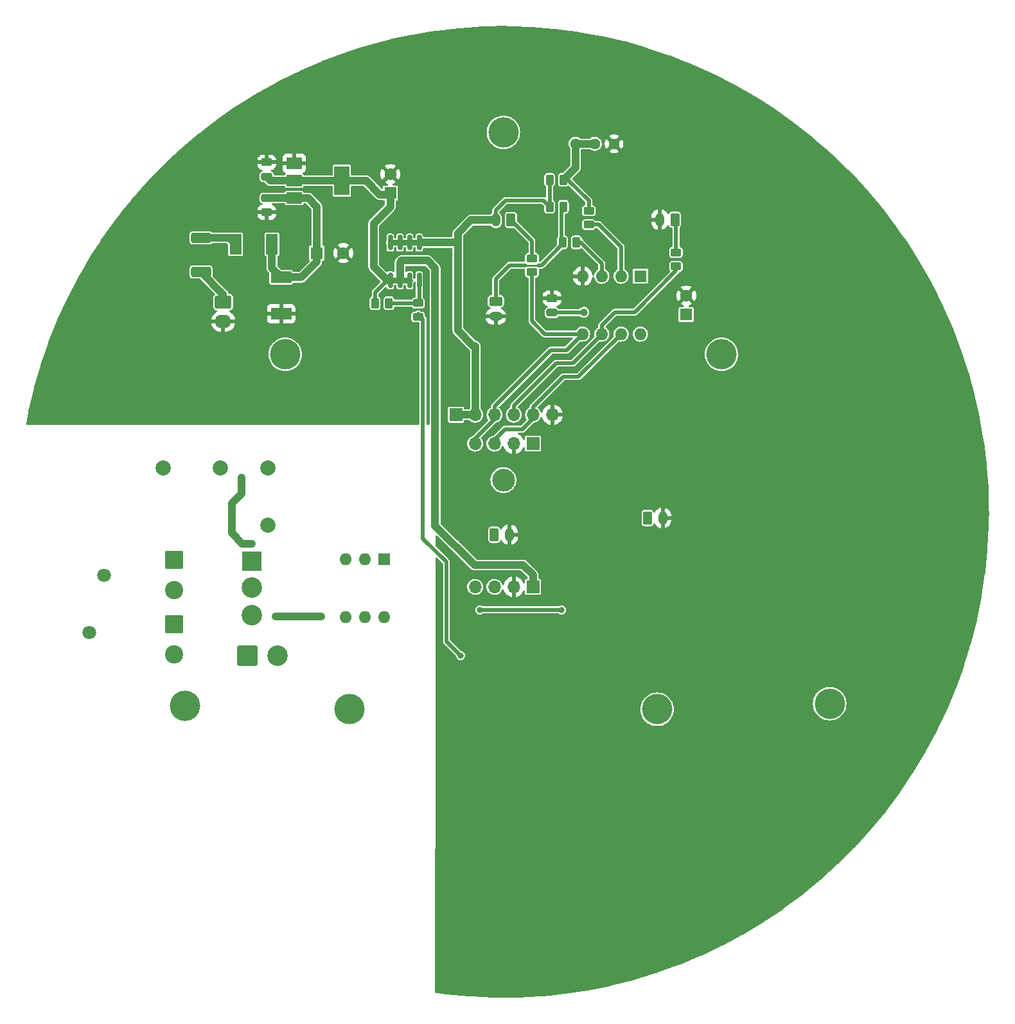
<source format=gtl>
G04 #@! TF.GenerationSoftware,KiCad,Pcbnew,(6.0.5)*
G04 #@! TF.CreationDate,2022-05-29T13:56:34+02:00*
G04 #@! TF.ProjectId,Jogurtownica,4a6f6775-7274-46f7-976e-6963612e6b69,rev?*
G04 #@! TF.SameCoordinates,Original*
G04 #@! TF.FileFunction,Copper,L1,Top*
G04 #@! TF.FilePolarity,Positive*
%FSLAX45Y45*%
G04 Gerber Fmt 4.5, Leading zero omitted, Abs format (unit mm)*
G04 Created by KiCad (PCBNEW (6.0.5)) date 2022-05-29 13:56:34*
%MOMM*%
%LPD*%
G01*
G04 APERTURE LIST*
G04 Aperture macros list*
%AMRoundRect*
0 Rectangle with rounded corners*
0 $1 Rounding radius*
0 $2 $3 $4 $5 $6 $7 $8 $9 X,Y pos of 4 corners*
0 Add a 4 corners polygon primitive as box body*
4,1,4,$2,$3,$4,$5,$6,$7,$8,$9,$2,$3,0*
0 Add four circle primitives for the rounded corners*
1,1,$1+$1,$2,$3*
1,1,$1+$1,$4,$5*
1,1,$1+$1,$6,$7*
1,1,$1+$1,$8,$9*
0 Add four rect primitives between the rounded corners*
20,1,$1+$1,$2,$3,$4,$5,0*
20,1,$1+$1,$4,$5,$6,$7,0*
20,1,$1+$1,$6,$7,$8,$9,0*
20,1,$1+$1,$8,$9,$2,$3,0*%
G04 Aperture macros list end*
G04 #@! TA.AperFunction,ComponentPad*
%ADD10C,4.000000*%
G04 #@! TD*
G04 #@! TA.AperFunction,SMDPad,CuDef*
%ADD11RoundRect,0.250000X-0.450000X0.262500X-0.450000X-0.262500X0.450000X-0.262500X0.450000X0.262500X0*%
G04 #@! TD*
G04 #@! TA.AperFunction,SMDPad,CuDef*
%ADD12RoundRect,0.150000X0.150000X-0.825000X0.150000X0.825000X-0.150000X0.825000X-0.150000X-0.825000X0*%
G04 #@! TD*
G04 #@! TA.AperFunction,ComponentPad*
%ADD13C,1.440000*%
G04 #@! TD*
G04 #@! TA.AperFunction,ComponentPad*
%ADD14C,2.000000*%
G04 #@! TD*
G04 #@! TA.AperFunction,ComponentPad*
%ADD15RoundRect,0.250000X-0.625000X0.350000X-0.625000X-0.350000X0.625000X-0.350000X0.625000X0.350000X0*%
G04 #@! TD*
G04 #@! TA.AperFunction,ComponentPad*
%ADD16O,1.750000X1.200000*%
G04 #@! TD*
G04 #@! TA.AperFunction,SMDPad,CuDef*
%ADD17R,1.500000X2.700000*%
G04 #@! TD*
G04 #@! TA.AperFunction,ComponentPad*
%ADD18RoundRect,0.250001X-0.949999X0.949999X-0.949999X-0.949999X0.949999X-0.949999X0.949999X0.949999X0*%
G04 #@! TD*
G04 #@! TA.AperFunction,ComponentPad*
%ADD19C,2.400000*%
G04 #@! TD*
G04 #@! TA.AperFunction,ComponentPad*
%ADD20R,1.600000X1.600000*%
G04 #@! TD*
G04 #@! TA.AperFunction,ComponentPad*
%ADD21C,1.600000*%
G04 #@! TD*
G04 #@! TA.AperFunction,SMDPad,CuDef*
%ADD22RoundRect,0.250000X-0.262500X-0.450000X0.262500X-0.450000X0.262500X0.450000X-0.262500X0.450000X0*%
G04 #@! TD*
G04 #@! TA.AperFunction,ComponentPad*
%ADD23RoundRect,0.250000X0.350000X0.625000X-0.350000X0.625000X-0.350000X-0.625000X0.350000X-0.625000X0*%
G04 #@! TD*
G04 #@! TA.AperFunction,ComponentPad*
%ADD24O,1.200000X1.750000*%
G04 #@! TD*
G04 #@! TA.AperFunction,ComponentPad*
%ADD25RoundRect,0.250000X-0.845000X0.620000X-0.845000X-0.620000X0.845000X-0.620000X0.845000X0.620000X0*%
G04 #@! TD*
G04 #@! TA.AperFunction,ComponentPad*
%ADD26O,2.190000X1.740000*%
G04 #@! TD*
G04 #@! TA.AperFunction,SMDPad,CuDef*
%ADD27RoundRect,0.250000X-0.475000X0.250000X-0.475000X-0.250000X0.475000X-0.250000X0.475000X0.250000X0*%
G04 #@! TD*
G04 #@! TA.AperFunction,ComponentPad*
%ADD28C,1.800000*%
G04 #@! TD*
G04 #@! TA.AperFunction,SMDPad,CuDef*
%ADD29RoundRect,0.250000X0.262500X0.450000X-0.262500X0.450000X-0.262500X-0.450000X0.262500X-0.450000X0*%
G04 #@! TD*
G04 #@! TA.AperFunction,ComponentPad*
%ADD30RoundRect,0.250000X-0.350000X-0.625000X0.350000X-0.625000X0.350000X0.625000X-0.350000X0.625000X0*%
G04 #@! TD*
G04 #@! TA.AperFunction,SMDPad,CuDef*
%ADD31RoundRect,0.250000X0.475000X-0.250000X0.475000X0.250000X-0.475000X0.250000X-0.475000X-0.250000X0*%
G04 #@! TD*
G04 #@! TA.AperFunction,ComponentPad*
%ADD32O,1.600000X1.600000*%
G04 #@! TD*
G04 #@! TA.AperFunction,ComponentPad*
%ADD33RoundRect,0.250001X-1.099999X-1.099999X1.099999X-1.099999X1.099999X1.099999X-1.099999X1.099999X0*%
G04 #@! TD*
G04 #@! TA.AperFunction,ComponentPad*
%ADD34C,2.700000*%
G04 #@! TD*
G04 #@! TA.AperFunction,SMDPad,CuDef*
%ADD35R,2.000000X1.500000*%
G04 #@! TD*
G04 #@! TA.AperFunction,SMDPad,CuDef*
%ADD36R,2.000000X3.800000*%
G04 #@! TD*
G04 #@! TA.AperFunction,SMDPad,CuDef*
%ADD37R,2.700000X1.500000*%
G04 #@! TD*
G04 #@! TA.AperFunction,SMDPad,CuDef*
%ADD38RoundRect,0.250000X1.075000X-0.425000X1.075000X0.425000X-1.075000X0.425000X-1.075000X-0.425000X0*%
G04 #@! TD*
G04 #@! TA.AperFunction,ComponentPad*
%ADD39C,3.000000*%
G04 #@! TD*
G04 #@! TA.AperFunction,ComponentPad*
%ADD40R,2.500000X2.500000*%
G04 #@! TD*
G04 #@! TA.AperFunction,ComponentPad*
%ADD41R,1.700000X1.700000*%
G04 #@! TD*
G04 #@! TA.AperFunction,ComponentPad*
%ADD42O,1.700000X1.700000*%
G04 #@! TD*
G04 #@! TA.AperFunction,ViaPad*
%ADD43C,1.000000*%
G04 #@! TD*
G04 #@! TA.AperFunction,ViaPad*
%ADD44C,0.800000*%
G04 #@! TD*
G04 #@! TA.AperFunction,Conductor*
%ADD45C,1.000000*%
G04 #@! TD*
G04 #@! TA.AperFunction,Conductor*
%ADD46C,0.750000*%
G04 #@! TD*
G04 #@! TA.AperFunction,Conductor*
%ADD47C,0.500000*%
G04 #@! TD*
G04 #@! TA.AperFunction,Conductor*
%ADD48C,0.250000*%
G04 #@! TD*
G04 APERTURE END LIST*
D10*
G04 #@! TO.P,REF\u002A\u002A,1*
G04 #@! TO.N,N/C*
X14300000Y-12525000D03*
G04 #@! TD*
D11*
G04 #@! TO.P,R6,1*
G04 #@! TO.N,Net-(J8-Pad1)*
X12275000Y-6583750D03*
G04 #@! TO.P,R6,2*
G04 #@! TO.N,Net-(J4-Pad4)*
X12275000Y-6766250D03*
G04 #@! TD*
G04 #@! TO.P,R2,1*
G04 #@! TO.N,Net-(R1-Pad1)*
X11125000Y-6033750D03*
G04 #@! TO.P,R2,2*
G04 #@! TO.N,Net-(R2-Pad2)*
X11125000Y-6216250D03*
G04 #@! TD*
G04 #@! TO.P,R7,1*
G04 #@! TO.N,Net-(Q1-Pad4)*
X8875000Y-7248750D03*
G04 #@! TO.P,R7,2*
G04 #@! TO.N,Net-(Q5-Pad3)*
X8875000Y-7431250D03*
G04 #@! TD*
D12*
G04 #@! TO.P,Q1,1,S*
G04 #@! TO.N,+5V*
X8509500Y-6947500D03*
G04 #@! TO.P,Q1,2,S*
X8636500Y-6947500D03*
G04 #@! TO.P,Q1,3,S*
X8763500Y-6947500D03*
G04 #@! TO.P,Q1,4,G*
G04 #@! TO.N,Net-(Q1-Pad4)*
X8890500Y-6947500D03*
G04 #@! TO.P,Q1,5,D*
G04 #@! TO.N,Net-(C4-Pad1)*
X8890500Y-6452500D03*
G04 #@! TO.P,Q1,6,D*
X8763500Y-6452500D03*
G04 #@! TO.P,Q1,7,D*
X8636500Y-6452500D03*
G04 #@! TO.P,Q1,8,D*
X8509500Y-6452500D03*
G04 #@! TD*
D13*
G04 #@! TO.P,RV1,1,1*
G04 #@! TO.N,Net-(R1-Pad1)*
X10950000Y-5152500D03*
G04 #@! TO.P,RV1,2,2*
X11204000Y-5152500D03*
G04 #@! TO.P,RV1,3,3*
G04 #@! TO.N,GND*
X11458000Y-5152500D03*
G04 #@! TD*
D10*
G04 #@! TO.P,REF\u002A\u002A,1*
G04 #@! TO.N,N/C*
X7125000Y-7925000D03*
G04 #@! TD*
D14*
G04 #@! TO.P,C7,1*
G04 #@! TO.N,Net-(C7-Pad1)*
X6900000Y-10174500D03*
G04 #@! TO.P,C7,2*
G04 #@! TO.N,Net-(C7-Pad2)*
X6900000Y-9424500D03*
G04 #@! TD*
D15*
G04 #@! TO.P,J2,1,Pin_1*
G04 #@! TO.N,Net-(J2-Pad1)*
X9900000Y-7225000D03*
D16*
G04 #@! TO.P,J2,2,Pin_2*
G04 #@! TO.N,GND*
X9900000Y-7425000D03*
G04 #@! TD*
D17*
G04 #@! TO.P,D1,1,K*
G04 #@! TO.N,Net-(C1-Pad1)*
X6950000Y-6475000D03*
G04 #@! TO.P,D1,2,A*
G04 #@! TO.N,Net-(D1-Pad2)*
X6470000Y-6475000D03*
G04 #@! TD*
D18*
G04 #@! TO.P,J10,1,Pin_1*
G04 #@! TO.N,Net-(J10-Pad1)*
X5660000Y-10630000D03*
D19*
G04 #@! TO.P,J10,2,Pin_2*
G04 #@! TO.N,Net-(J10-Pad2)*
X5660000Y-11026000D03*
G04 #@! TD*
D20*
G04 #@! TO.P,C1,1*
G04 #@! TO.N,Net-(C1-Pad1)*
X7540000Y-6590000D03*
D21*
G04 #@! TO.P,C1,2*
G04 #@! TO.N,GND*
X7890000Y-6590000D03*
G04 #@! TD*
D22*
G04 #@! TO.P,R3,1*
G04 #@! TO.N,Net-(C4-Pad1)*
X10608750Y-5980000D03*
G04 #@! TO.P,R3,2*
G04 #@! TO.N,Net-(J2-Pad1)*
X10791250Y-5980000D03*
G04 #@! TD*
D20*
G04 #@! TO.P,C4,1*
G04 #@! TO.N,Net-(C4-Pad1)*
X12410000Y-7400511D03*
D21*
G04 #@! TO.P,C4,2*
G04 #@! TO.N,GND*
X12410000Y-7150511D03*
G04 #@! TD*
D20*
G04 #@! TO.P,C5,1*
G04 #@! TO.N,+5V*
X8510000Y-5800511D03*
D21*
G04 #@! TO.P,C5,2*
G04 #@! TO.N,GND*
X8510000Y-5550511D03*
G04 #@! TD*
D23*
G04 #@! TO.P,J8,1,Pin_1*
G04 #@! TO.N,Net-(J8-Pad1)*
X12260000Y-6150000D03*
D24*
G04 #@! TO.P,J8,2,Pin_2*
G04 #@! TO.N,GND*
X12060000Y-6150000D03*
G04 #@! TD*
D25*
G04 #@! TO.P,J1,1,Pin_1*
G04 #@! TO.N,+12V*
X6307028Y-7236046D03*
D26*
G04 #@! TO.P,J1,2,Pin_2*
G04 #@! TO.N,GND*
X6307028Y-7490046D03*
G04 #@! TD*
D27*
G04 #@! TO.P,C2,1*
G04 #@! TO.N,Net-(C1-Pad1)*
X6880000Y-5865000D03*
G04 #@! TO.P,C2,2*
G04 #@! TO.N,GND*
X6880000Y-6055000D03*
G04 #@! TD*
D28*
G04 #@! TO.P,RV2,1*
G04 #@! TO.N,Net-(J10-Pad1)*
X4735000Y-10835000D03*
G04 #@! TO.P,RV2,2*
G04 #@! TO.N,Net-(J10-Pad2)*
X4545000Y-11585000D03*
G04 #@! TD*
D29*
G04 #@! TO.P,R4,1*
G04 #@! TO.N,Net-(R4-Pad1)*
X10961250Y-6450000D03*
G04 #@! TO.P,R4,2*
G04 #@! TO.N,Net-(J2-Pad1)*
X10778750Y-6450000D03*
G04 #@! TD*
D30*
G04 #@! TO.P,J9,1,Pin_1*
G04 #@! TO.N,Net-(D4-Pad1)*
X11900000Y-10080000D03*
D24*
G04 #@! TO.P,J9,2,Pin_2*
G04 #@! TO.N,GND*
X12100000Y-10080000D03*
G04 #@! TD*
D18*
G04 #@! TO.P,J11,1,Pin_1*
G04 #@! TO.N,Net-(J10-Pad1)*
X5660000Y-11480000D03*
D19*
G04 #@! TO.P,J11,2,Pin_2*
G04 #@! TO.N,Net-(J10-Pad2)*
X5660000Y-11876000D03*
G04 #@! TD*
D31*
G04 #@! TO.P,C6,1*
G04 #@! TO.N,Net-(C4-Pad1)*
X10640000Y-7375000D03*
G04 #@! TO.P,C6,2*
G04 #@! TO.N,GND*
X10640000Y-7185000D03*
G04 #@! TD*
D20*
G04 #@! TO.P,U3,1*
G04 #@! TO.N,Net-(R11-Pad2)*
X8427500Y-10620000D03*
D32*
G04 #@! TO.P,U3,2*
G04 #@! TO.N,Net-(Q2-Pad3)*
X8173500Y-10620000D03*
G04 #@! TO.P,U3,3,NC*
G04 #@! TO.N,unconnected-(U3-Pad3)*
X7919500Y-10620000D03*
G04 #@! TO.P,U3,4*
G04 #@! TO.N,Net-(Q4-Pad3)*
X7919500Y-11382000D03*
G04 #@! TO.P,U3,5,NC*
G04 #@! TO.N,unconnected-(U3-Pad5)*
X8173500Y-11382000D03*
G04 #@! TO.P,U3,6*
G04 #@! TO.N,Net-(R16-Pad2)*
X8427500Y-11382000D03*
G04 #@! TD*
D30*
G04 #@! TO.P,J6,1,Pin_1*
G04 #@! TO.N,Net-(J5-Pad3)*
X9880000Y-10300000D03*
D24*
G04 #@! TO.P,J6,2,Pin_2*
G04 #@! TO.N,GND*
X10080000Y-10300000D03*
G04 #@! TD*
D33*
G04 #@! TO.P,J12,1,Pin_1*
G04 #@! TO.N,Net-(J10-Pad2)*
X6627000Y-11897500D03*
D34*
G04 #@! TO.P,J12,2,Pin_2*
G04 #@! TO.N,Net-(C7-Pad2)*
X7023000Y-11897500D03*
G04 #@! TD*
D10*
G04 #@! TO.P,REF\u002A\u002A,1*
G04 #@! TO.N,N/C*
X5800000Y-12550000D03*
G04 #@! TD*
G04 #@! TO.P,REF\u002A\u002A,1*
G04 #@! TO.N,N/C*
X10000000Y-5000000D03*
G04 #@! TD*
D20*
G04 #@! TO.P,U2,1,~{RESET}/PB5*
G04 #@! TO.N,Net-(C4-Pad1)*
X11805000Y-6895000D03*
D32*
G04 #@! TO.P,U2,2,XTAL1/PB3*
G04 #@! TO.N,Net-(R2-Pad2)*
X11551000Y-6895000D03*
G04 #@! TO.P,U2,3,XTAL2/PB4*
G04 #@! TO.N,Net-(R4-Pad1)*
X11297000Y-6895000D03*
G04 #@! TO.P,U2,4,GND*
G04 #@! TO.N,GND*
X11043000Y-6895000D03*
G04 #@! TO.P,U2,5,AREF/PB0*
G04 #@! TO.N,Net-(J3-Pad4)*
X11043000Y-7657000D03*
G04 #@! TO.P,U2,6,PB1*
G04 #@! TO.N,Net-(J4-Pad4)*
X11297000Y-7657000D03*
G04 #@! TO.P,U2,7,PB2*
G04 #@! TO.N,Net-(J3-Pad3)*
X11551000Y-7657000D03*
G04 #@! TO.P,U2,8,VCC*
G04 #@! TO.N,Net-(C4-Pad1)*
X11805000Y-7657000D03*
G04 #@! TD*
D29*
G04 #@! TO.P,R1,1*
G04 #@! TO.N,Net-(R1-Pad1)*
X10791250Y-5625000D03*
G04 #@! TO.P,R1,2*
G04 #@! TO.N,Net-(C4-Pad1)*
X10608750Y-5625000D03*
G04 #@! TD*
D11*
G04 #@! TO.P,R5,1*
G04 #@! TO.N,Net-(J7-Pad1)*
X10375000Y-6658750D03*
G04 #@! TO.P,R5,2*
G04 #@! TO.N,Net-(J3-Pad4)*
X10375000Y-6841250D03*
G04 #@! TD*
D23*
G04 #@! TO.P,J7,1,Pin_1*
G04 #@! TO.N,Net-(J7-Pad1)*
X10100000Y-6155000D03*
D24*
G04 #@! TO.P,J7,2,Pin_2*
G04 #@! TO.N,Net-(C4-Pad1)*
X9900000Y-6155000D03*
G04 #@! TD*
D10*
G04 #@! TO.P,REF\u002A\u002A,1*
G04 #@! TO.N,N/C*
X12875000Y-7925000D03*
G04 #@! TD*
D29*
G04 #@! TO.P,R9,1*
G04 #@! TO.N,+5V*
X8491250Y-7250000D03*
G04 #@! TO.P,R9,2*
G04 #@! TO.N,Net-(Q1-Pad4)*
X8308750Y-7250000D03*
G04 #@! TD*
D35*
G04 #@! TO.P,U1,1,GND*
G04 #@! TO.N,GND*
X7242028Y-5406046D03*
G04 #@! TO.P,U1,2,VO*
G04 #@! TO.N,+5V*
X7242028Y-5636046D03*
D36*
X7872028Y-5636046D03*
D35*
G04 #@! TO.P,U1,3,VI*
G04 #@! TO.N,Net-(C1-Pad1)*
X7242028Y-5866046D03*
G04 #@! TD*
D37*
G04 #@! TO.P,D2,1,K*
G04 #@! TO.N,Net-(C1-Pad1)*
X7070000Y-6910000D03*
G04 #@! TO.P,D2,2,A*
G04 #@! TO.N,GND*
X7070000Y-7390000D03*
G04 #@! TD*
D38*
G04 #@! TO.P,F1,1*
G04 #@! TO.N,+12V*
X6015000Y-6840000D03*
G04 #@! TO.P,F1,2*
G04 #@! TO.N,Net-(D1-Pad2)*
X6015000Y-6390000D03*
G04 #@! TD*
D39*
G04 #@! TO.P,REF\u002A\u002A,1*
G04 #@! TO.N,N/C*
X10000000Y-9580000D03*
G04 #@! TD*
D10*
G04 #@! TO.P,REF\u002A\u002A,1*
G04 #@! TO.N,N/C*
X12025000Y-12600000D03*
G04 #@! TD*
G04 #@! TO.P,REF\u002A\u002A,1*
G04 #@! TO.N,N/C*
X7975000Y-12600000D03*
G04 #@! TD*
D31*
G04 #@! TO.P,C3,1*
G04 #@! TO.N,+5V*
X6880000Y-5585000D03*
G04 #@! TO.P,C3,2*
G04 #@! TO.N,GND*
X6880000Y-5395000D03*
G04 #@! TD*
D14*
G04 #@! TO.P,C8,1*
G04 #@! TO.N,Net-(C8-Pad1)*
X5515500Y-9420000D03*
G04 #@! TO.P,C8,2*
G04 #@! TO.N,Net-(C7-Pad2)*
X6265500Y-9420000D03*
G04 #@! TD*
D40*
G04 #@! TO.P,Q4,1,A1*
G04 #@! TO.N,Net-(C7-Pad2)*
X6685500Y-10646000D03*
D34*
G04 #@! TO.P,Q4,2,A2*
G04 #@! TO.N,Net-(J10-Pad1)*
X6685500Y-11000000D03*
G04 #@! TO.P,Q4,3,G*
G04 #@! TO.N,Net-(Q4-Pad3)*
X6685500Y-11356000D03*
G04 #@! TD*
D41*
G04 #@! TO.P,J5,1,Pin_1*
G04 #@! TO.N,+5V*
X10390000Y-10987500D03*
D42*
G04 #@! TO.P,J5,2,Pin_2*
G04 #@! TO.N,GND*
X10136000Y-10987500D03*
G04 #@! TO.P,J5,3,Pin_3*
G04 #@! TO.N,Net-(J5-Pad3)*
X9882000Y-10987500D03*
G04 #@! TO.P,J5,4,Pin_4*
G04 #@! TO.N,Net-(J5-Pad4)*
X9628000Y-10987500D03*
G04 #@! TD*
D41*
G04 #@! TO.P,J4,1,Pin_1*
G04 #@! TO.N,Net-(C4-Pad1)*
X9375000Y-8720000D03*
D42*
G04 #@! TO.P,J4,2,Pin_2*
X9629000Y-8720000D03*
G04 #@! TO.P,J4,3,Pin_3*
G04 #@! TO.N,Net-(J3-Pad4)*
X9883000Y-8720000D03*
G04 #@! TO.P,J4,4,Pin_4*
G04 #@! TO.N,Net-(J4-Pad4)*
X10137000Y-8720000D03*
G04 #@! TO.P,J4,5,Pin_5*
G04 #@! TO.N,Net-(J3-Pad3)*
X10391000Y-8720000D03*
G04 #@! TO.P,J4,6,Pin_6*
G04 #@! TO.N,GND*
X10645000Y-8720000D03*
G04 #@! TD*
D41*
G04 #@! TO.P,J3,1,Pin_1*
G04 #@! TO.N,Net-(D3-Pad2)*
X10390000Y-9100000D03*
D42*
G04 #@! TO.P,J3,2,Pin_2*
G04 #@! TO.N,GND*
X10136000Y-9100000D03*
G04 #@! TO.P,J3,3,Pin_3*
G04 #@! TO.N,Net-(J3-Pad3)*
X9882000Y-9100000D03*
G04 #@! TO.P,J3,4,Pin_4*
G04 #@! TO.N,Net-(J3-Pad4)*
X9628000Y-9100000D03*
G04 #@! TD*
D43*
G04 #@! TO.N,Net-(C4-Pad1)*
X11060000Y-7370000D03*
X9620000Y-7820000D03*
G04 #@! TO.N,Net-(C7-Pad2)*
X6550000Y-9550000D03*
X6680000Y-10420000D03*
D44*
G04 #@! TO.N,Net-(Q3-Pad1)*
X9690000Y-11290000D03*
X10765000Y-11290000D03*
D43*
G04 #@! TO.N,Net-(Q4-Pad3)*
X7000000Y-11380000D03*
X7600000Y-11380000D03*
D44*
G04 #@! TO.N,Net-(Q5-Pad3)*
X9435000Y-11890000D03*
G04 #@! TD*
D45*
G04 #@! TO.N,Net-(C1-Pad1)*
X7540000Y-6705000D02*
X7540000Y-6590000D01*
X7426046Y-5866046D02*
X7242028Y-5866046D01*
X6880000Y-5865000D02*
X7240982Y-5865000D01*
X7070000Y-6910000D02*
X7335000Y-6910000D01*
X6950000Y-6790000D02*
X7070000Y-6910000D01*
X7541762Y-6586046D02*
X7541762Y-5981762D01*
X7541762Y-5981762D02*
X7426046Y-5866046D01*
X7240982Y-5865000D02*
X7242028Y-5866046D01*
X6950000Y-6475000D02*
X6950000Y-6790000D01*
X7516762Y-6611046D02*
X7541762Y-6586046D01*
X7335000Y-6910000D02*
X7540000Y-6705000D01*
G04 #@! TO.N,+5V*
X10260000Y-10700000D02*
X9620000Y-10700000D01*
X8636500Y-6713500D02*
X8636500Y-6947500D01*
X9620000Y-10700000D02*
X9100000Y-10180000D01*
D46*
X8763500Y-6947500D02*
X8509500Y-6947500D01*
D45*
X7872028Y-5636046D02*
X8100000Y-5636046D01*
X10390000Y-10987500D02*
X10390000Y-10830000D01*
X9100000Y-10180000D02*
X9100000Y-6790000D01*
X8369500Y-5819500D02*
X8509500Y-5819500D01*
X9000000Y-6690000D02*
X8660000Y-6690000D01*
X8290000Y-6200000D02*
X8510000Y-5980000D01*
X8187028Y-5637028D02*
X8369500Y-5819500D01*
X8510000Y-5980000D02*
X8510000Y-5800511D01*
X7242028Y-5636046D02*
X7872028Y-5636046D01*
X8660000Y-6690000D02*
X8636500Y-6713500D01*
X8509500Y-6947500D02*
X8467500Y-6947500D01*
D47*
X8308750Y-7106250D02*
X8467500Y-6947500D01*
D45*
X8290000Y-6770000D02*
X8290000Y-6200000D01*
X8102972Y-5637028D02*
X8187028Y-5637028D01*
X9100000Y-6790000D02*
X9000000Y-6690000D01*
X8467500Y-6947500D02*
X8290000Y-6770000D01*
D47*
X8308750Y-7250000D02*
X8308750Y-7106250D01*
D45*
X6931046Y-5636046D02*
X6880000Y-5585000D01*
X10390000Y-10830000D02*
X10260000Y-10700000D01*
X7242028Y-5636046D02*
X6931046Y-5636046D01*
G04 #@! TO.N,Net-(C4-Pad1)*
X9610000Y-7810000D02*
X9600000Y-7810000D01*
X9400000Y-6660000D02*
X9400000Y-6620000D01*
X9620000Y-7820000D02*
X9610000Y-7810000D01*
D47*
X10588750Y-5960000D02*
X10528750Y-5900000D01*
D46*
X8509500Y-6452500D02*
X8890500Y-6452500D01*
D47*
X10608750Y-5980000D02*
X10608750Y-5625000D01*
X10640000Y-7375000D02*
X11025000Y-7375000D01*
D45*
X9629000Y-7819000D02*
X9629000Y-8720000D01*
X9400000Y-6330000D02*
X9575000Y-6155000D01*
D47*
X11060000Y-7370000D02*
X11030000Y-7370000D01*
X11025000Y-7375000D02*
X11055000Y-7375000D01*
D45*
X9620000Y-7810000D02*
X9629000Y-7819000D01*
X9400000Y-6600000D02*
X9400000Y-6440000D01*
X9575000Y-6155000D02*
X9900000Y-6155000D01*
D47*
X10528750Y-5900000D02*
X10025000Y-5900000D01*
D45*
X9400000Y-6440000D02*
X9400000Y-6330000D01*
X9629000Y-8720000D02*
X9375000Y-8720000D01*
X8890500Y-6452500D02*
X9387500Y-6452500D01*
X9600000Y-7810000D02*
X9400000Y-7610000D01*
X9400000Y-7610000D02*
X9400000Y-6660000D01*
X9387500Y-6452500D02*
X9400000Y-6440000D01*
D47*
X10025000Y-5900000D02*
X9900000Y-6025000D01*
X9900000Y-6025000D02*
X9900000Y-6155000D01*
X11030000Y-7370000D02*
X11025000Y-7375000D01*
D45*
G04 #@! TO.N,Net-(C7-Pad2)*
X6680000Y-10420000D02*
X6560000Y-10420000D01*
X6560000Y-10420000D02*
X6420000Y-10280000D01*
X6550000Y-9760000D02*
X6550000Y-9550000D01*
X6420000Y-10280000D02*
X6420000Y-9890000D01*
X6420000Y-9890000D02*
X6550000Y-9760000D01*
G04 #@! TO.N,Net-(D1-Pad2)*
X6015000Y-6390000D02*
X6385000Y-6390000D01*
X6385000Y-6390000D02*
X6470000Y-6475000D01*
D47*
G04 #@! TO.N,Net-(Q1-Pad4)*
X8890500Y-7193250D02*
X8890500Y-6872500D01*
X8833750Y-7250000D02*
X8890500Y-7193250D01*
X8491250Y-7250000D02*
X8833750Y-7250000D01*
D45*
G04 #@! TO.N,+12V*
X6307028Y-7132028D02*
X6015000Y-6840000D01*
X6307028Y-7236046D02*
X6307028Y-7132028D01*
D47*
G04 #@! TO.N,Net-(J2-Pad1)*
X10500000Y-6750000D02*
X10758750Y-6491250D01*
X10758750Y-6491250D02*
X10766250Y-6491250D01*
X10766250Y-6000000D02*
X10766250Y-6491250D01*
X10460000Y-6750000D02*
X10500000Y-6750000D01*
D48*
X10290000Y-6750000D02*
X10460000Y-6750000D01*
D47*
X10290000Y-6750000D02*
X10080000Y-6750000D01*
X10080000Y-6750000D02*
X9900000Y-6930000D01*
X9900000Y-6930000D02*
X9900000Y-7225000D01*
G04 #@! TO.N,Net-(J3-Pad3)*
X10391000Y-8619000D02*
X10391000Y-8720000D01*
X10250000Y-8910000D02*
X10391000Y-8769000D01*
X11551000Y-7657000D02*
X10988000Y-8220000D01*
X10391000Y-8769000D02*
X10391000Y-8720000D01*
X10988000Y-8220000D02*
X10790000Y-8220000D01*
X9882000Y-9048000D02*
X10020000Y-8910000D01*
X9882000Y-9100000D02*
X9882000Y-9048000D01*
X10020000Y-8910000D02*
X10250000Y-8910000D01*
X10790000Y-8220000D02*
X10391000Y-8619000D01*
G04 #@! TO.N,Net-(J3-Pad4)*
X10830000Y-7870000D02*
X10620000Y-7870000D01*
X10547000Y-7657000D02*
X11043000Y-7657000D01*
X10375000Y-6841250D02*
X10375000Y-7485000D01*
X9628000Y-9100000D02*
X9628000Y-9032000D01*
X9628000Y-9032000D02*
X9883000Y-8777000D01*
X9883000Y-8607000D02*
X9883000Y-8720000D01*
X11043000Y-7657000D02*
X10830000Y-7870000D01*
X10375000Y-7485000D02*
X10547000Y-7657000D01*
X9883000Y-8777000D02*
X9883000Y-8720000D01*
X10620000Y-7870000D02*
X9883000Y-8607000D01*
G04 #@! TO.N,Net-(J4-Pad4)*
X11297000Y-7657000D02*
X11297000Y-7543000D01*
X10700000Y-8040000D02*
X10137000Y-8603000D01*
X10137000Y-8603000D02*
X10137000Y-8720000D01*
X12275000Y-6825000D02*
X12275000Y-6766250D01*
X11297000Y-7657000D02*
X10914000Y-8040000D01*
X11297000Y-7543000D02*
X11470000Y-7370000D01*
X10914000Y-8040000D02*
X10700000Y-8040000D01*
X11730000Y-7370000D02*
X12275000Y-6825000D01*
X11470000Y-7370000D02*
X11730000Y-7370000D01*
G04 #@! TO.N,Net-(J7-Pad1)*
X10100000Y-6155000D02*
X10375000Y-6430000D01*
X10375000Y-6430000D02*
X10375000Y-6658750D01*
G04 #@! TO.N,Net-(J8-Pad1)*
X12275000Y-6165000D02*
X12260000Y-6150000D01*
X12275000Y-6583750D02*
X12275000Y-6165000D01*
G04 #@! TO.N,Net-(Q3-Pad1)*
X9690000Y-11290000D02*
X10765000Y-11290000D01*
D45*
G04 #@! TO.N,Net-(Q4-Pad3)*
X7000000Y-11380000D02*
X7600000Y-11380000D01*
D47*
G04 #@! TO.N,Net-(R1-Pad1)*
X11125000Y-5900000D02*
X11125000Y-6033750D01*
D45*
X10950000Y-5466250D02*
X10791250Y-5625000D01*
D47*
X10791250Y-5625000D02*
X10850000Y-5625000D01*
D45*
X10950000Y-5152500D02*
X10950000Y-5466250D01*
X10950000Y-5152500D02*
X11204000Y-5152500D01*
D47*
X10850000Y-5625000D02*
X11125000Y-5900000D01*
G04 #@! TO.N,Net-(R2-Pad2)*
X11551000Y-6511000D02*
X11551000Y-6895000D01*
X11256250Y-6216250D02*
X11551000Y-6511000D01*
X11125000Y-6216250D02*
X11256250Y-6216250D01*
G04 #@! TO.N,Net-(R4-Pad1)*
X11297000Y-6728000D02*
X11297000Y-6895000D01*
X11019000Y-6450000D02*
X11297000Y-6728000D01*
X10961250Y-6450000D02*
X11019000Y-6450000D01*
G04 #@! TO.N,Net-(Q5-Pad3)*
X9435000Y-11890000D02*
X9250000Y-11705000D01*
X8940000Y-7456250D02*
X8875000Y-7391250D01*
X8940000Y-10350000D02*
X8940000Y-7456250D01*
X9250000Y-10660000D02*
X8940000Y-10350000D01*
X9250000Y-11705000D02*
X9250000Y-10660000D01*
G04 #@! TD*
G04 #@! TA.AperFunction,Conductor*
G04 #@! TO.N,GND*
G36*
X10044830Y-3600259D02*
G01*
X10052789Y-3600412D01*
X10052934Y-3600415D01*
X10126489Y-3602727D01*
X10348998Y-3609720D01*
X10349151Y-3609725D01*
X10356512Y-3610047D01*
X10357099Y-3610072D01*
X10357405Y-3610089D01*
X10363231Y-3610487D01*
X10365343Y-3610631D01*
X10365497Y-3610642D01*
X10660753Y-3634398D01*
X10660906Y-3634411D01*
X10668819Y-3635145D01*
X10669125Y-3635177D01*
X10677012Y-3636104D01*
X10677164Y-3636123D01*
X10871287Y-3661335D01*
X10970923Y-3674275D01*
X10971072Y-3674295D01*
X10972687Y-3674525D01*
X10978941Y-3675415D01*
X10979246Y-3675463D01*
X10987085Y-3676774D01*
X10987237Y-3676801D01*
X11278766Y-3729255D01*
X11278918Y-3729283D01*
X11286728Y-3730787D01*
X11287029Y-3730849D01*
X11289853Y-3731465D01*
X11294804Y-3732544D01*
X11294943Y-3732576D01*
X11583578Y-3799212D01*
X11583717Y-3799245D01*
X11588819Y-3800489D01*
X11591439Y-3801128D01*
X11591737Y-3801204D01*
X11599419Y-3803277D01*
X11599568Y-3803318D01*
X11884583Y-3883969D01*
X11884729Y-3884012D01*
X11892360Y-3886272D01*
X11892646Y-3886360D01*
X11900214Y-3888805D01*
X11900353Y-3888851D01*
X12100296Y-3956139D01*
X12181100Y-3983332D01*
X12181242Y-3983381D01*
X12188751Y-3986011D01*
X12189038Y-3986115D01*
X12196482Y-3988928D01*
X12196625Y-3988983D01*
X12393208Y-4066023D01*
X12472402Y-4097059D01*
X12472545Y-4097116D01*
X12479918Y-4100110D01*
X12480202Y-4100229D01*
X12487509Y-4103406D01*
X12487632Y-4103461D01*
X12632767Y-4168687D01*
X12757809Y-4224883D01*
X12757949Y-4224947D01*
X12765167Y-4228298D01*
X12765442Y-4228430D01*
X12772575Y-4231955D01*
X12772702Y-4232018D01*
X13036636Y-4366500D01*
X13036770Y-4366569D01*
X13043812Y-4370266D01*
X13044083Y-4370412D01*
X13051033Y-4374281D01*
X13051167Y-4374357D01*
X13308199Y-4521560D01*
X13308332Y-4521638D01*
X13315187Y-4525675D01*
X13315450Y-4525835D01*
X13322209Y-4530042D01*
X13322340Y-4530124D01*
X13508715Y-4649316D01*
X13571873Y-4689707D01*
X13572002Y-4689791D01*
X13578652Y-4694159D01*
X13578907Y-4694331D01*
X13585443Y-4698857D01*
X13585569Y-4698945D01*
X13827011Y-4870529D01*
X13827136Y-4870619D01*
X13833566Y-4875309D01*
X13833813Y-4875493D01*
X13840128Y-4880338D01*
X13840249Y-4880433D01*
X14055150Y-5049543D01*
X14073018Y-5063604D01*
X14073139Y-5063700D01*
X14079330Y-5068696D01*
X14079567Y-5068892D01*
X14085637Y-5074040D01*
X14085754Y-5074140D01*
X14155254Y-5134555D01*
X14298971Y-5259487D01*
X14309297Y-5268463D01*
X14309404Y-5268557D01*
X14315352Y-5273856D01*
X14315579Y-5274064D01*
X14321387Y-5279499D01*
X14321498Y-5279604D01*
X14480431Y-5432015D01*
X14535292Y-5484625D01*
X14535402Y-5484732D01*
X14541073Y-5490305D01*
X14541288Y-5490521D01*
X14543461Y-5492763D01*
X14546820Y-5496230D01*
X14546927Y-5496341D01*
X14666375Y-5622654D01*
X14750453Y-5711564D01*
X14750552Y-5711670D01*
X14755948Y-5717518D01*
X14756154Y-5717747D01*
X14761403Y-5723721D01*
X14761504Y-5723837D01*
X14954271Y-5948743D01*
X14954370Y-5948860D01*
X14959471Y-5954961D01*
X14959660Y-5955192D01*
X14964572Y-5961367D01*
X14964614Y-5961421D01*
X14964707Y-5961538D01*
X15046565Y-6067070D01*
X15146255Y-6195589D01*
X15146348Y-6195711D01*
X15151147Y-6202055D01*
X15151329Y-6202303D01*
X15155973Y-6208765D01*
X15156062Y-6208891D01*
X15221573Y-6302450D01*
X15325963Y-6451535D01*
X15326038Y-6451644D01*
X15328038Y-6454576D01*
X15330527Y-6458224D01*
X15330695Y-6458477D01*
X15333007Y-6462050D01*
X15335017Y-6465157D01*
X15335097Y-6465283D01*
X15492754Y-6715638D01*
X15492937Y-6715929D01*
X15493018Y-6716059D01*
X15497177Y-6722846D01*
X15497335Y-6723110D01*
X15501323Y-6729991D01*
X15501397Y-6730120D01*
X15646812Y-6988191D01*
X15646883Y-6988318D01*
X15650703Y-6995295D01*
X15650847Y-6995566D01*
X15654495Y-7002634D01*
X15654564Y-7002770D01*
X15672854Y-7039294D01*
X15787196Y-7267630D01*
X15787264Y-7267768D01*
X15790735Y-7274917D01*
X15790866Y-7275195D01*
X15794164Y-7282431D01*
X15794223Y-7282562D01*
X15813363Y-7325958D01*
X15913764Y-7553598D01*
X15913825Y-7553739D01*
X15916944Y-7561050D01*
X15917058Y-7561329D01*
X15919999Y-7568719D01*
X15920055Y-7568862D01*
X16026207Y-7845397D01*
X16026261Y-7845541D01*
X16029020Y-7852999D01*
X16029122Y-7853285D01*
X16031703Y-7860823D01*
X16031748Y-7860957D01*
X16049627Y-7915338D01*
X16124264Y-8142349D01*
X16124312Y-8142495D01*
X16126702Y-8150078D01*
X16126791Y-8150372D01*
X16128996Y-8158011D01*
X16129037Y-8158156D01*
X16158560Y-8265338D01*
X16207699Y-8443736D01*
X16207738Y-8443880D01*
X16209757Y-8451578D01*
X16209831Y-8451873D01*
X16211660Y-8459610D01*
X16211694Y-8459760D01*
X16276312Y-8748842D01*
X16276344Y-8748993D01*
X16277983Y-8756769D01*
X16278043Y-8757071D01*
X16279494Y-8764901D01*
X16279519Y-8765038D01*
X16329939Y-9056940D01*
X16329961Y-9057072D01*
X16330488Y-9060365D01*
X16331219Y-9064930D01*
X16331264Y-9065234D01*
X16332330Y-9073113D01*
X16332349Y-9073265D01*
X16342712Y-9157665D01*
X16368449Y-9367276D01*
X16368465Y-9367410D01*
X16368897Y-9371320D01*
X16369339Y-9375324D01*
X16369369Y-9375630D01*
X16370049Y-9383562D01*
X16370061Y-9383714D01*
X16372293Y-9414110D01*
X16391754Y-9679123D01*
X16391764Y-9679276D01*
X16392250Y-9687215D01*
X16392265Y-9687522D01*
X16392556Y-9695468D01*
X16392561Y-9695621D01*
X16399627Y-9984726D01*
X16399798Y-9991734D01*
X16399801Y-9991888D01*
X16399899Y-9999914D01*
X16399900Y-10000090D01*
X16399886Y-10008107D01*
X16399885Y-10008261D01*
X16398341Y-10118807D01*
X16398304Y-10121434D01*
X16398299Y-10121433D01*
X16398304Y-10121456D01*
X16397407Y-10178542D01*
X16397399Y-10178850D01*
X16397080Y-10186789D01*
X16397073Y-10186943D01*
X16381570Y-10482752D01*
X16381561Y-10482906D01*
X16381048Y-10490840D01*
X16381024Y-10491147D01*
X16380317Y-10499066D01*
X16380303Y-10499219D01*
X16370134Y-10599326D01*
X16351910Y-10778742D01*
X16350369Y-10793916D01*
X16350353Y-10794062D01*
X16350157Y-10795779D01*
X16349452Y-10801968D01*
X16349414Y-10802273D01*
X16348396Y-10809605D01*
X16348321Y-10810149D01*
X16348299Y-10810299D01*
X16304669Y-11098792D01*
X16304006Y-11103175D01*
X16303983Y-11103320D01*
X16302696Y-11111180D01*
X16302642Y-11111483D01*
X16301166Y-11119297D01*
X16301136Y-11119448D01*
X16242589Y-11409809D01*
X16242558Y-11409959D01*
X16240891Y-11417737D01*
X16240822Y-11418038D01*
X16238965Y-11425773D01*
X16238928Y-11425923D01*
X16166268Y-11713075D01*
X16166229Y-11713224D01*
X16164183Y-11720915D01*
X16164102Y-11721205D01*
X16161865Y-11728852D01*
X16161826Y-11728985D01*
X16099351Y-11933330D01*
X16075222Y-12012254D01*
X16075177Y-12012398D01*
X16072757Y-12019979D01*
X16072663Y-12020262D01*
X16070818Y-12025592D01*
X16070060Y-12027778D01*
X16070009Y-12027923D01*
X15969670Y-12306626D01*
X15969617Y-12306770D01*
X15966832Y-12314218D01*
X15966721Y-12314505D01*
X15963756Y-12321881D01*
X15963702Y-12322013D01*
X15849857Y-12595509D01*
X15849810Y-12595619D01*
X15848101Y-12599588D01*
X15846660Y-12602932D01*
X15846538Y-12603208D01*
X15843210Y-12610442D01*
X15843149Y-12610574D01*
X15744392Y-12818555D01*
X15716093Y-12878153D01*
X15716026Y-12878292D01*
X15712527Y-12885434D01*
X15712388Y-12885709D01*
X15708717Y-12892760D01*
X15708645Y-12892897D01*
X15568670Y-13153949D01*
X15568597Y-13154085D01*
X15564755Y-13161045D01*
X15564605Y-13161307D01*
X15560595Y-13168170D01*
X15560517Y-13168302D01*
X15407953Y-13422211D01*
X15407873Y-13422342D01*
X15403694Y-13429109D01*
X15403533Y-13429363D01*
X15399182Y-13436037D01*
X15399105Y-13436153D01*
X15234325Y-13682299D01*
X15234238Y-13682426D01*
X15229731Y-13688985D01*
X15229554Y-13689236D01*
X15224894Y-13695673D01*
X15224803Y-13695797D01*
X15048192Y-13933604D01*
X15048100Y-13933727D01*
X15043283Y-13940050D01*
X15043097Y-13940288D01*
X15038119Y-13946502D01*
X15038028Y-13946614D01*
X14850010Y-14175510D01*
X14849924Y-14175614D01*
X14847019Y-14179063D01*
X14844792Y-14181708D01*
X14844591Y-14181941D01*
X14839317Y-14187903D01*
X14839217Y-14188014D01*
X14640250Y-14407444D01*
X14640146Y-14407557D01*
X14634732Y-14413384D01*
X14634524Y-14413602D01*
X14628957Y-14419307D01*
X14628856Y-14419409D01*
X14419409Y-14628856D01*
X14419307Y-14628957D01*
X14413602Y-14634524D01*
X14413384Y-14634732D01*
X14407557Y-14640146D01*
X14407444Y-14640250D01*
X14188018Y-14839214D01*
X14187903Y-14839317D01*
X14181941Y-14844591D01*
X14181708Y-14844792D01*
X14181200Y-14845221D01*
X14175614Y-14849924D01*
X14175510Y-14850010D01*
X13951189Y-15034269D01*
X13946614Y-15038028D01*
X13946502Y-15038119D01*
X13940288Y-15043097D01*
X13940051Y-15043282D01*
X13933722Y-15048104D01*
X13933609Y-15048188D01*
X13903360Y-15070654D01*
X13695797Y-15224803D01*
X13695673Y-15224894D01*
X13689236Y-15229554D01*
X13688985Y-15229731D01*
X13682426Y-15234238D01*
X13682299Y-15234325D01*
X13436154Y-15399105D01*
X13436038Y-15399182D01*
X13429363Y-15403533D01*
X13429109Y-15403694D01*
X13422342Y-15407873D01*
X13422211Y-15407953D01*
X13168302Y-15560517D01*
X13168175Y-15560592D01*
X13161307Y-15564605D01*
X13161046Y-15564754D01*
X13154085Y-15568597D01*
X13153949Y-15568670D01*
X12892897Y-15708645D01*
X12892760Y-15708717D01*
X12885709Y-15712388D01*
X12885434Y-15712527D01*
X12878292Y-15716026D01*
X12878155Y-15716092D01*
X12610575Y-15843148D01*
X12610442Y-15843210D01*
X12603208Y-15846538D01*
X12602936Y-15846659D01*
X12595619Y-15849810D01*
X12595509Y-15849857D01*
X12322013Y-15963702D01*
X12321881Y-15963756D01*
X12314505Y-15966721D01*
X12314218Y-15966832D01*
X12306770Y-15969617D01*
X12306626Y-15969670D01*
X12027923Y-16070009D01*
X12027778Y-16070060D01*
X12025592Y-16070818D01*
X12020262Y-16072663D01*
X12019979Y-16072757D01*
X12012398Y-16075177D01*
X12012257Y-16075221D01*
X11974508Y-16086762D01*
X11728986Y-16161825D01*
X11728853Y-16161865D01*
X11721205Y-16164102D01*
X11720915Y-16164183D01*
X11713224Y-16166229D01*
X11713075Y-16166268D01*
X11425923Y-16238928D01*
X11425773Y-16238965D01*
X11418038Y-16240822D01*
X11417737Y-16240891D01*
X11409959Y-16242558D01*
X11409809Y-16242589D01*
X11119448Y-16301136D01*
X11119297Y-16301166D01*
X11114784Y-16302019D01*
X11111480Y-16302643D01*
X11111183Y-16302695D01*
X11103320Y-16303983D01*
X11103182Y-16304005D01*
X10810299Y-16348299D01*
X10810152Y-16348320D01*
X10802273Y-16349414D01*
X10801969Y-16349452D01*
X10794062Y-16350353D01*
X10793920Y-16350368D01*
X10613782Y-16368666D01*
X10499219Y-16380303D01*
X10499066Y-16380317D01*
X10497512Y-16380456D01*
X10491144Y-16381024D01*
X10490842Y-16381048D01*
X10488172Y-16381220D01*
X10482906Y-16381561D01*
X10482752Y-16381570D01*
X10186943Y-16397073D01*
X10186789Y-16397080D01*
X10178850Y-16397399D01*
X10178542Y-16397407D01*
X10177461Y-16397424D01*
X10170583Y-16397532D01*
X10170456Y-16397533D01*
X9990469Y-16398162D01*
X9874232Y-16398567D01*
X9874078Y-16398567D01*
X9869394Y-16398526D01*
X9866124Y-16398498D01*
X9865822Y-16398491D01*
X9860727Y-16398322D01*
X9857863Y-16398227D01*
X9857709Y-16398221D01*
X9752008Y-16393421D01*
X9561801Y-16384784D01*
X9561664Y-16384777D01*
X9553718Y-16384319D01*
X9553411Y-16384297D01*
X9551601Y-16384149D01*
X9545493Y-16383646D01*
X9545346Y-16383634D01*
X9250426Y-16355755D01*
X9250289Y-16355742D01*
X9242378Y-16354896D01*
X9242075Y-16354860D01*
X9234189Y-16353822D01*
X9234040Y-16353801D01*
X9196008Y-16348321D01*
X9110904Y-16336057D01*
X9104447Y-16333106D01*
X9100611Y-16327132D01*
X9100101Y-16323569D01*
X9105033Y-12600000D01*
X11804478Y-12600000D01*
X11806364Y-12628784D01*
X11811992Y-12657075D01*
X11812124Y-12657466D01*
X11812125Y-12657466D01*
X11812834Y-12659555D01*
X11821264Y-12684390D01*
X11834022Y-12710261D01*
X11834252Y-12710604D01*
X11846367Y-12728736D01*
X11850048Y-12734245D01*
X11850319Y-12734555D01*
X11850320Y-12734555D01*
X11859604Y-12745142D01*
X11869067Y-12755933D01*
X11869376Y-12756204D01*
X11890445Y-12774680D01*
X11890445Y-12774681D01*
X11890755Y-12774952D01*
X11891097Y-12775181D01*
X11891098Y-12775181D01*
X11909057Y-12787181D01*
X11914739Y-12790978D01*
X11915109Y-12791160D01*
X11915109Y-12791160D01*
X11940240Y-12803554D01*
X11940610Y-12803736D01*
X11941000Y-12803868D01*
X11941000Y-12803868D01*
X11967534Y-12812875D01*
X11967534Y-12812875D01*
X11967925Y-12813008D01*
X11968329Y-12813088D01*
X11968330Y-12813089D01*
X11995812Y-12818555D01*
X11995812Y-12818555D01*
X11996216Y-12818636D01*
X11996627Y-12818662D01*
X11996628Y-12818663D01*
X12024588Y-12820495D01*
X12025000Y-12820522D01*
X12025412Y-12820495D01*
X12053372Y-12818663D01*
X12053373Y-12818662D01*
X12053784Y-12818636D01*
X12054188Y-12818555D01*
X12054188Y-12818555D01*
X12081670Y-12813089D01*
X12081671Y-12813088D01*
X12082075Y-12813008D01*
X12082466Y-12812875D01*
X12082466Y-12812875D01*
X12109000Y-12803868D01*
X12109000Y-12803868D01*
X12109390Y-12803736D01*
X12109760Y-12803554D01*
X12134891Y-12791160D01*
X12134891Y-12791160D01*
X12135261Y-12790978D01*
X12140943Y-12787181D01*
X12158902Y-12775181D01*
X12158903Y-12775181D01*
X12159245Y-12774952D01*
X12159555Y-12774681D01*
X12159555Y-12774680D01*
X12180624Y-12756204D01*
X12180933Y-12755933D01*
X12190396Y-12745142D01*
X12199680Y-12734555D01*
X12199681Y-12734555D01*
X12199952Y-12734245D01*
X12203633Y-12728736D01*
X12215748Y-12710604D01*
X12215978Y-12710261D01*
X12228736Y-12684390D01*
X12237166Y-12659555D01*
X12237875Y-12657466D01*
X12237875Y-12657466D01*
X12238008Y-12657075D01*
X12243636Y-12628784D01*
X12245522Y-12600000D01*
X12243636Y-12571216D01*
X12243555Y-12570812D01*
X12238089Y-12543330D01*
X12238088Y-12543329D01*
X12238008Y-12542925D01*
X12231923Y-12525000D01*
X14079478Y-12525000D01*
X14081364Y-12553784D01*
X14081445Y-12554188D01*
X14081445Y-12554188D01*
X14084832Y-12571216D01*
X14086992Y-12582075D01*
X14087124Y-12582466D01*
X14087125Y-12582466D01*
X14096132Y-12609000D01*
X14096264Y-12609390D01*
X14096446Y-12609759D01*
X14096446Y-12609760D01*
X14106027Y-12629188D01*
X14109022Y-12635261D01*
X14109252Y-12635604D01*
X14123598Y-12657075D01*
X14125048Y-12659245D01*
X14125319Y-12659555D01*
X14125320Y-12659555D01*
X14143796Y-12680624D01*
X14144067Y-12680933D01*
X14144376Y-12681204D01*
X14165445Y-12699680D01*
X14165445Y-12699681D01*
X14165755Y-12699952D01*
X14166097Y-12700181D01*
X14166098Y-12700181D01*
X14181697Y-12710604D01*
X14189739Y-12715978D01*
X14190109Y-12716160D01*
X14190109Y-12716160D01*
X14215240Y-12728554D01*
X14215610Y-12728736D01*
X14216000Y-12728868D01*
X14216000Y-12728868D01*
X14242534Y-12737875D01*
X14242534Y-12737875D01*
X14242925Y-12738008D01*
X14243329Y-12738088D01*
X14243330Y-12738089D01*
X14270812Y-12743555D01*
X14270812Y-12743555D01*
X14271216Y-12743636D01*
X14271627Y-12743662D01*
X14271628Y-12743663D01*
X14299588Y-12745495D01*
X14300000Y-12745522D01*
X14300412Y-12745495D01*
X14328372Y-12743663D01*
X14328373Y-12743662D01*
X14328784Y-12743636D01*
X14329188Y-12743555D01*
X14329188Y-12743555D01*
X14356670Y-12738089D01*
X14356671Y-12738088D01*
X14357075Y-12738008D01*
X14357466Y-12737875D01*
X14357466Y-12737875D01*
X14384000Y-12728868D01*
X14384000Y-12728868D01*
X14384390Y-12728736D01*
X14384760Y-12728554D01*
X14409891Y-12716160D01*
X14409891Y-12716160D01*
X14410261Y-12715978D01*
X14418303Y-12710604D01*
X14433902Y-12700181D01*
X14433903Y-12700181D01*
X14434245Y-12699952D01*
X14434555Y-12699681D01*
X14434555Y-12699680D01*
X14455624Y-12681204D01*
X14455933Y-12680933D01*
X14456204Y-12680624D01*
X14474680Y-12659555D01*
X14474681Y-12659555D01*
X14474952Y-12659245D01*
X14476402Y-12657075D01*
X14490748Y-12635604D01*
X14490978Y-12635261D01*
X14493973Y-12629188D01*
X14503554Y-12609760D01*
X14503554Y-12609759D01*
X14503736Y-12609390D01*
X14503868Y-12609000D01*
X14512875Y-12582466D01*
X14512875Y-12582466D01*
X14513008Y-12582075D01*
X14515168Y-12571216D01*
X14518555Y-12554188D01*
X14518555Y-12554188D01*
X14518636Y-12553784D01*
X14520522Y-12525000D01*
X14518636Y-12496216D01*
X14513008Y-12467925D01*
X14512271Y-12465755D01*
X14503868Y-12441000D01*
X14503868Y-12441000D01*
X14503736Y-12440610D01*
X14490978Y-12414739D01*
X14478755Y-12396446D01*
X14475181Y-12391098D01*
X14475181Y-12391097D01*
X14474952Y-12390755D01*
X14474681Y-12390445D01*
X14474680Y-12390445D01*
X14456204Y-12369376D01*
X14455933Y-12369067D01*
X14455624Y-12368796D01*
X14434555Y-12350320D01*
X14434555Y-12350319D01*
X14434245Y-12350048D01*
X14433903Y-12349819D01*
X14433902Y-12349819D01*
X14410604Y-12334252D01*
X14410261Y-12334022D01*
X14409891Y-12333840D01*
X14409891Y-12333839D01*
X14384760Y-12321446D01*
X14384759Y-12321446D01*
X14384390Y-12321264D01*
X14364798Y-12314613D01*
X14357466Y-12312125D01*
X14357466Y-12312124D01*
X14357075Y-12311992D01*
X14356671Y-12311911D01*
X14356670Y-12311911D01*
X14329188Y-12306445D01*
X14329188Y-12306445D01*
X14328784Y-12306364D01*
X14328373Y-12306337D01*
X14328372Y-12306337D01*
X14300412Y-12304505D01*
X14300000Y-12304478D01*
X14299588Y-12304505D01*
X14271628Y-12306337D01*
X14271627Y-12306337D01*
X14271216Y-12306364D01*
X14270812Y-12306445D01*
X14270812Y-12306445D01*
X14243330Y-12311911D01*
X14243329Y-12311911D01*
X14242925Y-12311992D01*
X14242534Y-12312124D01*
X14242534Y-12312125D01*
X14235202Y-12314613D01*
X14215610Y-12321264D01*
X14215240Y-12321446D01*
X14215240Y-12321446D01*
X14190109Y-12333839D01*
X14190109Y-12333840D01*
X14189739Y-12334022D01*
X14189396Y-12334252D01*
X14166098Y-12349819D01*
X14166097Y-12349819D01*
X14165755Y-12350048D01*
X14165445Y-12350319D01*
X14165445Y-12350320D01*
X14144376Y-12368796D01*
X14144067Y-12369067D01*
X14143796Y-12369376D01*
X14125320Y-12390445D01*
X14125319Y-12390445D01*
X14125048Y-12390755D01*
X14124819Y-12391097D01*
X14124819Y-12391098D01*
X14121245Y-12396446D01*
X14109022Y-12414739D01*
X14096264Y-12440610D01*
X14096132Y-12441000D01*
X14096132Y-12441000D01*
X14087729Y-12465755D01*
X14086992Y-12467925D01*
X14081364Y-12496216D01*
X14079478Y-12525000D01*
X12231923Y-12525000D01*
X12231784Y-12524588D01*
X12228868Y-12516000D01*
X12228868Y-12516000D01*
X12228736Y-12515610D01*
X12228554Y-12515240D01*
X12216160Y-12490109D01*
X12216160Y-12490109D01*
X12215978Y-12489739D01*
X12212181Y-12484057D01*
X12200181Y-12466098D01*
X12200181Y-12466097D01*
X12199952Y-12465755D01*
X12199681Y-12465445D01*
X12199680Y-12465445D01*
X12181204Y-12444376D01*
X12180933Y-12444067D01*
X12176569Y-12440240D01*
X12159555Y-12425320D01*
X12159555Y-12425319D01*
X12159245Y-12425048D01*
X12158903Y-12424819D01*
X12158902Y-12424819D01*
X12135604Y-12409252D01*
X12135261Y-12409022D01*
X12134891Y-12408840D01*
X12134891Y-12408839D01*
X12109760Y-12396446D01*
X12109759Y-12396446D01*
X12109390Y-12396264D01*
X12109000Y-12396132D01*
X12082466Y-12387125D01*
X12082466Y-12387124D01*
X12082075Y-12386992D01*
X12081671Y-12386911D01*
X12081670Y-12386911D01*
X12054188Y-12381445D01*
X12054188Y-12381445D01*
X12053784Y-12381364D01*
X12053373Y-12381337D01*
X12053372Y-12381337D01*
X12025412Y-12379505D01*
X12025000Y-12379478D01*
X12024588Y-12379505D01*
X11996628Y-12381337D01*
X11996627Y-12381337D01*
X11996216Y-12381364D01*
X11995812Y-12381445D01*
X11995812Y-12381445D01*
X11968330Y-12386911D01*
X11968329Y-12386911D01*
X11967925Y-12386992D01*
X11967534Y-12387124D01*
X11967534Y-12387125D01*
X11941000Y-12396132D01*
X11940610Y-12396264D01*
X11940240Y-12396446D01*
X11940240Y-12396446D01*
X11915109Y-12408839D01*
X11915109Y-12408840D01*
X11914739Y-12409022D01*
X11914396Y-12409252D01*
X11891098Y-12424819D01*
X11891097Y-12424819D01*
X11890755Y-12425048D01*
X11890445Y-12425319D01*
X11890445Y-12425320D01*
X11873431Y-12440240D01*
X11869067Y-12444067D01*
X11868796Y-12444376D01*
X11850320Y-12465445D01*
X11850319Y-12465445D01*
X11850048Y-12465755D01*
X11849819Y-12466097D01*
X11849819Y-12466098D01*
X11837819Y-12484057D01*
X11834022Y-12489739D01*
X11833840Y-12490109D01*
X11833839Y-12490109D01*
X11821446Y-12515240D01*
X11821264Y-12515610D01*
X11821132Y-12516000D01*
X11821132Y-12516000D01*
X11818216Y-12524588D01*
X11811992Y-12542925D01*
X11811911Y-12543329D01*
X11811911Y-12543330D01*
X11806445Y-12570812D01*
X11806364Y-12571216D01*
X11804478Y-12600000D01*
X9105033Y-12600000D01*
X9107667Y-10611779D01*
X9109676Y-10604970D01*
X9115048Y-10600328D01*
X9122076Y-10599326D01*
X9128530Y-10602284D01*
X9129176Y-10602886D01*
X9201260Y-10674970D01*
X9204662Y-10681201D01*
X9204950Y-10683879D01*
X9204950Y-11701578D01*
X9204863Y-11703059D01*
X9204464Y-11706431D01*
X9204633Y-11707357D01*
X9204633Y-11707357D01*
X9205517Y-11712200D01*
X9205582Y-11712590D01*
X9206455Y-11718396D01*
X9206768Y-11719047D01*
X9206898Y-11719757D01*
X9209603Y-11724965D01*
X9209777Y-11725314D01*
X9212319Y-11730608D01*
X9212808Y-11731136D01*
X9212811Y-11731141D01*
X9213142Y-11731779D01*
X9213573Y-11732283D01*
X9217295Y-11736005D01*
X9217638Y-11736362D01*
X9221515Y-11740556D01*
X9222151Y-11740925D01*
X9222766Y-11741477D01*
X9371884Y-11890594D01*
X9375286Y-11896825D01*
X9375466Y-11897858D01*
X9376496Y-11905676D01*
X9382546Y-11920284D01*
X9392172Y-11932828D01*
X9404716Y-11942454D01*
X9419324Y-11948504D01*
X9435000Y-11950568D01*
X9435819Y-11950460D01*
X9449857Y-11948612D01*
X9450676Y-11948504D01*
X9465284Y-11942454D01*
X9477828Y-11932828D01*
X9487454Y-11920284D01*
X9493504Y-11905676D01*
X9495568Y-11890000D01*
X9493504Y-11874324D01*
X9487454Y-11859716D01*
X9477828Y-11847172D01*
X9465284Y-11837546D01*
X9450676Y-11831496D01*
X9442859Y-11830466D01*
X9436366Y-11827594D01*
X9435594Y-11826884D01*
X9298741Y-11690030D01*
X9295338Y-11683799D01*
X9295050Y-11681121D01*
X9295050Y-11290000D01*
X9629432Y-11290000D01*
X9631496Y-11305676D01*
X9637546Y-11320284D01*
X9647172Y-11332828D01*
X9659716Y-11342454D01*
X9674324Y-11348504D01*
X9690000Y-11350568D01*
X9690819Y-11350460D01*
X9704857Y-11348612D01*
X9705676Y-11348504D01*
X9720284Y-11342454D01*
X9726540Y-11337654D01*
X9733162Y-11335094D01*
X9734210Y-11335050D01*
X10720790Y-11335050D01*
X10727602Y-11337050D01*
X10728461Y-11337654D01*
X10734716Y-11342454D01*
X10749324Y-11348504D01*
X10765000Y-11350568D01*
X10765819Y-11350460D01*
X10779857Y-11348612D01*
X10780676Y-11348504D01*
X10795284Y-11342454D01*
X10807828Y-11332828D01*
X10817454Y-11320284D01*
X10823504Y-11305676D01*
X10825568Y-11290000D01*
X10823504Y-11274324D01*
X10817454Y-11259716D01*
X10807828Y-11247172D01*
X10795284Y-11237546D01*
X10780676Y-11231496D01*
X10765000Y-11229432D01*
X10749324Y-11231496D01*
X10734716Y-11237546D01*
X10734061Y-11238049D01*
X10728461Y-11242346D01*
X10721838Y-11244906D01*
X10720790Y-11244950D01*
X9734210Y-11244950D01*
X9727398Y-11242950D01*
X9726540Y-11242346D01*
X9720939Y-11238049D01*
X9720284Y-11237546D01*
X9705676Y-11231496D01*
X9690000Y-11229432D01*
X9674324Y-11231496D01*
X9659716Y-11237546D01*
X9647172Y-11247172D01*
X9637546Y-11259716D01*
X9631496Y-11274324D01*
X9629432Y-11290000D01*
X9295050Y-11290000D01*
X9295050Y-10986026D01*
X9522452Y-10986026D01*
X9524176Y-11006555D01*
X9524346Y-11007148D01*
X9528940Y-11023168D01*
X9529854Y-11026359D01*
X9530136Y-11026906D01*
X9530136Y-11026907D01*
X9537732Y-11041687D01*
X9539271Y-11044682D01*
X9552068Y-11060827D01*
X9552537Y-11061226D01*
X9552537Y-11061227D01*
X9559954Y-11067539D01*
X9567756Y-11074179D01*
X9568294Y-11074480D01*
X9568294Y-11074480D01*
X9571339Y-11076181D01*
X9585740Y-11084230D01*
X9594128Y-11086955D01*
X9604747Y-11090406D01*
X9604748Y-11090406D01*
X9605333Y-11090596D01*
X9625789Y-11093035D01*
X9626403Y-11092988D01*
X9626403Y-11092988D01*
X9633663Y-11092429D01*
X9646330Y-11091455D01*
X9646923Y-11091289D01*
X9646923Y-11091289D01*
X9665580Y-11086080D01*
X9665580Y-11086080D01*
X9666173Y-11085915D01*
X9666721Y-11085637D01*
X9666722Y-11085637D01*
X9684012Y-11076903D01*
X9684561Y-11076626D01*
X9686135Y-11075397D01*
X9700310Y-11064321D01*
X9700795Y-11063942D01*
X9706599Y-11057218D01*
X9713854Y-11048813D01*
X9713854Y-11048813D01*
X9714256Y-11048347D01*
X9715267Y-11046568D01*
X9724128Y-11030971D01*
X9724432Y-11030434D01*
X9730935Y-11010886D01*
X9733517Y-10990447D01*
X9733558Y-10987500D01*
X9733414Y-10986026D01*
X9776452Y-10986026D01*
X9778176Y-11006555D01*
X9778346Y-11007148D01*
X9782940Y-11023168D01*
X9783854Y-11026359D01*
X9784136Y-11026906D01*
X9784136Y-11026907D01*
X9791732Y-11041687D01*
X9793271Y-11044682D01*
X9806068Y-11060827D01*
X9806537Y-11061226D01*
X9806537Y-11061227D01*
X9813954Y-11067539D01*
X9821756Y-11074179D01*
X9822294Y-11074480D01*
X9822294Y-11074480D01*
X9825339Y-11076181D01*
X9839740Y-11084230D01*
X9848128Y-11086955D01*
X9858747Y-11090406D01*
X9858748Y-11090406D01*
X9859333Y-11090596D01*
X9879789Y-11093035D01*
X9880403Y-11092988D01*
X9880403Y-11092988D01*
X9887663Y-11092429D01*
X9900330Y-11091455D01*
X9900923Y-11091289D01*
X9900923Y-11091289D01*
X9919580Y-11086080D01*
X9919580Y-11086080D01*
X9920173Y-11085915D01*
X9920721Y-11085637D01*
X9920722Y-11085637D01*
X9938012Y-11076903D01*
X9938561Y-11076626D01*
X9940135Y-11075397D01*
X9954310Y-11064321D01*
X9954795Y-11063942D01*
X9960599Y-11057218D01*
X9967854Y-11048813D01*
X9967854Y-11048813D01*
X9968256Y-11048347D01*
X9969267Y-11046568D01*
X9978128Y-11030971D01*
X9978432Y-11030434D01*
X9979327Y-11027744D01*
X9980850Y-11023168D01*
X9984898Y-11017335D01*
X9991457Y-11014618D01*
X9998444Y-11015877D01*
X10003641Y-11020714D01*
X10005097Y-11024375D01*
X10005856Y-11027744D01*
X10006165Y-11028728D01*
X10014177Y-11048460D01*
X10014641Y-11049379D01*
X10025769Y-11067539D01*
X10026378Y-11068370D01*
X10040321Y-11084467D01*
X10041058Y-11085188D01*
X10057443Y-11098792D01*
X10058288Y-11099383D01*
X10076676Y-11110128D01*
X10077604Y-11110573D01*
X10097500Y-11118170D01*
X10098490Y-11118458D01*
X10108825Y-11120561D01*
X10110230Y-11120441D01*
X10110600Y-11119407D01*
X10110600Y-10855810D01*
X10110208Y-10854476D01*
X10108781Y-10854277D01*
X10104932Y-10854866D01*
X10103929Y-10855105D01*
X10083687Y-10861721D01*
X10082736Y-10862121D01*
X10063846Y-10871954D01*
X10062974Y-10872504D01*
X10045943Y-10885291D01*
X10045173Y-10885975D01*
X10030459Y-10901372D01*
X10029810Y-10902173D01*
X10017810Y-10919765D01*
X10017300Y-10920662D01*
X10008334Y-10939978D01*
X10007978Y-10940947D01*
X10005101Y-10951319D01*
X10001353Y-10957348D01*
X9994941Y-10960395D01*
X9987899Y-10959490D01*
X9982464Y-10954922D01*
X9980897Y-10951593D01*
X9980814Y-10951319D01*
X9979594Y-10947275D01*
X9969922Y-10929085D01*
X9962321Y-10919765D01*
X9957291Y-10913598D01*
X9957290Y-10913597D01*
X9956901Y-10913120D01*
X9955179Y-10911695D01*
X9941503Y-10900381D01*
X9941502Y-10900381D01*
X9941028Y-10899988D01*
X9922906Y-10890190D01*
X9903225Y-10884098D01*
X9902613Y-10884033D01*
X9902613Y-10884033D01*
X9883350Y-10882009D01*
X9883350Y-10882009D01*
X9882737Y-10881944D01*
X9874053Y-10882735D01*
X9862834Y-10883756D01*
X9862834Y-10883756D01*
X9862220Y-10883811D01*
X9842457Y-10889628D01*
X9824200Y-10899173D01*
X9823720Y-10899559D01*
X9823720Y-10899559D01*
X9820469Y-10902173D01*
X9808145Y-10912082D01*
X9794902Y-10927863D01*
X9794606Y-10928403D01*
X9794605Y-10928403D01*
X9788242Y-10939978D01*
X9784978Y-10945916D01*
X9778748Y-10965553D01*
X9778680Y-10966165D01*
X9778680Y-10966165D01*
X9776521Y-10985414D01*
X9776452Y-10986026D01*
X9733414Y-10986026D01*
X9731548Y-10966997D01*
X9725594Y-10947275D01*
X9715922Y-10929085D01*
X9708321Y-10919765D01*
X9703291Y-10913598D01*
X9703290Y-10913597D01*
X9702901Y-10913120D01*
X9701179Y-10911695D01*
X9687503Y-10900381D01*
X9687502Y-10900381D01*
X9687028Y-10899988D01*
X9668906Y-10890190D01*
X9649225Y-10884098D01*
X9648613Y-10884033D01*
X9648613Y-10884033D01*
X9629350Y-10882009D01*
X9629350Y-10882009D01*
X9628737Y-10881944D01*
X9620053Y-10882735D01*
X9608834Y-10883756D01*
X9608834Y-10883756D01*
X9608220Y-10883811D01*
X9588457Y-10889628D01*
X9570200Y-10899173D01*
X9569720Y-10899559D01*
X9569720Y-10899559D01*
X9566469Y-10902173D01*
X9554145Y-10912082D01*
X9540902Y-10927863D01*
X9540606Y-10928403D01*
X9540605Y-10928403D01*
X9534242Y-10939978D01*
X9530978Y-10945916D01*
X9524748Y-10965553D01*
X9524680Y-10966165D01*
X9524680Y-10966165D01*
X9522521Y-10985414D01*
X9522452Y-10986026D01*
X9295050Y-10986026D01*
X9295050Y-10663422D01*
X9295137Y-10661941D01*
X9295426Y-10659504D01*
X9295536Y-10658569D01*
X9294483Y-10652800D01*
X9294418Y-10652410D01*
X9293685Y-10647536D01*
X9293685Y-10647535D01*
X9293545Y-10646604D01*
X9293232Y-10645953D01*
X9293103Y-10645243D01*
X9290398Y-10640035D01*
X9290223Y-10639685D01*
X9290202Y-10639642D01*
X9287681Y-10634392D01*
X9287192Y-10633864D01*
X9287189Y-10633859D01*
X9286858Y-10633221D01*
X9286428Y-10632717D01*
X9282705Y-10628995D01*
X9282362Y-10628638D01*
X9279125Y-10625136D01*
X9278485Y-10624444D01*
X9277850Y-10624075D01*
X9277234Y-10623523D01*
X9111573Y-10457862D01*
X9108170Y-10451631D01*
X9107882Y-10448936D01*
X9107900Y-10435465D01*
X9108056Y-10317524D01*
X9110066Y-10310715D01*
X9115437Y-10306073D01*
X9122466Y-10305072D01*
X9128920Y-10308029D01*
X9129566Y-10308631D01*
X9568442Y-10747508D01*
X9569027Y-10748134D01*
X9572783Y-10752440D01*
X9577947Y-10756069D01*
X9578476Y-10756462D01*
X9582848Y-10759890D01*
X9582848Y-10759890D01*
X9583446Y-10760358D01*
X9584138Y-10760671D01*
X9584433Y-10760850D01*
X9585729Y-10761589D01*
X9586033Y-10761752D01*
X9586655Y-10762189D01*
X9592537Y-10764482D01*
X9593145Y-10764738D01*
X9598206Y-10767023D01*
X9598207Y-10767023D01*
X9598898Y-10767336D01*
X9599645Y-10767474D01*
X9599972Y-10767576D01*
X9601411Y-10767986D01*
X9601743Y-10768072D01*
X9602451Y-10768348D01*
X9603205Y-10768447D01*
X9603205Y-10768447D01*
X9605263Y-10768718D01*
X9608711Y-10769172D01*
X9609360Y-10769275D01*
X9615569Y-10770425D01*
X9616327Y-10770382D01*
X9616327Y-10770382D01*
X9621716Y-10770071D01*
X9622441Y-10770050D01*
X10225765Y-10770050D01*
X10232577Y-10772050D01*
X10234675Y-10773741D01*
X10316260Y-10855325D01*
X10319662Y-10861557D01*
X10319950Y-10864235D01*
X10319950Y-10869850D01*
X10317950Y-10876662D01*
X10312584Y-10881311D01*
X10307350Y-10882450D01*
X10303025Y-10882450D01*
X10302418Y-10882571D01*
X10298394Y-10883371D01*
X10298394Y-10883371D01*
X10297177Y-10883613D01*
X10290545Y-10888045D01*
X10286113Y-10894677D01*
X10284950Y-10900525D01*
X10284950Y-10928902D01*
X10282950Y-10935714D01*
X10277584Y-10940363D01*
X10270557Y-10941373D01*
X10264099Y-10938424D01*
X10260795Y-10933926D01*
X10256297Y-10923581D01*
X10255811Y-10922674D01*
X10244243Y-10904793D01*
X10243614Y-10903976D01*
X10229281Y-10888224D01*
X10228527Y-10887522D01*
X10211814Y-10874322D01*
X10210955Y-10873752D01*
X10192312Y-10863460D01*
X10191371Y-10863037D01*
X10171296Y-10855928D01*
X10170299Y-10855665D01*
X10163184Y-10854397D01*
X10161854Y-10854543D01*
X10161400Y-10855999D01*
X10161400Y-11119352D01*
X10161806Y-11120736D01*
X10163148Y-11120939D01*
X10163818Y-11120853D01*
X10164826Y-11120639D01*
X10185226Y-11114519D01*
X10186184Y-11114143D01*
X10205310Y-11104774D01*
X10206195Y-11104246D01*
X10223533Y-11091879D01*
X10224320Y-11091214D01*
X10239405Y-11076181D01*
X10240073Y-11075397D01*
X10252500Y-11058102D01*
X10253031Y-11057218D01*
X10261054Y-11040985D01*
X10265866Y-11035764D01*
X10272736Y-11033974D01*
X10279483Y-11036182D01*
X10283966Y-11041687D01*
X10284950Y-11046568D01*
X10284950Y-11074475D01*
X10285071Y-11075082D01*
X10285433Y-11076903D01*
X10286113Y-11080323D01*
X10290545Y-11086955D01*
X10297177Y-11091387D01*
X10298394Y-11091629D01*
X10298394Y-11091629D01*
X10302418Y-11092429D01*
X10303025Y-11092550D01*
X10476975Y-11092550D01*
X10477582Y-11092429D01*
X10481606Y-11091629D01*
X10481606Y-11091629D01*
X10482823Y-11091387D01*
X10489455Y-11086955D01*
X10493887Y-11080323D01*
X10494567Y-11076903D01*
X10494929Y-11075082D01*
X10495050Y-11074475D01*
X10495050Y-10900525D01*
X10493887Y-10894677D01*
X10489455Y-10888045D01*
X10482823Y-10883613D01*
X10481606Y-10883371D01*
X10481606Y-10883371D01*
X10477582Y-10882571D01*
X10476975Y-10882450D01*
X10472650Y-10882450D01*
X10465838Y-10880450D01*
X10461189Y-10875084D01*
X10460050Y-10869850D01*
X10460050Y-10832864D01*
X10460079Y-10832007D01*
X10460085Y-10831921D01*
X10460468Y-10826307D01*
X10459382Y-10820087D01*
X10459286Y-10819435D01*
X10458619Y-10813922D01*
X10458619Y-10813922D01*
X10458528Y-10813168D01*
X10458259Y-10812458D01*
X10458177Y-10812124D01*
X10457782Y-10810679D01*
X10457683Y-10810353D01*
X10457553Y-10809605D01*
X10457248Y-10808909D01*
X10455015Y-10803823D01*
X10454766Y-10803213D01*
X10452803Y-10798019D01*
X10452803Y-10798019D01*
X10452535Y-10797308D01*
X10452104Y-10796681D01*
X10451945Y-10796377D01*
X10451217Y-10795069D01*
X10451043Y-10794775D01*
X10450738Y-10794080D01*
X10450275Y-10793477D01*
X10446894Y-10789070D01*
X10446507Y-10788538D01*
X10442931Y-10783335D01*
X10438335Y-10779240D01*
X10437808Y-10778742D01*
X10311558Y-10652493D01*
X10310973Y-10651866D01*
X10307717Y-10648133D01*
X10307217Y-10647560D01*
X10302053Y-10643931D01*
X10301524Y-10643538D01*
X10297152Y-10640111D01*
X10297152Y-10640110D01*
X10296554Y-10639642D01*
X10295862Y-10639329D01*
X10295567Y-10639151D01*
X10294271Y-10638411D01*
X10293967Y-10638248D01*
X10293345Y-10637811D01*
X10287463Y-10635518D01*
X10286855Y-10635262D01*
X10286808Y-10635241D01*
X10281102Y-10632665D01*
X10280355Y-10632526D01*
X10280028Y-10632424D01*
X10278584Y-10632012D01*
X10278256Y-10631928D01*
X10277549Y-10631652D01*
X10273082Y-10631064D01*
X10271289Y-10630828D01*
X10270638Y-10630725D01*
X10265178Y-10629713D01*
X10264431Y-10629575D01*
X10263673Y-10629619D01*
X10263673Y-10629619D01*
X10258286Y-10629929D01*
X10257560Y-10629950D01*
X9654235Y-10629950D01*
X9647423Y-10627950D01*
X9645325Y-10626260D01*
X9386949Y-10367883D01*
X9799950Y-10367883D01*
X9800248Y-10371037D01*
X9804737Y-10383818D01*
X9805296Y-10384575D01*
X9805296Y-10384576D01*
X9807159Y-10387098D01*
X9812785Y-10394715D01*
X9813542Y-10395274D01*
X9822924Y-10402204D01*
X9822925Y-10402204D01*
X9823682Y-10402763D01*
X9836463Y-10407252D01*
X9837228Y-10407324D01*
X9837228Y-10407324D01*
X9837825Y-10407381D01*
X9839617Y-10407550D01*
X9920383Y-10407550D01*
X9922175Y-10407381D01*
X9922772Y-10407324D01*
X9922772Y-10407324D01*
X9923537Y-10407252D01*
X9936318Y-10402763D01*
X9937075Y-10402204D01*
X9937076Y-10402204D01*
X9946458Y-10395274D01*
X9947215Y-10394715D01*
X9952841Y-10387098D01*
X9954704Y-10384576D01*
X9954704Y-10384575D01*
X9955263Y-10383818D01*
X9957371Y-10377817D01*
X9961515Y-10372053D01*
X9968118Y-10369444D01*
X9975083Y-10370819D01*
X9980461Y-10376223D01*
X9986062Y-10387098D01*
X9986707Y-10388102D01*
X9999026Y-10403786D01*
X9999850Y-10404651D01*
X10014912Y-10417721D01*
X10015885Y-10418415D01*
X10033147Y-10428401D01*
X10034233Y-10428898D01*
X10053073Y-10435441D01*
X10053172Y-10435465D01*
X10054201Y-10435318D01*
X10054600Y-10433962D01*
X10054600Y-10433540D01*
X10105400Y-10433540D01*
X10105797Y-10434893D01*
X10106740Y-10435029D01*
X10115654Y-10432881D01*
X10116783Y-10432492D01*
X10134938Y-10424237D01*
X10135972Y-10423642D01*
X10152240Y-10412103D01*
X10153143Y-10411324D01*
X10166934Y-10396917D01*
X10167674Y-10395980D01*
X10178492Y-10379226D01*
X10179042Y-10378166D01*
X10186496Y-10359669D01*
X10186836Y-10358523D01*
X10190686Y-10338807D01*
X10190793Y-10337921D01*
X10190800Y-10337650D01*
X10190800Y-10327212D01*
X10190353Y-10325688D01*
X10190214Y-10325567D01*
X10189445Y-10325400D01*
X10107212Y-10325400D01*
X10105688Y-10325848D01*
X10105567Y-10325987D01*
X10105400Y-10326755D01*
X10105400Y-10433540D01*
X10054600Y-10433540D01*
X10054600Y-10272789D01*
X10105400Y-10272789D01*
X10105848Y-10274312D01*
X10105987Y-10274433D01*
X10106755Y-10274600D01*
X10188989Y-10274600D01*
X10190512Y-10274153D01*
X10190633Y-10274014D01*
X10190800Y-10273245D01*
X10190800Y-10267517D01*
X10190772Y-10266919D01*
X10189353Y-10252051D01*
X10189127Y-10250877D01*
X10183513Y-10231740D01*
X10183070Y-10230633D01*
X10173938Y-10212902D01*
X10173293Y-10211898D01*
X10160974Y-10196214D01*
X10160150Y-10195349D01*
X10145088Y-10182279D01*
X10144115Y-10181585D01*
X10126853Y-10171599D01*
X10125767Y-10171102D01*
X10106927Y-10164559D01*
X10106828Y-10164535D01*
X10105799Y-10164682D01*
X10105400Y-10166039D01*
X10105400Y-10272789D01*
X10054600Y-10272789D01*
X10054600Y-10166460D01*
X10054203Y-10165107D01*
X10053260Y-10164971D01*
X10044346Y-10167119D01*
X10043217Y-10167508D01*
X10025062Y-10175763D01*
X10024028Y-10176358D01*
X10007760Y-10187897D01*
X10006858Y-10188676D01*
X9993066Y-10203083D01*
X9992326Y-10204020D01*
X9981508Y-10220774D01*
X9980959Y-10221834D01*
X9980786Y-10222263D01*
X9976384Y-10227833D01*
X9969669Y-10230140D01*
X9962774Y-10228450D01*
X9957886Y-10223300D01*
X9957211Y-10221727D01*
X9956876Y-10220774D01*
X9955263Y-10216182D01*
X9954704Y-10215425D01*
X9954704Y-10215424D01*
X9947774Y-10206042D01*
X9947215Y-10205285D01*
X9944234Y-10203083D01*
X9937076Y-10197796D01*
X9937075Y-10197796D01*
X9936318Y-10197237D01*
X9923537Y-10192748D01*
X9922772Y-10192676D01*
X9922772Y-10192676D01*
X9922175Y-10192619D01*
X9920383Y-10192450D01*
X9839617Y-10192450D01*
X9837825Y-10192619D01*
X9837228Y-10192676D01*
X9837228Y-10192676D01*
X9836463Y-10192748D01*
X9823682Y-10197237D01*
X9822925Y-10197796D01*
X9822924Y-10197796D01*
X9815766Y-10203083D01*
X9812785Y-10205285D01*
X9812226Y-10206042D01*
X9805296Y-10215424D01*
X9805296Y-10215425D01*
X9804737Y-10216182D01*
X9800248Y-10228963D01*
X9799950Y-10232117D01*
X9799950Y-10367883D01*
X9386949Y-10367883D01*
X9173741Y-10154675D01*
X9170338Y-10148444D01*
X9170278Y-10147883D01*
X11819950Y-10147883D01*
X11820248Y-10151037D01*
X11824737Y-10163818D01*
X11825296Y-10164575D01*
X11825296Y-10164576D01*
X11827462Y-10167508D01*
X11832785Y-10174715D01*
X11833542Y-10175274D01*
X11842924Y-10182204D01*
X11842925Y-10182204D01*
X11843682Y-10182763D01*
X11856463Y-10187252D01*
X11857228Y-10187324D01*
X11857228Y-10187324D01*
X11857825Y-10187381D01*
X11859617Y-10187550D01*
X11940383Y-10187550D01*
X11942175Y-10187381D01*
X11942772Y-10187324D01*
X11942772Y-10187324D01*
X11943537Y-10187252D01*
X11956318Y-10182763D01*
X11957075Y-10182204D01*
X11957076Y-10182204D01*
X11966458Y-10175274D01*
X11967215Y-10174715D01*
X11972538Y-10167508D01*
X11974704Y-10164576D01*
X11974704Y-10164575D01*
X11975263Y-10163818D01*
X11977371Y-10157817D01*
X11981515Y-10152053D01*
X11988118Y-10149444D01*
X11995083Y-10150819D01*
X12000461Y-10156223D01*
X12006062Y-10167098D01*
X12006707Y-10168102D01*
X12019026Y-10183786D01*
X12019850Y-10184651D01*
X12034912Y-10197721D01*
X12035885Y-10198415D01*
X12053147Y-10208401D01*
X12054233Y-10208898D01*
X12073073Y-10215441D01*
X12073172Y-10215465D01*
X12074201Y-10215318D01*
X12074600Y-10213962D01*
X12074600Y-10213540D01*
X12125400Y-10213540D01*
X12125797Y-10214893D01*
X12126740Y-10215029D01*
X12135654Y-10212881D01*
X12136783Y-10212492D01*
X12154938Y-10204237D01*
X12155972Y-10203642D01*
X12172240Y-10192103D01*
X12173142Y-10191324D01*
X12186934Y-10176917D01*
X12187674Y-10175980D01*
X12198492Y-10159226D01*
X12199042Y-10158166D01*
X12206496Y-10139669D01*
X12206835Y-10138523D01*
X12210686Y-10118807D01*
X12210793Y-10117921D01*
X12210800Y-10117650D01*
X12210800Y-10107212D01*
X12210352Y-10105688D01*
X12210213Y-10105567D01*
X12209445Y-10105400D01*
X12127211Y-10105400D01*
X12125688Y-10105848D01*
X12125567Y-10105987D01*
X12125400Y-10106755D01*
X12125400Y-10213540D01*
X12074600Y-10213540D01*
X12074600Y-10052789D01*
X12125400Y-10052789D01*
X12125847Y-10054312D01*
X12125986Y-10054433D01*
X12126755Y-10054600D01*
X12208988Y-10054600D01*
X12210512Y-10054153D01*
X12210633Y-10054014D01*
X12210800Y-10053245D01*
X12210800Y-10047517D01*
X12210771Y-10046919D01*
X12209353Y-10032051D01*
X12209127Y-10030877D01*
X12203513Y-10011740D01*
X12203070Y-10010633D01*
X12193938Y-9992902D01*
X12193293Y-9991898D01*
X12180974Y-9976214D01*
X12180150Y-9975349D01*
X12165088Y-9962279D01*
X12164115Y-9961585D01*
X12146853Y-9951599D01*
X12145767Y-9951102D01*
X12126927Y-9944559D01*
X12126828Y-9944535D01*
X12125799Y-9944682D01*
X12125400Y-9946039D01*
X12125400Y-10052789D01*
X12074600Y-10052789D01*
X12074600Y-9946460D01*
X12074203Y-9945107D01*
X12073260Y-9944971D01*
X12064346Y-9947119D01*
X12063217Y-9947508D01*
X12045062Y-9955763D01*
X12044028Y-9956358D01*
X12027760Y-9967897D01*
X12026857Y-9968676D01*
X12013066Y-9983083D01*
X12012326Y-9984020D01*
X12001508Y-10000774D01*
X12000958Y-10001834D01*
X12000786Y-10002263D01*
X11996384Y-10007833D01*
X11989669Y-10010140D01*
X11982774Y-10008450D01*
X11977886Y-10003300D01*
X11977211Y-10001727D01*
X11976876Y-10000774D01*
X11975263Y-9996182D01*
X11974704Y-9995425D01*
X11974704Y-9995424D01*
X11967774Y-9986042D01*
X11967215Y-9985285D01*
X11964234Y-9983083D01*
X11957076Y-9977796D01*
X11957075Y-9977796D01*
X11956318Y-9977237D01*
X11943537Y-9972748D01*
X11942772Y-9972676D01*
X11942772Y-9972676D01*
X11942175Y-9972619D01*
X11940383Y-9972450D01*
X11859617Y-9972450D01*
X11857825Y-9972619D01*
X11857228Y-9972676D01*
X11857228Y-9972676D01*
X11856463Y-9972748D01*
X11843682Y-9977237D01*
X11842925Y-9977796D01*
X11842924Y-9977796D01*
X11835766Y-9983083D01*
X11832785Y-9985285D01*
X11832226Y-9986042D01*
X11825296Y-9995424D01*
X11825296Y-9995425D01*
X11824737Y-9996182D01*
X11820248Y-10008963D01*
X11819950Y-10012117D01*
X11819950Y-10147883D01*
X9170278Y-10147883D01*
X9170050Y-10145765D01*
X9170050Y-9575536D01*
X9829532Y-9575536D01*
X9830744Y-9600782D01*
X9835675Y-9625571D01*
X9835833Y-9626011D01*
X9835833Y-9626012D01*
X9844058Y-9648919D01*
X9844216Y-9649360D01*
X9856179Y-9671624D01*
X9856459Y-9671998D01*
X9856459Y-9671999D01*
X9871023Y-9691502D01*
X9871023Y-9691502D01*
X9871302Y-9691876D01*
X9871633Y-9692204D01*
X9871633Y-9692204D01*
X9888920Y-9709341D01*
X9889252Y-9709670D01*
X9889628Y-9709945D01*
X9889628Y-9709946D01*
X9909258Y-9724338D01*
X9909635Y-9724615D01*
X9910048Y-9724833D01*
X9910049Y-9724833D01*
X9921795Y-9731013D01*
X9932003Y-9736383D01*
X9955864Y-9744716D01*
X9956324Y-9744803D01*
X9980237Y-9749344D01*
X9980237Y-9749344D01*
X9980696Y-9749431D01*
X9992708Y-9749903D01*
X10005485Y-9750405D01*
X10005485Y-9750405D01*
X10005951Y-9750423D01*
X10013766Y-9749567D01*
X10030611Y-9747722D01*
X10030611Y-9747722D01*
X10031076Y-9747671D01*
X10042886Y-9744562D01*
X10055066Y-9741355D01*
X10055066Y-9741355D01*
X10055518Y-9741236D01*
X10078741Y-9731259D01*
X10089477Y-9724615D01*
X10099836Y-9718205D01*
X10099836Y-9718205D01*
X10100233Y-9717959D01*
X10109699Y-9709946D01*
X10119167Y-9701930D01*
X10119167Y-9701930D01*
X10119524Y-9701628D01*
X10127789Y-9692204D01*
X10135881Y-9682977D01*
X10135881Y-9682977D01*
X10136189Y-9682626D01*
X10136442Y-9682232D01*
X10149609Y-9661761D01*
X10149610Y-9661761D01*
X10149862Y-9661368D01*
X10160243Y-9638324D01*
X10167103Y-9613998D01*
X10168726Y-9601241D01*
X10170253Y-9589238D01*
X10170253Y-9589237D01*
X10170293Y-9588925D01*
X10170527Y-9580000D01*
X10168654Y-9554795D01*
X10163076Y-9530143D01*
X10153915Y-9506586D01*
X10141373Y-9484643D01*
X10125726Y-9464794D01*
X10107316Y-9447476D01*
X10086549Y-9433069D01*
X10086130Y-9432862D01*
X10064299Y-9422097D01*
X10064299Y-9422097D01*
X10063881Y-9421890D01*
X10059438Y-9420468D01*
X10054240Y-9418805D01*
X10039809Y-9414185D01*
X10039348Y-9414110D01*
X10039348Y-9414110D01*
X10015324Y-9410197D01*
X10015324Y-9410197D01*
X10014862Y-9410122D01*
X10002603Y-9409962D01*
X9990057Y-9409797D01*
X9990057Y-9409797D01*
X9989590Y-9409791D01*
X9964546Y-9413200D01*
X9964097Y-9413331D01*
X9964096Y-9413331D01*
X9953785Y-9416336D01*
X9940280Y-9420272D01*
X9939856Y-9420468D01*
X9939855Y-9420468D01*
X9936323Y-9422097D01*
X9917327Y-9430854D01*
X9916936Y-9431110D01*
X9896581Y-9444455D01*
X9896581Y-9444456D01*
X9896190Y-9444712D01*
X9877333Y-9461542D01*
X9861172Y-9480975D01*
X9848060Y-9502583D01*
X9847879Y-9503014D01*
X9847879Y-9503014D01*
X9846381Y-9506586D01*
X9838285Y-9525891D01*
X9838170Y-9526344D01*
X9838170Y-9526345D01*
X9835079Y-9538517D01*
X9832064Y-9550388D01*
X9829532Y-9575536D01*
X9170050Y-9575536D01*
X9170050Y-9098526D01*
X9522452Y-9098526D01*
X9524176Y-9119055D01*
X9524346Y-9119648D01*
X9528940Y-9135668D01*
X9529854Y-9138859D01*
X9530136Y-9139406D01*
X9530136Y-9139407D01*
X9537732Y-9154187D01*
X9539271Y-9157182D01*
X9552068Y-9173327D01*
X9552537Y-9173726D01*
X9552537Y-9173727D01*
X9559954Y-9180039D01*
X9567756Y-9186679D01*
X9568294Y-9186980D01*
X9568294Y-9186980D01*
X9571339Y-9188681D01*
X9585740Y-9196730D01*
X9594128Y-9199455D01*
X9604747Y-9202906D01*
X9604748Y-9202906D01*
X9605333Y-9203096D01*
X9625789Y-9205535D01*
X9626403Y-9205488D01*
X9626403Y-9205488D01*
X9633663Y-9204929D01*
X9646330Y-9203955D01*
X9646923Y-9203789D01*
X9646923Y-9203789D01*
X9665580Y-9198580D01*
X9665580Y-9198580D01*
X9666173Y-9198415D01*
X9666721Y-9198137D01*
X9666722Y-9198137D01*
X9684012Y-9189403D01*
X9684561Y-9189126D01*
X9686135Y-9187897D01*
X9700310Y-9176821D01*
X9700795Y-9176442D01*
X9706599Y-9169718D01*
X9713854Y-9161313D01*
X9713854Y-9161313D01*
X9714256Y-9160847D01*
X9715267Y-9159068D01*
X9724128Y-9143471D01*
X9724432Y-9142934D01*
X9730935Y-9123386D01*
X9733517Y-9102947D01*
X9733558Y-9100000D01*
X9733414Y-9098526D01*
X9776452Y-9098526D01*
X9778176Y-9119055D01*
X9778346Y-9119648D01*
X9782940Y-9135668D01*
X9783854Y-9138859D01*
X9784136Y-9139406D01*
X9784136Y-9139407D01*
X9791732Y-9154187D01*
X9793271Y-9157182D01*
X9806068Y-9173327D01*
X9806537Y-9173726D01*
X9806537Y-9173727D01*
X9813954Y-9180039D01*
X9821756Y-9186679D01*
X9822294Y-9186980D01*
X9822294Y-9186980D01*
X9825339Y-9188681D01*
X9839740Y-9196730D01*
X9848128Y-9199455D01*
X9858747Y-9202906D01*
X9858748Y-9202906D01*
X9859333Y-9203096D01*
X9879789Y-9205535D01*
X9880403Y-9205488D01*
X9880403Y-9205488D01*
X9887663Y-9204929D01*
X9900330Y-9203955D01*
X9900923Y-9203789D01*
X9900923Y-9203789D01*
X9919580Y-9198580D01*
X9919580Y-9198580D01*
X9920173Y-9198415D01*
X9920721Y-9198137D01*
X9920722Y-9198137D01*
X9938012Y-9189403D01*
X9938561Y-9189126D01*
X9940135Y-9187897D01*
X9954310Y-9176821D01*
X9954795Y-9176442D01*
X9960599Y-9169718D01*
X9967854Y-9161313D01*
X9967854Y-9161313D01*
X9968256Y-9160847D01*
X9969267Y-9159068D01*
X9978128Y-9143471D01*
X9978432Y-9142934D01*
X9979327Y-9140244D01*
X9980850Y-9135668D01*
X9984898Y-9129835D01*
X9991457Y-9127118D01*
X9998444Y-9128377D01*
X10003641Y-9133214D01*
X10005097Y-9136875D01*
X10005856Y-9140244D01*
X10006165Y-9141228D01*
X10014177Y-9160960D01*
X10014641Y-9161879D01*
X10025769Y-9180039D01*
X10026378Y-9180870D01*
X10040321Y-9196967D01*
X10041058Y-9197688D01*
X10057443Y-9211292D01*
X10058288Y-9211883D01*
X10076676Y-9222628D01*
X10077604Y-9223073D01*
X10097500Y-9230670D01*
X10098490Y-9230958D01*
X10108825Y-9233061D01*
X10110230Y-9232941D01*
X10110600Y-9231907D01*
X10110600Y-9087200D01*
X10112600Y-9080388D01*
X10117966Y-9075739D01*
X10123200Y-9074600D01*
X10148800Y-9074600D01*
X10155612Y-9076600D01*
X10160261Y-9081966D01*
X10161400Y-9087200D01*
X10161400Y-9231852D01*
X10161806Y-9233236D01*
X10163148Y-9233439D01*
X10163818Y-9233353D01*
X10164826Y-9233139D01*
X10185226Y-9227019D01*
X10186184Y-9226643D01*
X10205310Y-9217274D01*
X10206195Y-9216746D01*
X10223533Y-9204379D01*
X10224320Y-9203714D01*
X10239405Y-9188681D01*
X10240073Y-9187897D01*
X10252500Y-9170602D01*
X10253031Y-9169718D01*
X10261054Y-9153485D01*
X10265866Y-9148264D01*
X10272736Y-9146474D01*
X10279483Y-9148682D01*
X10283966Y-9154187D01*
X10284950Y-9159068D01*
X10284950Y-9186975D01*
X10285071Y-9187582D01*
X10285433Y-9189403D01*
X10286113Y-9192823D01*
X10290545Y-9199455D01*
X10297177Y-9203887D01*
X10298394Y-9204129D01*
X10298394Y-9204129D01*
X10302418Y-9204929D01*
X10303025Y-9205050D01*
X10476975Y-9205050D01*
X10477582Y-9204929D01*
X10481606Y-9204129D01*
X10481606Y-9204129D01*
X10482823Y-9203887D01*
X10489455Y-9199455D01*
X10493887Y-9192823D01*
X10494567Y-9189403D01*
X10494929Y-9187582D01*
X10495050Y-9186975D01*
X10495050Y-9013025D01*
X10493887Y-9007177D01*
X10489455Y-9000545D01*
X10482823Y-8996113D01*
X10481606Y-8995871D01*
X10481606Y-8995871D01*
X10477582Y-8995071D01*
X10476975Y-8994950D01*
X10303025Y-8994950D01*
X10302418Y-8995071D01*
X10298394Y-8995871D01*
X10298394Y-8995871D01*
X10297177Y-8996113D01*
X10290545Y-9000545D01*
X10286113Y-9007177D01*
X10284950Y-9013025D01*
X10284950Y-9041402D01*
X10282950Y-9048214D01*
X10277584Y-9052863D01*
X10270557Y-9053873D01*
X10264099Y-9050924D01*
X10260795Y-9046426D01*
X10256297Y-9036081D01*
X10255811Y-9035174D01*
X10244243Y-9017293D01*
X10243614Y-9016476D01*
X10229281Y-9000724D01*
X10228527Y-9000022D01*
X10211814Y-8986822D01*
X10210955Y-8986252D01*
X10197241Y-8978681D01*
X10192244Y-8973638D01*
X10190766Y-8966693D01*
X10193278Y-8960053D01*
X10198981Y-8955824D01*
X10203330Y-8955050D01*
X10246578Y-8955050D01*
X10248059Y-8955137D01*
X10251431Y-8955536D01*
X10252357Y-8955367D01*
X10252358Y-8955367D01*
X10257200Y-8954483D01*
X10257590Y-8954418D01*
X10262465Y-8953685D01*
X10262465Y-8953685D01*
X10263396Y-8953545D01*
X10264048Y-8953232D01*
X10264757Y-8953103D01*
X10269965Y-8950398D01*
X10270314Y-8950223D01*
X10275608Y-8947681D01*
X10276137Y-8947192D01*
X10276141Y-8947189D01*
X10276779Y-8946858D01*
X10277283Y-8946428D01*
X10281006Y-8942705D01*
X10281362Y-8942362D01*
X10284864Y-8939125D01*
X10285556Y-8938485D01*
X10285925Y-8937850D01*
X10286477Y-8937234D01*
X10395662Y-8828049D01*
X10401893Y-8824646D01*
X10403604Y-8824395D01*
X10409330Y-8823955D01*
X10429173Y-8818415D01*
X10429721Y-8818137D01*
X10429722Y-8818137D01*
X10447012Y-8809403D01*
X10447561Y-8809126D01*
X10449135Y-8807897D01*
X10463310Y-8796821D01*
X10463795Y-8796442D01*
X10464353Y-8795797D01*
X10476854Y-8781313D01*
X10476854Y-8781313D01*
X10477256Y-8780847D01*
X10479339Y-8777182D01*
X10481106Y-8774071D01*
X10487432Y-8762934D01*
X10488327Y-8760244D01*
X10489850Y-8755668D01*
X10493898Y-8749835D01*
X10500457Y-8747118D01*
X10507444Y-8748377D01*
X10512641Y-8753214D01*
X10514097Y-8756875D01*
X10514856Y-8760244D01*
X10515165Y-8761228D01*
X10523177Y-8780960D01*
X10523641Y-8781879D01*
X10534769Y-8800039D01*
X10535378Y-8800870D01*
X10549321Y-8816967D01*
X10550058Y-8817688D01*
X10566443Y-8831292D01*
X10567288Y-8831883D01*
X10585676Y-8842628D01*
X10586604Y-8843073D01*
X10606500Y-8850670D01*
X10607490Y-8850958D01*
X10617825Y-8853061D01*
X10619230Y-8852941D01*
X10619600Y-8851907D01*
X10619600Y-8851852D01*
X10670400Y-8851852D01*
X10670806Y-8853236D01*
X10672148Y-8853439D01*
X10672818Y-8853353D01*
X10673826Y-8853139D01*
X10694226Y-8847019D01*
X10695184Y-8846643D01*
X10714310Y-8837274D01*
X10715195Y-8836746D01*
X10732533Y-8824379D01*
X10733320Y-8823714D01*
X10748405Y-8808681D01*
X10749073Y-8807897D01*
X10761500Y-8790602D01*
X10762031Y-8789718D01*
X10771467Y-8770627D01*
X10771847Y-8769667D01*
X10778038Y-8749291D01*
X10778256Y-8748284D01*
X10778399Y-8747196D01*
X10778178Y-8745778D01*
X10776862Y-8745400D01*
X10672212Y-8745400D01*
X10670688Y-8745848D01*
X10670567Y-8745987D01*
X10670400Y-8746755D01*
X10670400Y-8851852D01*
X10619600Y-8851852D01*
X10619600Y-8692789D01*
X10670400Y-8692789D01*
X10670848Y-8694312D01*
X10670987Y-8694433D01*
X10671755Y-8694600D01*
X10776834Y-8694600D01*
X10778188Y-8694203D01*
X10778318Y-8693295D01*
X10774121Y-8676588D01*
X10773789Y-8675612D01*
X10765297Y-8656081D01*
X10764811Y-8655174D01*
X10753243Y-8637293D01*
X10752614Y-8636476D01*
X10738281Y-8620724D01*
X10737527Y-8620022D01*
X10720814Y-8606822D01*
X10719955Y-8606252D01*
X10701312Y-8595960D01*
X10700371Y-8595537D01*
X10680296Y-8588428D01*
X10679299Y-8588165D01*
X10672184Y-8586897D01*
X10670854Y-8587043D01*
X10670400Y-8588499D01*
X10670400Y-8692789D01*
X10619600Y-8692789D01*
X10619600Y-8588310D01*
X10619208Y-8586976D01*
X10617781Y-8586777D01*
X10613932Y-8587366D01*
X10612929Y-8587605D01*
X10592687Y-8594221D01*
X10591736Y-8594621D01*
X10572846Y-8604454D01*
X10571974Y-8605004D01*
X10554943Y-8617791D01*
X10554173Y-8618475D01*
X10539459Y-8633872D01*
X10538810Y-8634673D01*
X10526810Y-8652265D01*
X10526300Y-8653162D01*
X10517334Y-8672478D01*
X10516978Y-8673447D01*
X10514101Y-8683819D01*
X10510353Y-8689848D01*
X10503941Y-8692895D01*
X10496899Y-8691990D01*
X10491464Y-8687422D01*
X10489897Y-8684093D01*
X10489814Y-8683819D01*
X10488594Y-8679775D01*
X10478922Y-8661585D01*
X10468969Y-8649382D01*
X10466291Y-8646098D01*
X10466290Y-8646097D01*
X10465901Y-8645620D01*
X10465426Y-8645227D01*
X10465426Y-8645227D01*
X10455878Y-8637328D01*
X10451904Y-8631445D01*
X10451742Y-8624347D01*
X10455000Y-8618710D01*
X10804970Y-8268740D01*
X10811201Y-8265338D01*
X10813879Y-8265050D01*
X10984578Y-8265050D01*
X10986059Y-8265137D01*
X10989431Y-8265536D01*
X10990357Y-8265367D01*
X10990358Y-8265367D01*
X10995200Y-8264483D01*
X10995590Y-8264418D01*
X11000465Y-8263685D01*
X11000465Y-8263685D01*
X11001396Y-8263545D01*
X11002048Y-8263232D01*
X11002757Y-8263102D01*
X11007965Y-8260397D01*
X11008314Y-8260223D01*
X11013608Y-8257681D01*
X11014137Y-8257192D01*
X11014141Y-8257189D01*
X11014779Y-8256858D01*
X11015283Y-8256427D01*
X11019006Y-8252705D01*
X11019362Y-8252362D01*
X11022864Y-8249125D01*
X11023556Y-8248485D01*
X11023925Y-8247849D01*
X11024477Y-8247234D01*
X11346710Y-7925000D01*
X12654478Y-7925000D01*
X12656364Y-7953784D01*
X12661992Y-7982075D01*
X12662124Y-7982466D01*
X12662125Y-7982466D01*
X12669030Y-8002809D01*
X12671264Y-8009390D01*
X12684022Y-8035261D01*
X12684252Y-8035604D01*
X12698658Y-8057165D01*
X12700048Y-8059245D01*
X12700319Y-8059555D01*
X12700320Y-8059555D01*
X12718600Y-8080399D01*
X12719067Y-8080933D01*
X12719376Y-8081204D01*
X12740445Y-8099680D01*
X12740445Y-8099681D01*
X12740755Y-8099952D01*
X12741097Y-8100181D01*
X12741098Y-8100181D01*
X12759057Y-8112181D01*
X12764739Y-8115978D01*
X12765109Y-8116160D01*
X12765109Y-8116160D01*
X12790240Y-8128554D01*
X12790610Y-8128736D01*
X12791000Y-8128868D01*
X12791000Y-8128868D01*
X12817534Y-8137875D01*
X12817534Y-8137875D01*
X12817925Y-8138008D01*
X12818329Y-8138088D01*
X12818330Y-8138089D01*
X12845812Y-8143555D01*
X12845812Y-8143555D01*
X12846216Y-8143636D01*
X12846627Y-8143662D01*
X12846628Y-8143663D01*
X12874588Y-8145495D01*
X12875000Y-8145522D01*
X12875412Y-8145495D01*
X12903372Y-8143663D01*
X12903373Y-8143662D01*
X12903784Y-8143636D01*
X12904188Y-8143555D01*
X12904188Y-8143555D01*
X12931670Y-8138089D01*
X12931671Y-8138088D01*
X12932075Y-8138008D01*
X12932466Y-8137875D01*
X12932466Y-8137875D01*
X12959000Y-8128868D01*
X12959000Y-8128868D01*
X12959390Y-8128736D01*
X12959760Y-8128554D01*
X12984891Y-8116160D01*
X12984891Y-8116160D01*
X12985261Y-8115978D01*
X12990943Y-8112181D01*
X13008902Y-8100181D01*
X13008903Y-8100181D01*
X13009245Y-8099952D01*
X13009555Y-8099681D01*
X13009555Y-8099680D01*
X13030624Y-8081204D01*
X13030933Y-8080933D01*
X13031400Y-8080399D01*
X13049680Y-8059555D01*
X13049681Y-8059555D01*
X13049952Y-8059245D01*
X13051342Y-8057165D01*
X13065748Y-8035604D01*
X13065978Y-8035261D01*
X13078736Y-8009390D01*
X13080970Y-8002809D01*
X13087875Y-7982466D01*
X13087875Y-7982466D01*
X13088008Y-7982075D01*
X13093636Y-7953784D01*
X13095522Y-7925000D01*
X13094742Y-7913102D01*
X13093663Y-7896628D01*
X13093662Y-7896627D01*
X13093636Y-7896216D01*
X13088008Y-7867925D01*
X13087443Y-7866259D01*
X13078868Y-7841000D01*
X13078868Y-7841000D01*
X13078736Y-7840610D01*
X13077101Y-7837295D01*
X13066160Y-7815109D01*
X13066160Y-7815109D01*
X13065978Y-7814739D01*
X13051335Y-7792824D01*
X13050181Y-7791098D01*
X13050181Y-7791097D01*
X13049952Y-7790755D01*
X13049681Y-7790445D01*
X13049680Y-7790445D01*
X13031204Y-7769376D01*
X13030933Y-7769067D01*
X13030624Y-7768796D01*
X13009555Y-7750320D01*
X13009555Y-7750319D01*
X13009245Y-7750048D01*
X13008903Y-7749819D01*
X13008902Y-7749819D01*
X12985604Y-7734252D01*
X12985261Y-7734022D01*
X12984891Y-7733840D01*
X12984891Y-7733839D01*
X12959760Y-7721446D01*
X12959759Y-7721446D01*
X12959390Y-7721264D01*
X12959000Y-7721132D01*
X12932466Y-7712125D01*
X12932466Y-7712124D01*
X12932075Y-7711992D01*
X12931671Y-7711911D01*
X12931670Y-7711911D01*
X12904188Y-7706445D01*
X12904188Y-7706445D01*
X12903784Y-7706364D01*
X12903373Y-7706337D01*
X12903372Y-7706337D01*
X12875412Y-7704505D01*
X12875000Y-7704478D01*
X12874588Y-7704505D01*
X12846628Y-7706337D01*
X12846627Y-7706337D01*
X12846216Y-7706364D01*
X12845812Y-7706445D01*
X12845812Y-7706445D01*
X12818330Y-7711911D01*
X12818329Y-7711911D01*
X12817925Y-7711992D01*
X12817534Y-7712124D01*
X12817534Y-7712125D01*
X12791000Y-7721132D01*
X12790610Y-7721264D01*
X12790240Y-7721446D01*
X12790240Y-7721446D01*
X12765109Y-7733839D01*
X12765109Y-7733840D01*
X12764739Y-7734022D01*
X12764396Y-7734252D01*
X12741098Y-7749819D01*
X12741097Y-7749819D01*
X12740755Y-7750048D01*
X12740445Y-7750319D01*
X12740445Y-7750320D01*
X12719376Y-7768796D01*
X12719067Y-7769067D01*
X12718796Y-7769376D01*
X12700320Y-7790445D01*
X12700319Y-7790445D01*
X12700048Y-7790755D01*
X12699819Y-7791097D01*
X12699819Y-7791098D01*
X12698665Y-7792824D01*
X12684022Y-7814739D01*
X12683840Y-7815109D01*
X12683839Y-7815109D01*
X12672899Y-7837295D01*
X12671264Y-7840610D01*
X12671132Y-7841000D01*
X12671132Y-7841000D01*
X12662557Y-7866259D01*
X12661992Y-7867925D01*
X12656364Y-7896216D01*
X12656337Y-7896627D01*
X12656337Y-7896628D01*
X12655258Y-7913102D01*
X12654478Y-7925000D01*
X11346710Y-7925000D01*
X11514223Y-7757487D01*
X11520454Y-7754085D01*
X11527026Y-7754414D01*
X11529412Y-7755189D01*
X11548895Y-7757512D01*
X11549508Y-7757465D01*
X11549508Y-7757465D01*
X11567843Y-7756054D01*
X11567844Y-7756054D01*
X11568458Y-7756007D01*
X11587356Y-7750730D01*
X11604869Y-7741884D01*
X11607851Y-7739553D01*
X11619845Y-7730183D01*
X11620330Y-7729804D01*
X11623308Y-7726354D01*
X11632748Y-7715417D01*
X11632748Y-7715417D01*
X11633151Y-7714951D01*
X11642842Y-7697891D01*
X11649036Y-7679273D01*
X11651495Y-7659807D01*
X11651534Y-7657000D01*
X11651396Y-7655596D01*
X11704476Y-7655596D01*
X11706117Y-7675148D01*
X11711526Y-7694009D01*
X11711808Y-7694557D01*
X11720212Y-7710911D01*
X11720213Y-7710912D01*
X11720494Y-7711460D01*
X11732682Y-7726837D01*
X11733151Y-7727236D01*
X11733151Y-7727236D01*
X11740910Y-7733839D01*
X11747624Y-7739553D01*
X11748162Y-7739854D01*
X11748162Y-7739854D01*
X11751793Y-7741884D01*
X11764751Y-7749126D01*
X11783412Y-7755189D01*
X11802895Y-7757512D01*
X11803508Y-7757465D01*
X11803508Y-7757465D01*
X11821843Y-7756054D01*
X11821844Y-7756054D01*
X11822458Y-7756007D01*
X11841356Y-7750730D01*
X11858869Y-7741884D01*
X11861851Y-7739553D01*
X11873845Y-7730183D01*
X11874330Y-7729804D01*
X11877308Y-7726354D01*
X11886748Y-7715417D01*
X11886748Y-7715417D01*
X11887151Y-7714951D01*
X11896842Y-7697891D01*
X11903036Y-7679273D01*
X11905495Y-7659807D01*
X11905534Y-7657000D01*
X11903619Y-7637473D01*
X11903441Y-7636883D01*
X11903441Y-7636882D01*
X11898126Y-7619279D01*
X11897948Y-7618689D01*
X11888737Y-7601365D01*
X11876336Y-7586160D01*
X11861218Y-7573653D01*
X11843958Y-7564321D01*
X11830059Y-7560019D01*
X11825804Y-7558701D01*
X11825804Y-7558701D01*
X11825215Y-7558519D01*
X11824603Y-7558455D01*
X11824603Y-7558455D01*
X11806315Y-7556533D01*
X11806315Y-7556533D01*
X11805702Y-7556468D01*
X11793438Y-7557584D01*
X11786776Y-7558191D01*
X11786776Y-7558191D01*
X11786162Y-7558247D01*
X11785570Y-7558421D01*
X11785570Y-7558421D01*
X11775689Y-7561329D01*
X11767339Y-7563786D01*
X11766793Y-7564072D01*
X11750497Y-7572591D01*
X11750497Y-7572591D01*
X11749951Y-7572877D01*
X11749471Y-7573263D01*
X11749471Y-7573263D01*
X11746358Y-7575765D01*
X11734660Y-7585171D01*
X11722048Y-7600202D01*
X11721752Y-7600741D01*
X11721751Y-7600741D01*
X11716427Y-7610426D01*
X11712596Y-7617395D01*
X11706663Y-7636098D01*
X11704476Y-7655596D01*
X11651396Y-7655596D01*
X11649619Y-7637473D01*
X11649441Y-7636883D01*
X11649441Y-7636882D01*
X11644126Y-7619279D01*
X11643948Y-7618689D01*
X11634737Y-7601365D01*
X11622336Y-7586160D01*
X11607218Y-7573653D01*
X11589958Y-7564321D01*
X11576059Y-7560019D01*
X11571804Y-7558701D01*
X11571804Y-7558701D01*
X11571215Y-7558519D01*
X11570603Y-7558455D01*
X11570603Y-7558455D01*
X11552315Y-7556533D01*
X11552315Y-7556533D01*
X11551702Y-7556468D01*
X11539438Y-7557584D01*
X11532776Y-7558191D01*
X11532776Y-7558191D01*
X11532162Y-7558247D01*
X11531570Y-7558421D01*
X11531570Y-7558421D01*
X11521689Y-7561329D01*
X11513339Y-7563786D01*
X11512793Y-7564072D01*
X11496497Y-7572591D01*
X11496497Y-7572591D01*
X11495951Y-7572877D01*
X11495471Y-7573263D01*
X11495471Y-7573263D01*
X11492358Y-7575765D01*
X11480660Y-7585171D01*
X11468048Y-7600202D01*
X11467752Y-7600741D01*
X11467751Y-7600741D01*
X11462427Y-7610426D01*
X11458596Y-7617395D01*
X11452663Y-7636098D01*
X11450476Y-7655596D01*
X11450594Y-7657000D01*
X11452066Y-7674534D01*
X11452066Y-7674534D01*
X11452117Y-7675148D01*
X11453865Y-7681244D01*
X11453820Y-7688343D01*
X11450663Y-7693627D01*
X10973030Y-8171259D01*
X10966799Y-8174662D01*
X10964121Y-8174950D01*
X10793422Y-8174950D01*
X10791941Y-8174863D01*
X10791659Y-8174829D01*
X10788569Y-8174464D01*
X10787643Y-8174633D01*
X10787642Y-8174633D01*
X10782798Y-8175517D01*
X10782408Y-8175582D01*
X10780135Y-8175924D01*
X10777536Y-8176315D01*
X10777536Y-8176315D01*
X10776604Y-8176455D01*
X10775953Y-8176768D01*
X10775243Y-8176897D01*
X10770035Y-8179602D01*
X10769686Y-8179777D01*
X10764392Y-8182319D01*
X10763864Y-8182808D01*
X10763859Y-8182811D01*
X10763221Y-8183142D01*
X10762717Y-8183572D01*
X10758995Y-8187295D01*
X10758638Y-8187638D01*
X10754444Y-8191515D01*
X10754075Y-8192150D01*
X10753523Y-8192766D01*
X10361565Y-8584725D01*
X10360456Y-8585710D01*
X10358529Y-8587229D01*
X10358529Y-8587230D01*
X10357789Y-8587813D01*
X10357254Y-8588588D01*
X10357253Y-8588588D01*
X10354455Y-8592638D01*
X10354224Y-8592960D01*
X10351585Y-8596534D01*
X10350737Y-8597682D01*
X10350497Y-8598363D01*
X10350087Y-8598957D01*
X10349803Y-8599855D01*
X10349803Y-8599855D01*
X10348318Y-8604550D01*
X10348193Y-8604925D01*
X10347060Y-8608152D01*
X10346248Y-8610463D01*
X10346220Y-8611182D01*
X10346219Y-8611188D01*
X10346002Y-8611873D01*
X10345950Y-8612534D01*
X10345950Y-8617376D01*
X10343950Y-8624188D01*
X10339188Y-8628542D01*
X10334617Y-8630932D01*
X10333200Y-8631673D01*
X10332720Y-8632059D01*
X10332720Y-8632059D01*
X10317625Y-8644195D01*
X10317145Y-8644582D01*
X10303902Y-8660363D01*
X10303606Y-8660903D01*
X10303605Y-8660903D01*
X10297242Y-8672478D01*
X10293978Y-8678416D01*
X10287748Y-8698053D01*
X10287680Y-8698665D01*
X10287680Y-8698665D01*
X10285521Y-8717914D01*
X10285452Y-8718526D01*
X10287176Y-8739055D01*
X10287346Y-8739648D01*
X10292342Y-8757071D01*
X10292854Y-8758859D01*
X10293136Y-8759406D01*
X10293136Y-8759407D01*
X10301990Y-8776634D01*
X10302271Y-8777182D01*
X10302654Y-8777665D01*
X10302742Y-8777776D01*
X10302770Y-8777845D01*
X10302988Y-8778183D01*
X10302924Y-8778224D01*
X10305406Y-8784357D01*
X10304089Y-8791334D01*
X10301777Y-8794512D01*
X10235030Y-8861260D01*
X10228799Y-8864662D01*
X10226121Y-8864950D01*
X10023422Y-8864950D01*
X10021941Y-8864863D01*
X10019504Y-8864574D01*
X10018569Y-8864464D01*
X10017643Y-8864633D01*
X10017642Y-8864633D01*
X10012799Y-8865517D01*
X10012409Y-8865582D01*
X10007536Y-8866315D01*
X10007535Y-8866315D01*
X10006604Y-8866455D01*
X10005953Y-8866768D01*
X10005243Y-8866897D01*
X10004407Y-8867331D01*
X10000036Y-8869602D01*
X9999683Y-8869779D01*
X9995241Y-8871911D01*
X9994392Y-8872319D01*
X9993864Y-8872808D01*
X9993860Y-8872811D01*
X9993221Y-8873142D01*
X9992717Y-8873573D01*
X9988995Y-8877295D01*
X9988638Y-8877638D01*
X9984444Y-8881515D01*
X9984075Y-8882151D01*
X9983523Y-8882766D01*
X9873980Y-8992310D01*
X9867749Y-8995712D01*
X9866215Y-8995948D01*
X9862220Y-8996311D01*
X9842457Y-9002128D01*
X9824200Y-9011673D01*
X9823720Y-9012059D01*
X9823720Y-9012059D01*
X9809201Y-9023732D01*
X9808145Y-9024582D01*
X9794902Y-9040363D01*
X9794606Y-9040903D01*
X9794605Y-9040903D01*
X9788242Y-9052478D01*
X9784978Y-9058416D01*
X9778748Y-9078053D01*
X9778680Y-9078665D01*
X9778680Y-9078665D01*
X9778487Y-9080388D01*
X9776452Y-9098526D01*
X9733414Y-9098526D01*
X9731548Y-9079497D01*
X9725594Y-9059775D01*
X9715922Y-9041585D01*
X9715532Y-9041107D01*
X9715532Y-9041107D01*
X9707936Y-9031793D01*
X9705180Y-9025250D01*
X9706400Y-9018256D01*
X9708791Y-9014920D01*
X9896808Y-8826902D01*
X9902329Y-8823676D01*
X9921173Y-8818415D01*
X9921721Y-8818137D01*
X9921722Y-8818137D01*
X9939012Y-8809403D01*
X9939561Y-8809126D01*
X9941135Y-8807897D01*
X9955310Y-8796821D01*
X9955795Y-8796442D01*
X9956353Y-8795797D01*
X9968854Y-8781313D01*
X9968854Y-8781313D01*
X9969256Y-8780847D01*
X9971339Y-8777182D01*
X9973106Y-8774071D01*
X9979432Y-8762934D01*
X9985935Y-8743386D01*
X9988517Y-8722947D01*
X9988558Y-8720000D01*
X9988414Y-8718526D01*
X10031452Y-8718526D01*
X10033176Y-8739055D01*
X10033346Y-8739648D01*
X10038342Y-8757071D01*
X10038854Y-8758859D01*
X10039136Y-8759406D01*
X10039136Y-8759407D01*
X10047990Y-8776634D01*
X10048271Y-8777182D01*
X10061068Y-8793327D01*
X10061537Y-8793726D01*
X10061537Y-8793727D01*
X10068954Y-8800039D01*
X10076756Y-8806679D01*
X10077294Y-8806980D01*
X10077294Y-8806980D01*
X10080339Y-8808681D01*
X10094740Y-8816730D01*
X10103128Y-8819455D01*
X10113747Y-8822906D01*
X10113748Y-8822906D01*
X10114333Y-8823096D01*
X10134789Y-8825535D01*
X10135403Y-8825488D01*
X10135403Y-8825488D01*
X10142663Y-8824929D01*
X10155330Y-8823955D01*
X10155923Y-8823789D01*
X10155923Y-8823789D01*
X10174580Y-8818580D01*
X10174580Y-8818580D01*
X10175173Y-8818415D01*
X10175721Y-8818137D01*
X10175722Y-8818137D01*
X10193012Y-8809403D01*
X10193561Y-8809126D01*
X10195135Y-8807897D01*
X10209310Y-8796821D01*
X10209795Y-8796442D01*
X10210353Y-8795797D01*
X10222854Y-8781313D01*
X10222854Y-8781313D01*
X10223256Y-8780847D01*
X10225339Y-8777182D01*
X10227106Y-8774071D01*
X10233432Y-8762934D01*
X10239935Y-8743386D01*
X10242517Y-8722947D01*
X10242558Y-8720000D01*
X10240548Y-8699497D01*
X10234594Y-8679775D01*
X10224922Y-8661585D01*
X10214969Y-8649382D01*
X10212291Y-8646098D01*
X10212290Y-8646097D01*
X10211901Y-8645620D01*
X10211426Y-8645227D01*
X10196503Y-8632881D01*
X10196502Y-8632881D01*
X10196028Y-8632488D01*
X10195486Y-8632195D01*
X10195485Y-8632195D01*
X10194797Y-8631823D01*
X10189756Y-8626823D01*
X10188219Y-8619892D01*
X10190672Y-8613230D01*
X10191881Y-8611830D01*
X10714970Y-8088740D01*
X10721201Y-8085338D01*
X10723879Y-8085050D01*
X10910578Y-8085050D01*
X10912059Y-8085137D01*
X10915431Y-8085536D01*
X10916357Y-8085367D01*
X10916358Y-8085367D01*
X10921200Y-8084483D01*
X10921590Y-8084418D01*
X10926465Y-8083685D01*
X10926465Y-8083685D01*
X10927396Y-8083545D01*
X10928048Y-8083232D01*
X10928757Y-8083102D01*
X10933965Y-8080397D01*
X10934314Y-8080223D01*
X10939608Y-8077681D01*
X10940137Y-8077192D01*
X10940141Y-8077189D01*
X10940779Y-8076858D01*
X10941283Y-8076427D01*
X10945006Y-8072705D01*
X10945362Y-8072362D01*
X10948864Y-8069125D01*
X10949556Y-8068485D01*
X10949925Y-8067849D01*
X10950477Y-8067234D01*
X11260223Y-7757487D01*
X11266454Y-7754085D01*
X11273026Y-7754414D01*
X11275412Y-7755189D01*
X11294895Y-7757512D01*
X11295508Y-7757465D01*
X11295508Y-7757465D01*
X11313843Y-7756054D01*
X11313844Y-7756054D01*
X11314458Y-7756007D01*
X11333356Y-7750730D01*
X11350869Y-7741884D01*
X11353851Y-7739553D01*
X11365845Y-7730183D01*
X11366330Y-7729804D01*
X11369308Y-7726354D01*
X11378748Y-7715417D01*
X11378748Y-7715417D01*
X11379151Y-7714951D01*
X11388842Y-7697891D01*
X11395036Y-7679273D01*
X11397495Y-7659807D01*
X11397534Y-7657000D01*
X11395619Y-7637473D01*
X11395441Y-7636883D01*
X11395441Y-7636882D01*
X11390126Y-7619279D01*
X11389948Y-7618689D01*
X11380737Y-7601365D01*
X11368336Y-7586160D01*
X11353218Y-7573653D01*
X11352676Y-7573360D01*
X11352165Y-7573016D01*
X11352299Y-7572817D01*
X11348012Y-7568563D01*
X11346476Y-7561631D01*
X11348932Y-7554970D01*
X11350138Y-7553572D01*
X11421224Y-7482486D01*
X12309950Y-7482486D01*
X12311113Y-7488334D01*
X12315545Y-7494966D01*
X12316576Y-7495656D01*
X12318894Y-7497204D01*
X12322177Y-7499398D01*
X12323394Y-7499640D01*
X12323394Y-7499640D01*
X12325214Y-7500002D01*
X12328025Y-7500561D01*
X12491975Y-7500561D01*
X12494786Y-7500002D01*
X12496606Y-7499640D01*
X12496606Y-7499640D01*
X12497823Y-7499398D01*
X12501106Y-7497204D01*
X12503424Y-7495656D01*
X12504455Y-7494966D01*
X12508887Y-7488334D01*
X12510050Y-7482486D01*
X12510050Y-7318536D01*
X12509432Y-7315430D01*
X12509129Y-7313905D01*
X12509129Y-7313905D01*
X12508887Y-7312688D01*
X12504455Y-7306056D01*
X12497823Y-7301625D01*
X12496606Y-7301382D01*
X12496606Y-7301382D01*
X12492582Y-7300582D01*
X12491975Y-7300461D01*
X12451458Y-7300461D01*
X12444646Y-7298461D01*
X12439997Y-7293095D01*
X12438986Y-7286068D01*
X12441936Y-7279610D01*
X12448197Y-7275691D01*
X12454376Y-7274035D01*
X12455405Y-7273660D01*
X12475151Y-7264453D01*
X12476101Y-7263904D01*
X12481305Y-7260260D01*
X12482142Y-7259212D01*
X12481436Y-7257868D01*
X12411281Y-7187713D01*
X12409887Y-7186952D01*
X12409703Y-7186965D01*
X12409042Y-7187390D01*
X12338492Y-7257940D01*
X12337849Y-7259117D01*
X12338779Y-7260319D01*
X12343899Y-7263904D01*
X12344849Y-7264453D01*
X12364595Y-7273660D01*
X12365624Y-7274035D01*
X12371803Y-7275691D01*
X12377865Y-7279386D01*
X12380967Y-7285772D01*
X12380125Y-7292821D01*
X12375604Y-7298296D01*
X12368542Y-7300461D01*
X12328025Y-7300461D01*
X12327418Y-7300582D01*
X12323394Y-7301382D01*
X12323394Y-7301382D01*
X12322177Y-7301625D01*
X12315545Y-7306056D01*
X12311113Y-7312688D01*
X12310871Y-7313905D01*
X12310871Y-7313905D01*
X12310568Y-7315430D01*
X12309950Y-7318536D01*
X12309950Y-7482486D01*
X11421224Y-7482486D01*
X11484970Y-7418740D01*
X11491201Y-7415338D01*
X11493879Y-7415050D01*
X11726578Y-7415050D01*
X11728059Y-7415137D01*
X11731431Y-7415536D01*
X11732357Y-7415367D01*
X11732357Y-7415367D01*
X11737200Y-7414483D01*
X11737590Y-7414418D01*
X11742464Y-7413685D01*
X11742465Y-7413685D01*
X11743396Y-7413545D01*
X11744047Y-7413232D01*
X11744757Y-7413102D01*
X11749965Y-7410397D01*
X11750314Y-7410223D01*
X11755608Y-7407681D01*
X11756136Y-7407192D01*
X11756141Y-7407189D01*
X11756779Y-7406858D01*
X11757283Y-7406427D01*
X11761005Y-7402705D01*
X11761362Y-7402362D01*
X11764864Y-7399125D01*
X11765556Y-7398485D01*
X11765925Y-7397849D01*
X11766477Y-7397234D01*
X12012651Y-7151059D01*
X12278748Y-7151059D01*
X12280647Y-7172763D01*
X12280837Y-7173842D01*
X12286476Y-7194887D01*
X12286851Y-7195917D01*
X12296059Y-7215662D01*
X12296607Y-7216612D01*
X12300251Y-7221816D01*
X12301299Y-7222654D01*
X12302643Y-7221947D01*
X12372798Y-7151792D01*
X12373436Y-7150624D01*
X12446441Y-7150624D01*
X12446454Y-7150808D01*
X12446879Y-7151469D01*
X12517429Y-7222019D01*
X12518606Y-7222662D01*
X12519808Y-7221732D01*
X12523393Y-7216612D01*
X12523941Y-7215662D01*
X12533149Y-7195917D01*
X12533524Y-7194887D01*
X12539162Y-7173842D01*
X12539353Y-7172763D01*
X12541252Y-7151059D01*
X12541252Y-7149964D01*
X12539353Y-7128259D01*
X12539162Y-7127180D01*
X12533524Y-7106135D01*
X12533149Y-7105106D01*
X12523941Y-7085360D01*
X12523393Y-7084411D01*
X12519749Y-7079206D01*
X12518701Y-7078369D01*
X12517357Y-7079076D01*
X12447202Y-7149230D01*
X12446441Y-7150624D01*
X12373436Y-7150624D01*
X12373559Y-7150398D01*
X12373546Y-7150215D01*
X12373121Y-7149553D01*
X12302571Y-7079004D01*
X12301394Y-7078361D01*
X12300192Y-7079290D01*
X12296607Y-7084411D01*
X12296059Y-7085360D01*
X12286851Y-7105106D01*
X12286476Y-7106135D01*
X12280837Y-7127180D01*
X12280647Y-7128259D01*
X12278748Y-7149964D01*
X12278748Y-7151059D01*
X12012651Y-7151059D01*
X12121900Y-7041810D01*
X12337858Y-7041810D01*
X12338564Y-7043155D01*
X12408719Y-7113309D01*
X12410113Y-7114070D01*
X12410296Y-7114057D01*
X12410958Y-7113632D01*
X12481508Y-7043083D01*
X12482151Y-7041905D01*
X12481221Y-7040704D01*
X12476101Y-7037118D01*
X12475151Y-7036570D01*
X12455405Y-7027362D01*
X12454376Y-7026988D01*
X12433331Y-7021349D01*
X12432252Y-7021158D01*
X12410547Y-7019260D01*
X12409452Y-7019260D01*
X12387748Y-7021158D01*
X12386669Y-7021349D01*
X12365624Y-7026988D01*
X12364595Y-7027362D01*
X12344849Y-7036570D01*
X12343899Y-7037118D01*
X12338695Y-7040762D01*
X12337858Y-7041810D01*
X12121900Y-7041810D01*
X12304435Y-6859275D01*
X12305544Y-6858290D01*
X12307471Y-6856771D01*
X12307471Y-6856770D01*
X12308211Y-6856187D01*
X12308746Y-6855412D01*
X12308747Y-6855412D01*
X12311547Y-6851360D01*
X12311777Y-6851038D01*
X12314704Y-6847076D01*
X12314704Y-6847076D01*
X12315263Y-6846318D01*
X12315503Y-6845637D01*
X12315913Y-6845043D01*
X12316122Y-6844382D01*
X12320827Y-6839240D01*
X12326164Y-6837476D01*
X12326862Y-6837410D01*
X12327772Y-6837324D01*
X12327772Y-6837324D01*
X12328537Y-6837252D01*
X12341318Y-6832763D01*
X12342075Y-6832204D01*
X12342076Y-6832204D01*
X12351458Y-6825274D01*
X12352215Y-6824715D01*
X12354234Y-6821982D01*
X12359704Y-6814576D01*
X12359704Y-6814575D01*
X12360263Y-6813818D01*
X12364752Y-6801037D01*
X12365050Y-6797883D01*
X12365050Y-6734617D01*
X12364752Y-6731463D01*
X12360263Y-6718682D01*
X12359704Y-6717925D01*
X12359704Y-6717924D01*
X12352774Y-6708542D01*
X12352215Y-6707785D01*
X12349145Y-6705517D01*
X12342076Y-6700296D01*
X12342075Y-6700296D01*
X12341318Y-6699737D01*
X12328537Y-6695248D01*
X12327772Y-6695176D01*
X12327772Y-6695176D01*
X12327175Y-6695119D01*
X12325383Y-6694950D01*
X12224617Y-6694950D01*
X12222825Y-6695119D01*
X12222228Y-6695176D01*
X12222228Y-6695176D01*
X12221463Y-6695248D01*
X12208682Y-6699737D01*
X12207925Y-6700296D01*
X12207924Y-6700296D01*
X12200855Y-6705517D01*
X12197785Y-6707785D01*
X12197226Y-6708542D01*
X12190296Y-6717924D01*
X12190296Y-6717925D01*
X12189737Y-6718682D01*
X12185248Y-6731463D01*
X12184950Y-6734617D01*
X12184950Y-6797883D01*
X12185248Y-6801037D01*
X12189737Y-6813818D01*
X12191478Y-6816176D01*
X12197199Y-6823921D01*
X12199637Y-6830589D01*
X12198083Y-6837517D01*
X12195973Y-6840317D01*
X11715030Y-7321259D01*
X11708799Y-7324662D01*
X11706121Y-7324950D01*
X11473422Y-7324950D01*
X11471941Y-7324863D01*
X11469998Y-7324633D01*
X11468569Y-7324464D01*
X11467642Y-7324633D01*
X11467642Y-7324633D01*
X11462799Y-7325517D01*
X11462408Y-7325582D01*
X11457535Y-7326315D01*
X11457535Y-7326315D01*
X11456604Y-7326455D01*
X11455952Y-7326768D01*
X11455243Y-7326897D01*
X11454407Y-7327332D01*
X11450036Y-7329602D01*
X11449682Y-7329779D01*
X11445241Y-7331911D01*
X11444392Y-7332319D01*
X11443864Y-7332808D01*
X11443859Y-7332811D01*
X11443221Y-7333142D01*
X11442717Y-7333572D01*
X11438994Y-7337295D01*
X11438638Y-7337638D01*
X11434444Y-7341515D01*
X11434075Y-7342150D01*
X11433523Y-7342766D01*
X11267565Y-7508725D01*
X11266456Y-7509710D01*
X11264529Y-7511229D01*
X11264529Y-7511229D01*
X11263789Y-7511813D01*
X11263253Y-7512587D01*
X11263253Y-7512588D01*
X11261691Y-7514848D01*
X11261059Y-7515763D01*
X11260454Y-7516637D01*
X11260225Y-7516959D01*
X11256737Y-7521682D01*
X11256497Y-7522363D01*
X11256087Y-7522957D01*
X11255803Y-7523855D01*
X11255803Y-7523855D01*
X11254318Y-7528549D01*
X11254193Y-7528925D01*
X11252248Y-7534463D01*
X11252220Y-7535182D01*
X11252219Y-7535188D01*
X11252002Y-7535873D01*
X11251950Y-7536534D01*
X11251950Y-7541802D01*
X11251940Y-7542296D01*
X11251716Y-7547999D01*
X11251905Y-7548710D01*
X11251950Y-7549535D01*
X11251950Y-7560019D01*
X11249950Y-7566831D01*
X11245188Y-7571185D01*
X11241951Y-7572877D01*
X11241471Y-7573263D01*
X11241471Y-7573263D01*
X11232343Y-7580602D01*
X11226660Y-7585171D01*
X11214048Y-7600202D01*
X11213752Y-7600741D01*
X11213751Y-7600741D01*
X11208427Y-7610426D01*
X11204596Y-7617395D01*
X11198663Y-7636098D01*
X11196476Y-7655596D01*
X11196594Y-7657000D01*
X11198066Y-7674534D01*
X11198066Y-7674534D01*
X11198117Y-7675148D01*
X11199865Y-7681244D01*
X11199820Y-7688343D01*
X11196663Y-7693627D01*
X10899030Y-7991259D01*
X10892799Y-7994662D01*
X10890121Y-7994950D01*
X10703422Y-7994950D01*
X10701941Y-7994863D01*
X10701659Y-7994829D01*
X10698569Y-7994464D01*
X10697643Y-7994633D01*
X10697642Y-7994633D01*
X10692798Y-7995517D01*
X10692408Y-7995582D01*
X10690135Y-7995924D01*
X10687536Y-7996315D01*
X10687536Y-7996315D01*
X10686604Y-7996455D01*
X10685953Y-7996768D01*
X10685243Y-7996897D01*
X10680035Y-7999603D01*
X10679685Y-7999778D01*
X10675241Y-8001911D01*
X10674392Y-8002319D01*
X10673864Y-8002808D01*
X10673859Y-8002811D01*
X10673221Y-8003142D01*
X10672717Y-8003572D01*
X10668995Y-8007295D01*
X10668638Y-8007638D01*
X10664444Y-8011515D01*
X10664075Y-8012150D01*
X10663523Y-8012766D01*
X10107565Y-8568725D01*
X10106456Y-8569710D01*
X10104529Y-8571229D01*
X10104529Y-8571230D01*
X10103789Y-8571813D01*
X10103254Y-8572588D01*
X10103253Y-8572588D01*
X10100455Y-8576638D01*
X10100225Y-8576959D01*
X10096737Y-8581682D01*
X10096497Y-8582363D01*
X10096087Y-8582957D01*
X10094394Y-8588310D01*
X10094318Y-8588550D01*
X10094193Y-8588925D01*
X10092776Y-8592960D01*
X10092248Y-8594463D01*
X10092220Y-8595182D01*
X10092219Y-8595188D01*
X10092002Y-8595873D01*
X10091950Y-8596534D01*
X10091950Y-8601802D01*
X10091940Y-8602296D01*
X10091716Y-8607999D01*
X10091905Y-8608710D01*
X10091950Y-8609535D01*
X10091950Y-8617376D01*
X10089950Y-8624188D01*
X10085188Y-8628542D01*
X10080617Y-8630932D01*
X10079200Y-8631673D01*
X10078720Y-8632059D01*
X10078720Y-8632059D01*
X10063625Y-8644195D01*
X10063145Y-8644582D01*
X10049902Y-8660363D01*
X10049606Y-8660903D01*
X10049605Y-8660903D01*
X10043242Y-8672478D01*
X10039978Y-8678416D01*
X10033748Y-8698053D01*
X10033680Y-8698665D01*
X10033680Y-8698665D01*
X10031521Y-8717914D01*
X10031452Y-8718526D01*
X9988414Y-8718526D01*
X9986548Y-8699497D01*
X9980594Y-8679775D01*
X9970922Y-8661585D01*
X9960969Y-8649382D01*
X9958291Y-8646098D01*
X9958290Y-8646097D01*
X9957901Y-8645620D01*
X9957426Y-8645227D01*
X9942503Y-8632881D01*
X9942502Y-8632881D01*
X9942028Y-8632488D01*
X9942043Y-8632470D01*
X9937703Y-8627231D01*
X9936848Y-8620183D01*
X9940368Y-8613343D01*
X10634970Y-7918740D01*
X10641201Y-7915338D01*
X10643879Y-7915050D01*
X10826578Y-7915050D01*
X10828059Y-7915137D01*
X10831431Y-7915536D01*
X10832357Y-7915367D01*
X10832358Y-7915367D01*
X10837200Y-7914483D01*
X10837590Y-7914418D01*
X10842465Y-7913685D01*
X10842465Y-7913685D01*
X10843396Y-7913545D01*
X10844048Y-7913232D01*
X10844757Y-7913102D01*
X10849965Y-7910397D01*
X10850314Y-7910223D01*
X10855608Y-7907681D01*
X10856137Y-7907192D01*
X10856141Y-7907189D01*
X10856779Y-7906858D01*
X10857283Y-7906427D01*
X10861006Y-7902705D01*
X10861362Y-7902362D01*
X10864864Y-7899125D01*
X10865556Y-7898485D01*
X10865925Y-7897849D01*
X10866477Y-7897234D01*
X11006223Y-7757487D01*
X11012454Y-7754085D01*
X11019026Y-7754414D01*
X11021412Y-7755189D01*
X11040895Y-7757512D01*
X11041508Y-7757465D01*
X11041508Y-7757465D01*
X11059843Y-7756054D01*
X11059844Y-7756054D01*
X11060458Y-7756007D01*
X11079356Y-7750730D01*
X11096869Y-7741884D01*
X11099852Y-7739553D01*
X11111845Y-7730183D01*
X11112330Y-7729804D01*
X11115308Y-7726354D01*
X11124749Y-7715417D01*
X11124749Y-7715417D01*
X11125151Y-7714951D01*
X11134843Y-7697891D01*
X11141036Y-7679273D01*
X11143495Y-7659807D01*
X11143534Y-7657000D01*
X11141619Y-7637473D01*
X11141441Y-7636883D01*
X11141441Y-7636882D01*
X11136127Y-7619279D01*
X11135948Y-7618689D01*
X11126737Y-7601365D01*
X11114336Y-7586160D01*
X11099218Y-7573653D01*
X11081959Y-7564321D01*
X11068059Y-7560019D01*
X11063804Y-7558701D01*
X11063804Y-7558701D01*
X11063215Y-7558519D01*
X11062603Y-7558455D01*
X11062603Y-7558455D01*
X11044315Y-7556533D01*
X11044315Y-7556533D01*
X11043702Y-7556468D01*
X11031438Y-7557584D01*
X11024776Y-7558191D01*
X11024776Y-7558191D01*
X11024162Y-7558247D01*
X11023570Y-7558421D01*
X11023570Y-7558421D01*
X11013689Y-7561329D01*
X11005339Y-7563786D01*
X11004793Y-7564072D01*
X10988497Y-7572591D01*
X10988497Y-7572591D01*
X10987951Y-7572877D01*
X10987471Y-7573263D01*
X10987471Y-7573263D01*
X10984359Y-7575765D01*
X10972660Y-7585171D01*
X10960048Y-7600202D01*
X10957179Y-7605420D01*
X10952145Y-7610426D01*
X10946138Y-7611950D01*
X10570879Y-7611950D01*
X10564067Y-7609950D01*
X10561970Y-7608259D01*
X10423741Y-7470030D01*
X10420338Y-7463799D01*
X10420050Y-7461121D01*
X10420050Y-7214709D01*
X10516700Y-7214709D01*
X10516734Y-7215361D01*
X10517726Y-7224921D01*
X10518015Y-7226260D01*
X10523159Y-7241678D01*
X10523776Y-7242996D01*
X10532306Y-7256781D01*
X10533210Y-7257921D01*
X10544683Y-7269374D01*
X10545824Y-7270275D01*
X10559624Y-7278782D01*
X10560942Y-7279396D01*
X10575609Y-7284261D01*
X10581445Y-7288304D01*
X10584169Y-7294861D01*
X10582915Y-7301849D01*
X10578083Y-7307050D01*
X10575817Y-7308109D01*
X10571182Y-7309737D01*
X10570425Y-7310296D01*
X10570424Y-7310296D01*
X10563277Y-7315575D01*
X10560285Y-7317785D01*
X10559119Y-7319364D01*
X10552796Y-7327924D01*
X10552796Y-7327925D01*
X10552237Y-7328682D01*
X10547748Y-7341463D01*
X10547450Y-7344617D01*
X10547450Y-7405383D01*
X10547748Y-7408537D01*
X10552237Y-7421318D01*
X10552796Y-7422075D01*
X10552796Y-7422076D01*
X10558258Y-7429471D01*
X10560285Y-7432215D01*
X10561042Y-7432774D01*
X10570424Y-7439704D01*
X10570425Y-7439704D01*
X10571182Y-7440263D01*
X10583963Y-7444752D01*
X10584728Y-7444824D01*
X10584728Y-7444824D01*
X10585325Y-7444881D01*
X10587117Y-7445050D01*
X10692883Y-7445050D01*
X10694675Y-7444881D01*
X10695272Y-7444824D01*
X10695272Y-7444824D01*
X10696037Y-7444752D01*
X10708818Y-7440263D01*
X10709575Y-7439704D01*
X10709576Y-7439704D01*
X10718958Y-7432774D01*
X10719715Y-7432215D01*
X10722757Y-7428097D01*
X10724923Y-7425164D01*
X10730579Y-7420873D01*
X10735058Y-7420050D01*
X11006040Y-7420050D01*
X11012852Y-7422050D01*
X11014520Y-7423331D01*
X11019123Y-7427519D01*
X11019791Y-7427881D01*
X11019791Y-7427882D01*
X11033356Y-7435247D01*
X11033356Y-7435247D01*
X11034024Y-7435609D01*
X11034758Y-7435802D01*
X11049688Y-7439719D01*
X11049689Y-7439719D01*
X11050423Y-7439912D01*
X11059061Y-7440047D01*
X11066616Y-7440166D01*
X11066616Y-7440166D01*
X11067376Y-7440178D01*
X11068117Y-7440008D01*
X11068117Y-7440008D01*
X11074594Y-7438525D01*
X11083903Y-7436393D01*
X11099050Y-7428775D01*
X11107780Y-7421318D01*
X11111365Y-7418256D01*
X11111365Y-7418256D01*
X11111942Y-7417763D01*
X11121836Y-7403995D01*
X11122119Y-7403290D01*
X11127877Y-7388969D01*
X11127877Y-7388968D01*
X11128160Y-7388263D01*
X11130363Y-7372785D01*
X11130491Y-7371886D01*
X11130491Y-7371886D01*
X11130549Y-7371478D01*
X11130565Y-7370000D01*
X11128528Y-7353168D01*
X11122535Y-7337308D01*
X11121529Y-7335845D01*
X11113361Y-7323961D01*
X11113361Y-7323961D01*
X11112931Y-7323335D01*
X11110742Y-7321384D01*
X11100839Y-7312561D01*
X11100839Y-7312561D01*
X11100272Y-7312056D01*
X11097396Y-7310533D01*
X11092184Y-7307774D01*
X11085288Y-7304122D01*
X11068844Y-7299992D01*
X11068084Y-7299988D01*
X11068084Y-7299988D01*
X11060367Y-7299947D01*
X11051890Y-7299903D01*
X11051151Y-7300080D01*
X11051150Y-7300080D01*
X11037993Y-7303239D01*
X11035403Y-7303861D01*
X11034729Y-7304209D01*
X11034729Y-7304209D01*
X11023797Y-7309851D01*
X11020337Y-7311637D01*
X11019765Y-7312137D01*
X11019765Y-7312137D01*
X11014103Y-7317076D01*
X11007560Y-7322783D01*
X11007124Y-7323404D01*
X11006287Y-7324595D01*
X11000733Y-7329018D01*
X10995978Y-7329950D01*
X10735058Y-7329950D01*
X10728246Y-7327950D01*
X10724923Y-7324836D01*
X10720881Y-7319364D01*
X10719715Y-7317785D01*
X10716723Y-7315575D01*
X10709576Y-7310296D01*
X10709575Y-7310296D01*
X10708818Y-7309737D01*
X10704203Y-7308116D01*
X10698438Y-7303971D01*
X10695829Y-7297368D01*
X10697204Y-7290403D01*
X10702127Y-7285287D01*
X10704390Y-7284275D01*
X10719178Y-7279341D01*
X10720496Y-7278724D01*
X10734281Y-7270194D01*
X10735421Y-7269290D01*
X10746874Y-7257817D01*
X10747775Y-7256676D01*
X10756282Y-7242876D01*
X10756896Y-7241558D01*
X10762014Y-7226129D01*
X10762301Y-7224791D01*
X10763267Y-7215356D01*
X10763300Y-7214715D01*
X10763300Y-7212211D01*
X10762853Y-7210688D01*
X10762714Y-7210567D01*
X10761945Y-7210400D01*
X10518512Y-7210400D01*
X10516988Y-7210847D01*
X10516867Y-7210986D01*
X10516700Y-7211755D01*
X10516700Y-7214709D01*
X10420050Y-7214709D01*
X10420050Y-7157788D01*
X10516700Y-7157788D01*
X10517148Y-7159312D01*
X10517287Y-7159433D01*
X10518055Y-7159600D01*
X10612789Y-7159600D01*
X10614312Y-7159152D01*
X10614433Y-7159013D01*
X10614600Y-7158245D01*
X10614600Y-7157788D01*
X10665400Y-7157788D01*
X10665848Y-7159312D01*
X10665987Y-7159433D01*
X10666755Y-7159600D01*
X10761488Y-7159600D01*
X10763012Y-7159152D01*
X10763133Y-7159013D01*
X10763300Y-7158245D01*
X10763300Y-7155290D01*
X10763266Y-7154639D01*
X10762274Y-7145079D01*
X10761985Y-7143740D01*
X10756841Y-7128322D01*
X10756224Y-7127004D01*
X10747694Y-7113219D01*
X10746790Y-7112079D01*
X10735317Y-7100626D01*
X10734176Y-7099725D01*
X10720376Y-7091218D01*
X10719058Y-7090604D01*
X10703629Y-7085486D01*
X10702291Y-7085199D01*
X10692856Y-7084233D01*
X10692215Y-7084200D01*
X10667212Y-7084200D01*
X10665688Y-7084647D01*
X10665567Y-7084786D01*
X10665400Y-7085555D01*
X10665400Y-7157788D01*
X10614600Y-7157788D01*
X10614600Y-7086012D01*
X10614153Y-7084488D01*
X10614014Y-7084367D01*
X10613245Y-7084200D01*
X10587791Y-7084200D01*
X10587139Y-7084234D01*
X10577579Y-7085226D01*
X10576240Y-7085515D01*
X10560822Y-7090659D01*
X10559504Y-7091276D01*
X10545719Y-7099806D01*
X10544579Y-7100710D01*
X10533126Y-7112183D01*
X10532225Y-7113324D01*
X10523718Y-7127124D01*
X10523104Y-7128442D01*
X10517986Y-7143871D01*
X10517700Y-7145209D01*
X10516733Y-7154644D01*
X10516700Y-7155285D01*
X10516700Y-7157788D01*
X10420050Y-7157788D01*
X10420050Y-6924154D01*
X10420785Y-6921652D01*
X10914727Y-6921652D01*
X10919476Y-6939376D01*
X10919851Y-6940405D01*
X10929059Y-6960151D01*
X10929607Y-6961101D01*
X10942103Y-6978947D01*
X10942808Y-6979787D01*
X10958213Y-6995192D01*
X10959053Y-6995897D01*
X10976899Y-7008393D01*
X10977849Y-7008941D01*
X10997595Y-7018149D01*
X10998624Y-7018524D01*
X11015850Y-7023139D01*
X11017260Y-7023106D01*
X11017600Y-7022312D01*
X11017600Y-6922211D01*
X11017153Y-6920688D01*
X11017014Y-6920567D01*
X11016245Y-6920400D01*
X10916203Y-6920400D01*
X10914850Y-6920797D01*
X10914727Y-6921652D01*
X10420785Y-6921652D01*
X10422050Y-6917342D01*
X10427416Y-6912692D01*
X10428558Y-6912311D01*
X10428537Y-6912252D01*
X10432514Y-6910855D01*
X10441318Y-6907763D01*
X10442075Y-6907204D01*
X10442076Y-6907204D01*
X10451458Y-6900274D01*
X10452215Y-6899715D01*
X10458706Y-6890926D01*
X10459704Y-6889576D01*
X10459704Y-6889575D01*
X10460263Y-6888818D01*
X10464752Y-6876037D01*
X10465050Y-6872883D01*
X10465050Y-6867850D01*
X10914861Y-6867850D01*
X10914894Y-6869260D01*
X10915688Y-6869600D01*
X11015789Y-6869600D01*
X11017312Y-6869152D01*
X11017433Y-6869013D01*
X11017600Y-6868245D01*
X11017600Y-6768203D01*
X11017203Y-6766850D01*
X11016348Y-6766727D01*
X10998624Y-6771476D01*
X10997595Y-6771851D01*
X10977849Y-6781059D01*
X10976899Y-6781607D01*
X10959053Y-6794103D01*
X10958213Y-6794808D01*
X10942808Y-6810212D01*
X10942103Y-6811053D01*
X10929607Y-6828899D01*
X10929059Y-6829849D01*
X10919851Y-6849595D01*
X10919476Y-6850624D01*
X10914861Y-6867850D01*
X10465050Y-6867850D01*
X10465050Y-6809617D01*
X10464976Y-6808836D01*
X10466327Y-6801866D01*
X10471231Y-6796732D01*
X10477520Y-6795050D01*
X10496578Y-6795050D01*
X10498059Y-6795137D01*
X10501431Y-6795536D01*
X10502357Y-6795367D01*
X10502358Y-6795367D01*
X10507200Y-6794483D01*
X10507590Y-6794418D01*
X10512465Y-6793685D01*
X10512465Y-6793685D01*
X10513396Y-6793545D01*
X10514048Y-6793232D01*
X10514757Y-6793102D01*
X10519965Y-6790397D01*
X10520314Y-6790223D01*
X10525608Y-6787681D01*
X10526137Y-6787192D01*
X10526141Y-6787189D01*
X10526779Y-6786858D01*
X10527283Y-6786427D01*
X10531006Y-6782705D01*
X10531362Y-6782362D01*
X10534174Y-6779763D01*
X10535556Y-6778485D01*
X10535925Y-6777849D01*
X10536477Y-6777234D01*
X10769970Y-6543740D01*
X10776201Y-6540338D01*
X10778879Y-6540050D01*
X10810383Y-6540050D01*
X10812175Y-6539881D01*
X10812772Y-6539824D01*
X10812772Y-6539824D01*
X10813537Y-6539752D01*
X10826318Y-6535263D01*
X10827075Y-6534704D01*
X10827076Y-6534704D01*
X10835695Y-6528338D01*
X10837215Y-6527215D01*
X10840587Y-6522650D01*
X10844704Y-6517076D01*
X10844704Y-6517075D01*
X10845263Y-6516318D01*
X10849752Y-6503537D01*
X10850050Y-6500383D01*
X10889950Y-6500383D01*
X10890248Y-6503537D01*
X10894737Y-6516318D01*
X10895296Y-6517075D01*
X10895296Y-6517076D01*
X10899413Y-6522650D01*
X10902785Y-6527215D01*
X10904305Y-6528338D01*
X10912924Y-6534704D01*
X10912925Y-6534704D01*
X10913682Y-6535263D01*
X10926463Y-6539752D01*
X10927228Y-6539824D01*
X10927228Y-6539824D01*
X10927825Y-6539881D01*
X10929617Y-6540050D01*
X10992883Y-6540050D01*
X10994675Y-6539881D01*
X10995272Y-6539824D01*
X10995272Y-6539824D01*
X10996037Y-6539752D01*
X11008818Y-6535263D01*
X11009575Y-6534704D01*
X11009576Y-6534704D01*
X11018346Y-6528226D01*
X11025014Y-6525788D01*
X11031942Y-6527342D01*
X11034742Y-6529452D01*
X11248259Y-6742970D01*
X11251662Y-6749201D01*
X11251950Y-6751879D01*
X11251950Y-6798019D01*
X11249950Y-6804831D01*
X11245188Y-6809185D01*
X11241951Y-6810877D01*
X11241471Y-6811263D01*
X11241471Y-6811263D01*
X11234601Y-6816787D01*
X11226660Y-6823171D01*
X11214048Y-6838202D01*
X11213752Y-6838741D01*
X11213751Y-6838741D01*
X11206903Y-6851198D01*
X11204596Y-6855395D01*
X11204409Y-6855982D01*
X11204409Y-6855982D01*
X11203998Y-6857279D01*
X11198663Y-6874098D01*
X11198019Y-6879833D01*
X11195272Y-6886380D01*
X11189422Y-6890402D01*
X11182326Y-6890623D01*
X11176237Y-6886972D01*
X11173088Y-6880609D01*
X11172946Y-6879527D01*
X11172353Y-6872748D01*
X11172163Y-6871669D01*
X11166524Y-6850624D01*
X11166149Y-6849595D01*
X11156941Y-6829849D01*
X11156393Y-6828899D01*
X11143897Y-6811053D01*
X11143192Y-6810212D01*
X11127788Y-6794808D01*
X11126947Y-6794103D01*
X11109101Y-6781607D01*
X11108151Y-6781059D01*
X11088405Y-6771851D01*
X11087376Y-6771476D01*
X11070150Y-6766861D01*
X11068740Y-6766894D01*
X11068400Y-6767688D01*
X11068400Y-7021797D01*
X11068797Y-7023150D01*
X11069652Y-7023273D01*
X11087376Y-7018524D01*
X11088405Y-7018149D01*
X11108151Y-7008941D01*
X11109101Y-7008393D01*
X11126947Y-6995897D01*
X11127788Y-6995192D01*
X11143192Y-6979787D01*
X11143897Y-6978947D01*
X11156393Y-6961101D01*
X11156941Y-6960151D01*
X11166149Y-6940405D01*
X11166524Y-6939376D01*
X11172163Y-6918331D01*
X11172353Y-6917251D01*
X11172866Y-6911390D01*
X11175452Y-6904778D01*
X11181203Y-6900614D01*
X11188291Y-6900220D01*
X11194468Y-6903721D01*
X11197771Y-6910006D01*
X11197974Y-6911434D01*
X11198066Y-6912534D01*
X11198066Y-6912535D01*
X11198117Y-6913148D01*
X11203526Y-6932009D01*
X11205063Y-6934999D01*
X11212212Y-6948911D01*
X11212213Y-6948912D01*
X11212494Y-6949460D01*
X11224682Y-6964837D01*
X11225151Y-6965236D01*
X11225151Y-6965236D01*
X11238217Y-6976356D01*
X11239624Y-6977553D01*
X11240162Y-6977854D01*
X11240162Y-6977854D01*
X11243621Y-6979787D01*
X11256751Y-6987126D01*
X11275412Y-6993189D01*
X11294895Y-6995512D01*
X11295508Y-6995465D01*
X11295508Y-6995465D01*
X11313843Y-6994054D01*
X11313844Y-6994054D01*
X11314458Y-6994007D01*
X11333356Y-6988730D01*
X11350869Y-6979884D01*
X11352605Y-6978528D01*
X11361961Y-6971217D01*
X11366330Y-6967804D01*
X11367114Y-6966896D01*
X11378748Y-6953417D01*
X11378748Y-6953417D01*
X11379151Y-6952951D01*
X11388842Y-6935891D01*
X11395036Y-6917273D01*
X11397495Y-6897807D01*
X11397534Y-6895000D01*
X11395619Y-6875473D01*
X11395441Y-6874883D01*
X11395441Y-6874882D01*
X11390126Y-6857279D01*
X11389948Y-6856689D01*
X11380737Y-6839365D01*
X11368336Y-6824160D01*
X11353218Y-6811653D01*
X11352675Y-6811360D01*
X11352675Y-6811360D01*
X11348657Y-6809187D01*
X11343616Y-6804188D01*
X11342050Y-6798104D01*
X11342050Y-6731422D01*
X11342137Y-6729941D01*
X11342426Y-6727504D01*
X11342536Y-6726569D01*
X11342367Y-6725643D01*
X11342367Y-6725642D01*
X11341483Y-6720799D01*
X11341418Y-6720409D01*
X11340685Y-6715535D01*
X11340685Y-6715535D01*
X11340545Y-6714604D01*
X11340232Y-6713953D01*
X11340103Y-6713243D01*
X11338211Y-6709601D01*
X11337398Y-6708036D01*
X11337221Y-6707682D01*
X11335089Y-6703241D01*
X11334681Y-6702392D01*
X11334192Y-6701863D01*
X11334189Y-6701859D01*
X11333858Y-6701221D01*
X11333427Y-6700717D01*
X11329705Y-6696994D01*
X11329362Y-6696638D01*
X11328727Y-6695951D01*
X11325485Y-6692444D01*
X11324849Y-6692075D01*
X11324234Y-6691523D01*
X11053275Y-6420565D01*
X11052290Y-6419456D01*
X11050771Y-6417529D01*
X11050771Y-6417529D01*
X11050187Y-6416789D01*
X11049413Y-6416253D01*
X11049412Y-6416253D01*
X11045363Y-6413454D01*
X11045040Y-6413224D01*
X11041076Y-6410296D01*
X11041076Y-6410296D01*
X11040318Y-6409737D01*
X11039637Y-6409497D01*
X11039043Y-6409087D01*
X11038928Y-6409051D01*
X11034088Y-6404333D01*
X11032524Y-6399338D01*
X11032324Y-6397228D01*
X11032324Y-6397228D01*
X11032252Y-6396463D01*
X11027763Y-6383682D01*
X11027204Y-6382925D01*
X11027204Y-6382924D01*
X11020274Y-6373542D01*
X11019715Y-6372785D01*
X11015741Y-6369850D01*
X11009576Y-6365296D01*
X11009575Y-6365296D01*
X11008818Y-6364737D01*
X10996037Y-6360248D01*
X10995272Y-6360176D01*
X10995272Y-6360176D01*
X10994675Y-6360119D01*
X10992883Y-6359950D01*
X10929617Y-6359950D01*
X10927825Y-6360119D01*
X10927228Y-6360176D01*
X10927228Y-6360176D01*
X10926463Y-6360248D01*
X10913682Y-6364737D01*
X10912925Y-6365296D01*
X10912924Y-6365296D01*
X10906759Y-6369850D01*
X10902785Y-6372785D01*
X10902226Y-6373542D01*
X10895296Y-6382924D01*
X10895296Y-6382925D01*
X10894737Y-6383682D01*
X10890248Y-6396463D01*
X10889950Y-6399617D01*
X10889950Y-6500383D01*
X10850050Y-6500383D01*
X10850050Y-6399617D01*
X10849752Y-6396463D01*
X10845263Y-6383682D01*
X10844704Y-6382925D01*
X10844704Y-6382924D01*
X10837774Y-6373542D01*
X10837215Y-6372785D01*
X10833241Y-6369850D01*
X10827076Y-6365296D01*
X10827075Y-6365296D01*
X10826318Y-6364737D01*
X10825430Y-6364425D01*
X10825430Y-6364425D01*
X10819725Y-6362421D01*
X10813961Y-6358277D01*
X10811352Y-6351674D01*
X10811300Y-6350533D01*
X10811300Y-6247883D01*
X11034950Y-6247883D01*
X11035248Y-6251037D01*
X11039737Y-6263818D01*
X11040296Y-6264575D01*
X11040296Y-6264576D01*
X11043132Y-6268415D01*
X11047785Y-6274715D01*
X11048542Y-6275274D01*
X11057924Y-6282204D01*
X11057925Y-6282204D01*
X11058682Y-6282763D01*
X11071463Y-6287252D01*
X11072228Y-6287324D01*
X11072228Y-6287324D01*
X11072825Y-6287381D01*
X11074617Y-6287550D01*
X11175383Y-6287550D01*
X11177175Y-6287381D01*
X11177772Y-6287324D01*
X11177772Y-6287324D01*
X11178537Y-6287252D01*
X11191318Y-6282763D01*
X11192075Y-6282204D01*
X11192076Y-6282204D01*
X11201458Y-6275274D01*
X11202215Y-6274715D01*
X11202774Y-6273958D01*
X11202774Y-6273958D01*
X11208346Y-6266414D01*
X11214002Y-6262123D01*
X11218481Y-6261300D01*
X11232371Y-6261300D01*
X11239183Y-6263300D01*
X11241280Y-6264990D01*
X11502259Y-6525970D01*
X11505662Y-6532201D01*
X11505950Y-6534879D01*
X11505950Y-6798019D01*
X11503950Y-6804831D01*
X11499188Y-6809185D01*
X11495951Y-6810877D01*
X11495471Y-6811263D01*
X11495471Y-6811263D01*
X11488601Y-6816787D01*
X11480660Y-6823171D01*
X11468048Y-6838202D01*
X11467752Y-6838741D01*
X11467751Y-6838741D01*
X11460903Y-6851198D01*
X11458596Y-6855395D01*
X11458409Y-6855982D01*
X11458409Y-6855982D01*
X11457998Y-6857279D01*
X11452663Y-6874098D01*
X11450476Y-6893596D01*
X11452117Y-6913148D01*
X11457526Y-6932009D01*
X11459063Y-6934999D01*
X11466212Y-6948911D01*
X11466213Y-6948912D01*
X11466494Y-6949460D01*
X11478682Y-6964837D01*
X11479151Y-6965236D01*
X11479151Y-6965236D01*
X11492217Y-6976356D01*
X11493624Y-6977553D01*
X11494162Y-6977854D01*
X11494162Y-6977854D01*
X11497621Y-6979787D01*
X11510751Y-6987126D01*
X11529412Y-6993189D01*
X11548895Y-6995512D01*
X11549508Y-6995465D01*
X11549508Y-6995465D01*
X11567843Y-6994054D01*
X11567844Y-6994054D01*
X11568458Y-6994007D01*
X11587356Y-6988730D01*
X11604869Y-6979884D01*
X11606605Y-6978528D01*
X11608592Y-6976975D01*
X11704950Y-6976975D01*
X11706113Y-6982823D01*
X11710545Y-6989455D01*
X11717177Y-6993887D01*
X11718394Y-6994129D01*
X11718394Y-6994129D01*
X11722418Y-6994929D01*
X11723025Y-6995050D01*
X11886975Y-6995050D01*
X11887582Y-6994929D01*
X11891606Y-6994129D01*
X11891606Y-6994129D01*
X11892823Y-6993887D01*
X11899455Y-6989455D01*
X11903887Y-6982823D01*
X11905050Y-6976975D01*
X11905050Y-6813025D01*
X11904685Y-6811190D01*
X11904129Y-6808394D01*
X11904129Y-6808394D01*
X11903887Y-6807177D01*
X11899455Y-6800545D01*
X11895029Y-6797587D01*
X11893855Y-6796803D01*
X11892823Y-6796113D01*
X11891606Y-6795871D01*
X11891606Y-6795871D01*
X11887582Y-6795071D01*
X11886975Y-6794950D01*
X11723025Y-6794950D01*
X11722418Y-6795071D01*
X11718394Y-6795871D01*
X11718394Y-6795871D01*
X11717177Y-6796113D01*
X11716145Y-6796803D01*
X11714971Y-6797587D01*
X11710545Y-6800545D01*
X11706113Y-6807177D01*
X11705871Y-6808394D01*
X11705871Y-6808394D01*
X11705315Y-6811190D01*
X11704950Y-6813025D01*
X11704950Y-6976975D01*
X11608592Y-6976975D01*
X11615961Y-6971217D01*
X11620330Y-6967804D01*
X11621114Y-6966896D01*
X11632748Y-6953417D01*
X11632748Y-6953417D01*
X11633151Y-6952951D01*
X11642842Y-6935891D01*
X11649036Y-6917273D01*
X11651495Y-6897807D01*
X11651534Y-6895000D01*
X11649619Y-6875473D01*
X11649441Y-6874883D01*
X11649441Y-6874882D01*
X11644126Y-6857279D01*
X11643948Y-6856689D01*
X11634737Y-6839365D01*
X11622336Y-6824160D01*
X11607218Y-6811653D01*
X11606675Y-6811360D01*
X11606675Y-6811360D01*
X11602657Y-6809187D01*
X11597616Y-6804188D01*
X11596050Y-6798104D01*
X11596050Y-6514422D01*
X11596137Y-6512941D01*
X11596426Y-6510504D01*
X11596536Y-6509569D01*
X11596187Y-6507658D01*
X11595483Y-6503799D01*
X11595418Y-6503408D01*
X11594685Y-6498535D01*
X11594685Y-6498535D01*
X11594545Y-6497604D01*
X11594232Y-6496952D01*
X11594102Y-6496243D01*
X11593382Y-6494856D01*
X11591398Y-6491036D01*
X11591221Y-6490682D01*
X11589089Y-6486241D01*
X11589089Y-6486241D01*
X11588681Y-6485392D01*
X11588192Y-6484864D01*
X11588189Y-6484859D01*
X11587858Y-6484221D01*
X11587427Y-6483717D01*
X11583705Y-6479994D01*
X11583362Y-6479638D01*
X11582624Y-6478840D01*
X11579485Y-6475444D01*
X11578849Y-6475075D01*
X11578234Y-6474523D01*
X11290525Y-6186815D01*
X11289540Y-6185706D01*
X11288021Y-6183779D01*
X11288020Y-6183779D01*
X11287437Y-6183039D01*
X11286662Y-6182503D01*
X11286662Y-6182503D01*
X11286633Y-6182483D01*
X11949200Y-6182483D01*
X11949228Y-6183081D01*
X11950647Y-6197949D01*
X11950873Y-6199123D01*
X11956487Y-6218260D01*
X11956930Y-6219367D01*
X11966062Y-6237098D01*
X11966707Y-6238102D01*
X11979026Y-6253786D01*
X11979850Y-6254651D01*
X11994912Y-6267721D01*
X11995885Y-6268415D01*
X12013147Y-6278401D01*
X12014233Y-6278898D01*
X12033073Y-6285441D01*
X12033172Y-6285465D01*
X12034201Y-6285318D01*
X12034600Y-6283961D01*
X12034600Y-6283540D01*
X12085400Y-6283540D01*
X12085797Y-6284893D01*
X12086740Y-6285029D01*
X12095654Y-6282881D01*
X12096783Y-6282492D01*
X12114938Y-6274237D01*
X12115972Y-6273642D01*
X12132240Y-6262103D01*
X12133142Y-6261324D01*
X12146934Y-6246917D01*
X12147674Y-6245980D01*
X12158492Y-6229226D01*
X12159041Y-6228166D01*
X12159214Y-6227737D01*
X12163616Y-6222167D01*
X12170331Y-6219860D01*
X12177226Y-6221550D01*
X12182114Y-6226700D01*
X12182789Y-6228272D01*
X12184737Y-6233818D01*
X12185296Y-6234575D01*
X12185296Y-6234576D01*
X12187901Y-6238102D01*
X12192785Y-6244715D01*
X12193542Y-6245274D01*
X12202924Y-6252204D01*
X12202925Y-6252204D01*
X12203682Y-6252763D01*
X12216463Y-6257252D01*
X12217228Y-6257324D01*
X12217228Y-6257324D01*
X12217877Y-6257385D01*
X12218536Y-6257448D01*
X12225129Y-6260080D01*
X12229253Y-6265859D01*
X12229950Y-6269992D01*
X12229950Y-6500846D01*
X12227950Y-6507658D01*
X12222584Y-6512308D01*
X12221442Y-6512689D01*
X12221463Y-6512748D01*
X12208682Y-6517237D01*
X12207925Y-6517796D01*
X12207924Y-6517796D01*
X12201488Y-6522550D01*
X12197785Y-6525285D01*
X12197226Y-6526042D01*
X12190296Y-6535424D01*
X12190296Y-6535425D01*
X12189737Y-6536182D01*
X12185248Y-6548963D01*
X12184950Y-6552117D01*
X12184950Y-6615383D01*
X12185248Y-6618537D01*
X12189737Y-6631318D01*
X12190296Y-6632075D01*
X12190296Y-6632076D01*
X12192423Y-6634956D01*
X12197785Y-6642215D01*
X12198542Y-6642774D01*
X12207924Y-6649704D01*
X12207925Y-6649704D01*
X12208682Y-6650263D01*
X12221463Y-6654752D01*
X12222228Y-6654824D01*
X12222228Y-6654824D01*
X12222825Y-6654881D01*
X12224617Y-6655050D01*
X12325383Y-6655050D01*
X12327175Y-6654881D01*
X12327772Y-6654824D01*
X12327772Y-6654824D01*
X12328537Y-6654752D01*
X12341318Y-6650263D01*
X12342075Y-6649704D01*
X12342076Y-6649704D01*
X12351458Y-6642774D01*
X12352215Y-6642215D01*
X12357577Y-6634956D01*
X12359704Y-6632076D01*
X12359704Y-6632075D01*
X12360263Y-6631318D01*
X12364752Y-6618537D01*
X12365050Y-6615383D01*
X12365050Y-6552117D01*
X12364752Y-6548963D01*
X12360263Y-6536182D01*
X12359704Y-6535425D01*
X12359704Y-6535424D01*
X12352774Y-6526042D01*
X12352215Y-6525285D01*
X12348512Y-6522550D01*
X12342076Y-6517796D01*
X12342075Y-6517796D01*
X12341318Y-6517237D01*
X12328537Y-6512748D01*
X12328646Y-6512437D01*
X12323730Y-6509745D01*
X12320335Y-6503510D01*
X12320050Y-6500846D01*
X12320050Y-6256365D01*
X12322050Y-6249553D01*
X12325164Y-6246230D01*
X12325502Y-6245980D01*
X12327215Y-6244715D01*
X12332099Y-6238102D01*
X12334704Y-6234576D01*
X12334704Y-6234575D01*
X12335263Y-6233818D01*
X12339752Y-6221037D01*
X12340050Y-6217883D01*
X12340050Y-6082117D01*
X12339752Y-6078963D01*
X12335263Y-6066182D01*
X12334704Y-6065425D01*
X12334704Y-6065424D01*
X12327774Y-6056042D01*
X12327215Y-6055285D01*
X12324234Y-6053083D01*
X12317076Y-6047796D01*
X12317075Y-6047796D01*
X12316318Y-6047237D01*
X12303537Y-6042748D01*
X12302772Y-6042676D01*
X12302772Y-6042676D01*
X12302175Y-6042619D01*
X12300383Y-6042450D01*
X12219617Y-6042450D01*
X12217825Y-6042619D01*
X12217228Y-6042676D01*
X12217228Y-6042676D01*
X12216463Y-6042748D01*
X12203682Y-6047237D01*
X12202925Y-6047796D01*
X12202924Y-6047796D01*
X12195766Y-6053083D01*
X12192785Y-6055285D01*
X12192226Y-6056042D01*
X12185296Y-6065424D01*
X12185296Y-6065425D01*
X12184737Y-6066182D01*
X12182981Y-6071182D01*
X12182629Y-6072183D01*
X12178485Y-6077947D01*
X12171882Y-6080556D01*
X12164917Y-6079181D01*
X12159539Y-6073777D01*
X12153938Y-6062902D01*
X12153293Y-6061898D01*
X12140974Y-6046214D01*
X12140150Y-6045349D01*
X12125088Y-6032279D01*
X12124115Y-6031585D01*
X12106853Y-6021599D01*
X12105767Y-6021102D01*
X12086927Y-6014559D01*
X12086828Y-6014535D01*
X12085799Y-6014682D01*
X12085400Y-6016038D01*
X12085400Y-6283540D01*
X12034600Y-6283540D01*
X12034600Y-6177211D01*
X12034152Y-6175688D01*
X12034013Y-6175567D01*
X12033245Y-6175400D01*
X11951011Y-6175400D01*
X11949488Y-6175847D01*
X11949367Y-6175986D01*
X11949200Y-6176755D01*
X11949200Y-6182483D01*
X11286633Y-6182483D01*
X11282612Y-6179704D01*
X11282290Y-6179474D01*
X11278326Y-6176546D01*
X11278326Y-6176546D01*
X11277568Y-6175987D01*
X11276887Y-6175747D01*
X11276293Y-6175337D01*
X11275395Y-6175053D01*
X11275395Y-6175053D01*
X11273378Y-6174415D01*
X11270698Y-6173567D01*
X11270325Y-6173443D01*
X11265676Y-6171810D01*
X11265676Y-6171810D01*
X11264787Y-6171498D01*
X11264068Y-6171470D01*
X11264062Y-6171469D01*
X11263377Y-6171252D01*
X11262716Y-6171200D01*
X11257448Y-6171200D01*
X11256954Y-6171190D01*
X11251251Y-6170966D01*
X11250540Y-6171155D01*
X11249715Y-6171200D01*
X11218481Y-6171200D01*
X11211669Y-6169200D01*
X11208346Y-6166086D01*
X11202774Y-6158542D01*
X11202774Y-6158542D01*
X11202215Y-6157785D01*
X11198733Y-6155213D01*
X11192076Y-6150296D01*
X11192075Y-6150296D01*
X11191318Y-6149737D01*
X11178537Y-6145248D01*
X11177772Y-6145176D01*
X11177772Y-6145176D01*
X11177175Y-6145119D01*
X11175383Y-6144950D01*
X11074617Y-6144950D01*
X11072825Y-6145119D01*
X11072228Y-6145176D01*
X11072228Y-6145176D01*
X11071463Y-6145248D01*
X11058682Y-6149737D01*
X11057925Y-6150296D01*
X11057924Y-6150296D01*
X11051267Y-6155213D01*
X11047785Y-6157785D01*
X11047226Y-6158542D01*
X11040296Y-6167924D01*
X11040296Y-6167925D01*
X11039737Y-6168682D01*
X11035248Y-6181463D01*
X11034950Y-6184617D01*
X11034950Y-6247883D01*
X10811300Y-6247883D01*
X10811300Y-6122788D01*
X11949200Y-6122788D01*
X11949647Y-6124312D01*
X11949786Y-6124433D01*
X11950555Y-6124600D01*
X12032788Y-6124600D01*
X12034312Y-6124152D01*
X12034433Y-6124013D01*
X12034600Y-6123245D01*
X12034600Y-6016460D01*
X12034203Y-6015107D01*
X12033260Y-6014971D01*
X12024346Y-6017119D01*
X12023217Y-6017508D01*
X12005062Y-6025763D01*
X12004028Y-6026358D01*
X11987760Y-6037897D01*
X11986857Y-6038676D01*
X11973066Y-6053083D01*
X11972326Y-6054020D01*
X11961508Y-6070774D01*
X11960958Y-6071834D01*
X11953504Y-6090331D01*
X11953164Y-6091477D01*
X11949314Y-6111193D01*
X11949207Y-6112079D01*
X11949200Y-6112350D01*
X11949200Y-6122788D01*
X10811300Y-6122788D01*
X10811300Y-6082602D01*
X10813300Y-6075790D01*
X10818666Y-6071141D01*
X10822890Y-6070117D01*
X10822883Y-6070050D01*
X10825272Y-6069824D01*
X10825272Y-6069824D01*
X10826037Y-6069752D01*
X10838818Y-6065263D01*
X10839575Y-6064704D01*
X10839576Y-6064704D01*
X10848958Y-6057774D01*
X10849715Y-6057215D01*
X10851554Y-6054726D01*
X10857204Y-6047076D01*
X10857204Y-6047075D01*
X10857763Y-6046318D01*
X10862252Y-6033537D01*
X10862550Y-6030383D01*
X10862550Y-5929617D01*
X10862252Y-5926463D01*
X10857763Y-5913682D01*
X10857204Y-5912925D01*
X10857204Y-5912924D01*
X10850274Y-5903542D01*
X10849715Y-5902785D01*
X10845457Y-5899640D01*
X10839576Y-5895296D01*
X10839575Y-5895296D01*
X10838818Y-5894737D01*
X10826037Y-5890248D01*
X10825272Y-5890176D01*
X10825272Y-5890176D01*
X10824675Y-5890119D01*
X10822883Y-5889950D01*
X10759617Y-5889950D01*
X10757825Y-5890119D01*
X10757228Y-5890176D01*
X10757228Y-5890176D01*
X10756463Y-5890248D01*
X10743682Y-5894737D01*
X10742925Y-5895296D01*
X10742924Y-5895296D01*
X10737043Y-5899640D01*
X10732785Y-5902785D01*
X10732226Y-5903542D01*
X10725296Y-5912924D01*
X10725296Y-5912925D01*
X10724737Y-5913682D01*
X10720248Y-5926463D01*
X10719950Y-5929617D01*
X10719950Y-6030383D01*
X10720248Y-6033537D01*
X10720503Y-6034262D01*
X10720667Y-6035011D01*
X10720625Y-6035020D01*
X10721200Y-6038395D01*
X10721200Y-6367397D01*
X10719200Y-6374209D01*
X10718735Y-6374883D01*
X10712796Y-6382924D01*
X10712796Y-6382925D01*
X10712237Y-6383682D01*
X10707748Y-6396463D01*
X10707450Y-6399617D01*
X10707450Y-6473621D01*
X10705450Y-6480433D01*
X10703760Y-6482530D01*
X10595009Y-6591281D01*
X10486538Y-6699752D01*
X10480307Y-6703154D01*
X10473225Y-6702648D01*
X10467542Y-6698393D01*
X10465061Y-6691741D01*
X10465045Y-6690440D01*
X10465050Y-6690383D01*
X10465050Y-6627117D01*
X10464752Y-6623963D01*
X10460263Y-6611182D01*
X10459704Y-6610425D01*
X10459704Y-6610424D01*
X10452774Y-6601042D01*
X10452215Y-6600285D01*
X10450521Y-6599033D01*
X10442076Y-6592796D01*
X10442075Y-6592796D01*
X10441318Y-6592237D01*
X10428537Y-6587748D01*
X10428646Y-6587437D01*
X10423730Y-6584745D01*
X10420335Y-6578510D01*
X10420050Y-6575846D01*
X10420050Y-6433422D01*
X10420137Y-6431941D01*
X10420426Y-6429504D01*
X10420536Y-6428569D01*
X10420367Y-6427643D01*
X10420367Y-6427642D01*
X10419483Y-6422798D01*
X10419417Y-6422407D01*
X10418685Y-6417536D01*
X10418685Y-6417535D01*
X10418545Y-6416604D01*
X10418232Y-6415952D01*
X10418103Y-6415243D01*
X10415397Y-6410035D01*
X10415222Y-6409684D01*
X10413089Y-6405241D01*
X10413089Y-6405241D01*
X10412681Y-6404392D01*
X10412192Y-6403864D01*
X10412189Y-6403859D01*
X10411858Y-6403221D01*
X10411428Y-6402717D01*
X10407705Y-6398994D01*
X10407362Y-6398638D01*
X10406058Y-6397228D01*
X10403485Y-6394444D01*
X10402850Y-6394075D01*
X10402234Y-6393523D01*
X10183741Y-6175030D01*
X10180338Y-6168799D01*
X10180050Y-6166121D01*
X10180050Y-6087117D01*
X10179752Y-6083963D01*
X10175263Y-6071182D01*
X10174704Y-6070425D01*
X10174704Y-6070424D01*
X10167774Y-6061042D01*
X10167215Y-6060285D01*
X10159689Y-6054726D01*
X10157076Y-6052796D01*
X10157075Y-6052796D01*
X10156318Y-6052237D01*
X10143537Y-6047748D01*
X10142772Y-6047676D01*
X10142772Y-6047676D01*
X10142175Y-6047619D01*
X10140383Y-6047450D01*
X10059617Y-6047450D01*
X10057825Y-6047619D01*
X10057228Y-6047676D01*
X10057228Y-6047676D01*
X10056463Y-6047748D01*
X10043682Y-6052237D01*
X10042925Y-6052796D01*
X10042924Y-6052796D01*
X10040312Y-6054726D01*
X10032785Y-6060285D01*
X10032226Y-6061042D01*
X10025296Y-6070424D01*
X10025296Y-6070425D01*
X10024737Y-6071182D01*
X10020248Y-6083963D01*
X10019950Y-6087117D01*
X10019950Y-6222883D01*
X10020248Y-6226037D01*
X10024737Y-6238818D01*
X10025296Y-6239575D01*
X10025296Y-6239576D01*
X10030718Y-6246917D01*
X10032785Y-6249715D01*
X10033542Y-6250274D01*
X10042924Y-6257204D01*
X10042925Y-6257204D01*
X10043682Y-6257763D01*
X10056463Y-6262252D01*
X10057228Y-6262324D01*
X10057228Y-6262324D01*
X10057825Y-6262381D01*
X10059617Y-6262550D01*
X10138621Y-6262550D01*
X10145433Y-6264550D01*
X10147530Y-6266240D01*
X10326260Y-6444970D01*
X10329662Y-6451201D01*
X10329950Y-6453879D01*
X10329950Y-6575846D01*
X10327950Y-6582658D01*
X10322584Y-6587308D01*
X10321442Y-6587689D01*
X10321463Y-6587748D01*
X10308682Y-6592237D01*
X10307925Y-6592796D01*
X10307924Y-6592796D01*
X10299479Y-6599033D01*
X10297785Y-6600285D01*
X10297226Y-6601042D01*
X10290296Y-6610424D01*
X10290296Y-6610425D01*
X10289737Y-6611182D01*
X10285248Y-6623963D01*
X10284950Y-6627117D01*
X10284950Y-6690383D01*
X10284978Y-6690678D01*
X10284978Y-6690679D01*
X10285024Y-6691164D01*
X10283674Y-6698134D01*
X10278769Y-6703268D01*
X10272480Y-6704950D01*
X10083422Y-6704950D01*
X10081941Y-6704863D01*
X10081659Y-6704829D01*
X10078569Y-6704464D01*
X10077643Y-6704633D01*
X10077642Y-6704633D01*
X10072798Y-6705517D01*
X10072408Y-6705582D01*
X10070135Y-6705924D01*
X10067536Y-6706315D01*
X10067536Y-6706315D01*
X10066604Y-6706455D01*
X10065953Y-6706768D01*
X10065243Y-6706897D01*
X10060035Y-6709603D01*
X10059685Y-6709778D01*
X10055241Y-6711911D01*
X10054392Y-6712319D01*
X10053864Y-6712808D01*
X10053859Y-6712811D01*
X10053221Y-6713142D01*
X10052717Y-6713572D01*
X10048995Y-6717295D01*
X10048638Y-6717638D01*
X10044444Y-6721515D01*
X10044075Y-6722150D01*
X10043523Y-6722766D01*
X9870565Y-6895725D01*
X9869456Y-6896710D01*
X9867529Y-6898229D01*
X9867529Y-6898229D01*
X9866789Y-6898813D01*
X9866254Y-6899587D01*
X9866253Y-6899588D01*
X9863455Y-6903637D01*
X9863225Y-6903959D01*
X9859737Y-6908682D01*
X9859497Y-6909363D01*
X9859087Y-6909957D01*
X9858803Y-6910855D01*
X9858803Y-6910855D01*
X9858272Y-6912534D01*
X9857405Y-6915274D01*
X9857318Y-6915549D01*
X9857193Y-6915925D01*
X9855670Y-6920261D01*
X9855248Y-6921463D01*
X9855220Y-6922182D01*
X9855219Y-6922188D01*
X9855002Y-6922873D01*
X9854950Y-6923534D01*
X9854950Y-6928802D01*
X9854940Y-6929296D01*
X9854716Y-6934999D01*
X9854905Y-6935710D01*
X9854950Y-6936535D01*
X9854950Y-7132350D01*
X9852950Y-7139162D01*
X9847584Y-7143811D01*
X9842350Y-7144950D01*
X9832117Y-7144950D01*
X9830325Y-7145119D01*
X9829728Y-7145176D01*
X9829728Y-7145176D01*
X9828963Y-7145248D01*
X9816182Y-7149737D01*
X9815425Y-7150296D01*
X9815424Y-7150296D01*
X9806999Y-7156519D01*
X9805285Y-7157785D01*
X9804726Y-7158542D01*
X9797796Y-7167924D01*
X9797796Y-7167925D01*
X9797237Y-7168682D01*
X9792748Y-7181463D01*
X9792450Y-7184617D01*
X9792450Y-7265383D01*
X9792748Y-7268537D01*
X9797237Y-7281318D01*
X9797796Y-7282075D01*
X9797796Y-7282076D01*
X9798310Y-7282772D01*
X9805285Y-7292215D01*
X9806042Y-7292774D01*
X9815424Y-7299704D01*
X9815425Y-7299704D01*
X9816182Y-7300263D01*
X9822183Y-7302371D01*
X9827948Y-7306515D01*
X9830556Y-7313118D01*
X9829181Y-7320083D01*
X9823777Y-7325461D01*
X9812902Y-7331062D01*
X9811898Y-7331707D01*
X9796214Y-7344026D01*
X9795349Y-7344850D01*
X9782279Y-7359912D01*
X9781585Y-7360885D01*
X9771599Y-7378147D01*
X9771102Y-7379233D01*
X9764559Y-7398073D01*
X9764535Y-7398172D01*
X9764682Y-7399201D01*
X9766039Y-7399600D01*
X10033540Y-7399600D01*
X10034893Y-7399203D01*
X10035029Y-7398260D01*
X10032881Y-7389346D01*
X10032492Y-7388217D01*
X10024237Y-7370062D01*
X10023642Y-7369028D01*
X10012103Y-7352760D01*
X10011324Y-7351857D01*
X9996917Y-7338066D01*
X9995980Y-7337326D01*
X9979226Y-7326508D01*
X9978166Y-7325958D01*
X9977737Y-7325786D01*
X9972167Y-7321384D01*
X9969860Y-7314669D01*
X9971550Y-7307774D01*
X9976700Y-7302886D01*
X9978272Y-7302211D01*
X9983818Y-7300263D01*
X9984575Y-7299704D01*
X9984576Y-7299704D01*
X9993958Y-7292774D01*
X9994715Y-7292215D01*
X10001690Y-7282772D01*
X10002204Y-7282076D01*
X10002204Y-7282075D01*
X10002763Y-7281318D01*
X10007252Y-7268537D01*
X10007550Y-7265383D01*
X10007550Y-7184617D01*
X10007252Y-7181463D01*
X10002763Y-7168682D01*
X10002204Y-7167925D01*
X10002204Y-7167924D01*
X9995274Y-7158542D01*
X9994715Y-7157785D01*
X9993001Y-7156519D01*
X9984576Y-7150296D01*
X9984575Y-7150296D01*
X9983818Y-7149737D01*
X9971037Y-7145248D01*
X9970272Y-7145176D01*
X9970272Y-7145176D01*
X9969675Y-7145119D01*
X9967883Y-7144950D01*
X9957650Y-7144950D01*
X9950838Y-7142950D01*
X9946189Y-7137584D01*
X9945050Y-7132350D01*
X9945050Y-6953879D01*
X9947050Y-6947067D01*
X9948741Y-6944970D01*
X10094970Y-6798740D01*
X10101201Y-6795338D01*
X10103879Y-6795050D01*
X10272480Y-6795050D01*
X10279292Y-6797050D01*
X10283941Y-6802416D01*
X10285024Y-6808836D01*
X10284950Y-6809617D01*
X10284950Y-6872883D01*
X10285248Y-6876037D01*
X10289737Y-6888818D01*
X10290296Y-6889575D01*
X10290296Y-6889576D01*
X10291294Y-6890926D01*
X10297785Y-6899715D01*
X10298542Y-6900274D01*
X10307924Y-6907204D01*
X10307925Y-6907204D01*
X10308682Y-6907763D01*
X10317486Y-6910855D01*
X10321463Y-6912252D01*
X10321354Y-6912563D01*
X10326270Y-6915255D01*
X10329665Y-6921490D01*
X10329950Y-6924154D01*
X10329950Y-7481578D01*
X10329863Y-7483059D01*
X10329464Y-7486431D01*
X10329633Y-7487357D01*
X10329633Y-7487357D01*
X10330517Y-7492200D01*
X10330582Y-7492590D01*
X10331276Y-7497204D01*
X10331455Y-7498396D01*
X10331768Y-7499047D01*
X10331898Y-7499757D01*
X10334603Y-7504965D01*
X10334777Y-7505314D01*
X10337319Y-7510608D01*
X10337808Y-7511136D01*
X10337811Y-7511141D01*
X10338142Y-7511779D01*
X10338573Y-7512283D01*
X10342295Y-7516005D01*
X10342638Y-7516362D01*
X10346515Y-7520556D01*
X10347151Y-7520925D01*
X10347766Y-7521477D01*
X10512725Y-7686435D01*
X10513710Y-7687544D01*
X10515229Y-7689471D01*
X10515813Y-7690211D01*
X10516588Y-7690746D01*
X10516588Y-7690747D01*
X10520638Y-7693545D01*
X10520959Y-7693775D01*
X10525682Y-7697263D01*
X10526363Y-7697503D01*
X10526957Y-7697913D01*
X10527855Y-7698197D01*
X10527855Y-7698197D01*
X10528582Y-7698427D01*
X10532552Y-7699683D01*
X10532925Y-7699807D01*
X10537574Y-7701440D01*
X10537574Y-7701440D01*
X10538463Y-7701752D01*
X10539182Y-7701780D01*
X10539188Y-7701781D01*
X10539873Y-7701998D01*
X10540534Y-7702050D01*
X10545802Y-7702050D01*
X10546296Y-7702060D01*
X10551999Y-7702284D01*
X10552710Y-7702095D01*
X10553534Y-7702050D01*
X10903821Y-7702050D01*
X10910633Y-7704050D01*
X10915282Y-7709416D01*
X10916293Y-7716443D01*
X10913343Y-7722901D01*
X10912730Y-7723559D01*
X10815030Y-7821259D01*
X10808799Y-7824662D01*
X10806121Y-7824950D01*
X10623422Y-7824950D01*
X10621941Y-7824863D01*
X10619504Y-7824574D01*
X10618569Y-7824464D01*
X10617643Y-7824633D01*
X10617643Y-7824633D01*
X10612800Y-7825517D01*
X10612410Y-7825582D01*
X10607536Y-7826315D01*
X10607535Y-7826315D01*
X10606604Y-7826455D01*
X10605953Y-7826768D01*
X10605243Y-7826897D01*
X10600035Y-7829602D01*
X10599686Y-7829777D01*
X10594392Y-7832319D01*
X10593864Y-7832808D01*
X10593859Y-7832811D01*
X10593221Y-7833142D01*
X10592717Y-7833572D01*
X10588995Y-7837295D01*
X10588638Y-7837638D01*
X10584444Y-7841515D01*
X10584075Y-7842150D01*
X10583523Y-7842766D01*
X9853565Y-8572725D01*
X9852456Y-8573710D01*
X9850529Y-8575229D01*
X9850529Y-8575230D01*
X9849789Y-8575813D01*
X9849254Y-8576588D01*
X9849253Y-8576588D01*
X9846455Y-8580638D01*
X9846225Y-8580959D01*
X9842737Y-8585682D01*
X9842497Y-8586363D01*
X9842087Y-8586957D01*
X9841803Y-8587855D01*
X9841803Y-8587855D01*
X9840318Y-8592550D01*
X9840193Y-8592925D01*
X9838926Y-8596534D01*
X9838248Y-8598463D01*
X9838220Y-8599182D01*
X9838219Y-8599188D01*
X9838002Y-8599873D01*
X9837950Y-8600534D01*
X9837950Y-8605802D01*
X9837940Y-8606296D01*
X9837716Y-8611999D01*
X9837905Y-8612710D01*
X9837950Y-8613535D01*
X9837950Y-8617376D01*
X9835950Y-8624188D01*
X9831188Y-8628542D01*
X9826617Y-8630932D01*
X9825200Y-8631673D01*
X9824720Y-8632059D01*
X9824720Y-8632059D01*
X9809625Y-8644195D01*
X9809145Y-8644582D01*
X9795902Y-8660363D01*
X9795606Y-8660903D01*
X9795605Y-8660903D01*
X9789242Y-8672478D01*
X9785978Y-8678416D01*
X9779748Y-8698053D01*
X9779680Y-8698665D01*
X9779680Y-8698665D01*
X9777521Y-8717914D01*
X9777452Y-8718526D01*
X9779176Y-8739055D01*
X9779346Y-8739648D01*
X9784342Y-8757071D01*
X9784854Y-8758859D01*
X9785136Y-8759406D01*
X9785136Y-8759407D01*
X9793990Y-8776634D01*
X9794271Y-8777182D01*
X9794654Y-8777664D01*
X9794654Y-8777665D01*
X9798280Y-8782239D01*
X9800943Y-8788820D01*
X9799626Y-8795797D01*
X9797315Y-8798975D01*
X9598812Y-8997478D01*
X9593460Y-9000656D01*
X9588457Y-9002128D01*
X9570200Y-9011673D01*
X9569720Y-9012059D01*
X9569720Y-9012059D01*
X9555201Y-9023732D01*
X9554145Y-9024582D01*
X9540902Y-9040363D01*
X9540606Y-9040903D01*
X9540605Y-9040903D01*
X9534242Y-9052478D01*
X9530978Y-9058416D01*
X9524748Y-9078053D01*
X9524680Y-9078665D01*
X9524680Y-9078665D01*
X9524487Y-9080388D01*
X9522452Y-9098526D01*
X9170050Y-9098526D01*
X9170050Y-6792864D01*
X9170079Y-6792007D01*
X9170195Y-6790308D01*
X9170468Y-6786307D01*
X9169839Y-6782705D01*
X9169382Y-6780087D01*
X9169286Y-6779435D01*
X9168619Y-6773922D01*
X9168619Y-6773922D01*
X9168528Y-6773168D01*
X9168259Y-6772458D01*
X9168177Y-6772124D01*
X9167782Y-6770678D01*
X9167683Y-6770353D01*
X9167553Y-6769605D01*
X9167248Y-6768909D01*
X9165015Y-6763823D01*
X9164766Y-6763213D01*
X9162803Y-6758019D01*
X9162803Y-6758018D01*
X9162535Y-6757308D01*
X9162104Y-6756681D01*
X9161945Y-6756377D01*
X9161217Y-6755069D01*
X9161043Y-6754775D01*
X9160738Y-6754080D01*
X9160275Y-6753477D01*
X9156894Y-6749070D01*
X9156507Y-6748538D01*
X9152931Y-6743335D01*
X9148335Y-6739240D01*
X9147808Y-6738742D01*
X9051558Y-6642492D01*
X9050973Y-6641866D01*
X9047717Y-6638133D01*
X9047217Y-6637560D01*
X9042053Y-6633931D01*
X9041524Y-6633538D01*
X9037152Y-6630110D01*
X9037152Y-6630110D01*
X9036554Y-6629642D01*
X9035862Y-6629329D01*
X9035567Y-6629150D01*
X9034271Y-6628411D01*
X9033967Y-6628248D01*
X9033345Y-6627811D01*
X9027463Y-6625518D01*
X9026855Y-6625262D01*
X9022784Y-6623424D01*
X9021102Y-6622664D01*
X9020355Y-6622526D01*
X9020028Y-6622424D01*
X9018584Y-6622012D01*
X9018256Y-6621928D01*
X9017549Y-6621652D01*
X9013082Y-6621064D01*
X9011289Y-6620828D01*
X9010638Y-6620725D01*
X9005178Y-6619713D01*
X9004431Y-6619575D01*
X9003673Y-6619618D01*
X9003673Y-6619618D01*
X8998286Y-6619929D01*
X8997560Y-6619950D01*
X8662864Y-6619950D01*
X8662007Y-6619921D01*
X8657065Y-6619584D01*
X8657064Y-6619584D01*
X8656307Y-6619532D01*
X8655559Y-6619663D01*
X8655559Y-6619663D01*
X8650087Y-6620618D01*
X8649434Y-6620714D01*
X8645390Y-6621203D01*
X8643168Y-6621472D01*
X8642457Y-6621741D01*
X8642128Y-6621822D01*
X8640681Y-6622218D01*
X8640353Y-6622317D01*
X8639605Y-6622447D01*
X8638909Y-6622753D01*
X8638909Y-6622753D01*
X8633824Y-6624985D01*
X8633214Y-6625234D01*
X8632778Y-6625398D01*
X8627308Y-6627465D01*
X8626682Y-6627895D01*
X8626379Y-6628054D01*
X8625071Y-6628782D01*
X8624775Y-6628957D01*
X8624080Y-6629262D01*
X8623477Y-6629725D01*
X8623477Y-6629725D01*
X8619071Y-6633105D01*
X8618537Y-6633493D01*
X8618472Y-6633538D01*
X8613335Y-6637069D01*
X8612830Y-6637636D01*
X8612830Y-6637636D01*
X8609239Y-6641666D01*
X8608741Y-6642193D01*
X8588993Y-6661941D01*
X8588366Y-6662527D01*
X8584633Y-6665784D01*
X8584632Y-6665784D01*
X8584060Y-6666283D01*
X8583624Y-6666904D01*
X8580432Y-6671446D01*
X8580038Y-6671976D01*
X8576611Y-6676348D01*
X8576610Y-6676348D01*
X8576142Y-6676946D01*
X8575829Y-6677638D01*
X8575651Y-6677933D01*
X8574911Y-6679229D01*
X8574748Y-6679533D01*
X8574311Y-6680155D01*
X8574035Y-6680862D01*
X8572018Y-6686037D01*
X8571763Y-6686644D01*
X8569165Y-6692398D01*
X8569026Y-6693145D01*
X8568924Y-6693472D01*
X8568512Y-6694916D01*
X8568428Y-6695244D01*
X8568152Y-6695951D01*
X8567652Y-6699752D01*
X8567328Y-6702211D01*
X8567225Y-6702862D01*
X8566075Y-6709069D01*
X8566119Y-6709827D01*
X8566119Y-6709827D01*
X8566429Y-6715214D01*
X8566450Y-6715940D01*
X8566450Y-6827020D01*
X8564450Y-6833832D01*
X8559084Y-6838482D01*
X8552057Y-6839492D01*
X8546533Y-6837278D01*
X8545872Y-6836806D01*
X8545135Y-6836071D01*
X8534652Y-6830946D01*
X8531603Y-6830502D01*
X8528274Y-6830016D01*
X8528274Y-6830016D01*
X8527822Y-6829950D01*
X8491178Y-6829950D01*
X8490723Y-6830017D01*
X8490723Y-6830017D01*
X8485257Y-6830822D01*
X8485257Y-6830822D01*
X8484289Y-6830964D01*
X8480091Y-6833025D01*
X8474749Y-6835648D01*
X8474749Y-6835648D01*
X8473815Y-6836107D01*
X8473079Y-6836844D01*
X8472232Y-6837450D01*
X8472081Y-6837239D01*
X8467183Y-6839919D01*
X8460101Y-6839418D01*
X8455584Y-6836519D01*
X8363740Y-6744675D01*
X8360338Y-6738444D01*
X8360050Y-6735765D01*
X8360050Y-6452500D01*
X8451453Y-6452500D01*
X8453431Y-6467524D01*
X8453747Y-6468286D01*
X8458491Y-6479738D01*
X8459450Y-6484560D01*
X8459450Y-6538322D01*
X8459517Y-6538777D01*
X8459517Y-6538777D01*
X8460322Y-6544243D01*
X8460464Y-6545211D01*
X8460896Y-6546090D01*
X8463855Y-6552117D01*
X8465607Y-6555685D01*
X8473865Y-6563929D01*
X8484348Y-6569054D01*
X8487397Y-6569498D01*
X8490726Y-6569984D01*
X8490726Y-6569984D01*
X8491178Y-6570050D01*
X8527822Y-6570050D01*
X8528277Y-6569983D01*
X8528277Y-6569983D01*
X8533743Y-6569178D01*
X8533743Y-6569178D01*
X8534711Y-6569036D01*
X8544180Y-6564387D01*
X8544251Y-6564352D01*
X8544251Y-6564352D01*
X8545186Y-6563893D01*
X8553429Y-6555635D01*
X8558554Y-6545152D01*
X8559550Y-6538322D01*
X8559550Y-6522650D01*
X8561550Y-6515838D01*
X8566916Y-6511189D01*
X8572150Y-6510050D01*
X8573850Y-6510050D01*
X8580662Y-6512050D01*
X8585311Y-6517416D01*
X8586450Y-6522650D01*
X8586450Y-6538322D01*
X8586517Y-6538777D01*
X8586517Y-6538777D01*
X8587322Y-6544243D01*
X8587464Y-6545211D01*
X8587896Y-6546090D01*
X8590855Y-6552117D01*
X8592607Y-6555685D01*
X8600865Y-6563929D01*
X8611348Y-6569054D01*
X8614397Y-6569498D01*
X8617726Y-6569984D01*
X8617726Y-6569984D01*
X8618178Y-6570050D01*
X8654822Y-6570050D01*
X8655277Y-6569983D01*
X8655277Y-6569983D01*
X8660743Y-6569178D01*
X8660743Y-6569178D01*
X8661711Y-6569036D01*
X8671180Y-6564387D01*
X8671251Y-6564352D01*
X8671251Y-6564352D01*
X8672186Y-6563893D01*
X8680429Y-6555635D01*
X8685554Y-6545152D01*
X8686550Y-6538322D01*
X8686550Y-6522650D01*
X8688550Y-6515838D01*
X8693916Y-6511189D01*
X8699150Y-6510050D01*
X8700850Y-6510050D01*
X8707662Y-6512050D01*
X8712311Y-6517416D01*
X8713450Y-6522650D01*
X8713450Y-6538322D01*
X8713517Y-6538777D01*
X8713517Y-6538777D01*
X8714322Y-6544243D01*
X8714464Y-6545211D01*
X8714896Y-6546090D01*
X8717855Y-6552117D01*
X8719607Y-6555685D01*
X8727865Y-6563929D01*
X8738348Y-6569054D01*
X8741397Y-6569498D01*
X8744726Y-6569984D01*
X8744726Y-6569984D01*
X8745178Y-6570050D01*
X8781822Y-6570050D01*
X8782277Y-6569983D01*
X8782277Y-6569983D01*
X8787743Y-6569178D01*
X8787743Y-6569178D01*
X8788711Y-6569036D01*
X8798180Y-6564387D01*
X8798251Y-6564352D01*
X8798251Y-6564352D01*
X8799186Y-6563893D01*
X8807429Y-6555635D01*
X8812554Y-6545152D01*
X8813550Y-6538322D01*
X8813550Y-6522650D01*
X8815550Y-6515838D01*
X8820916Y-6511189D01*
X8826150Y-6510050D01*
X8827850Y-6510050D01*
X8834662Y-6512050D01*
X8839311Y-6517416D01*
X8840450Y-6522650D01*
X8840450Y-6538322D01*
X8840517Y-6538777D01*
X8840517Y-6538777D01*
X8841322Y-6544243D01*
X8841464Y-6545211D01*
X8841896Y-6546090D01*
X8844855Y-6552117D01*
X8846607Y-6555685D01*
X8854865Y-6563929D01*
X8865348Y-6569054D01*
X8868397Y-6569498D01*
X8871726Y-6569984D01*
X8871726Y-6569984D01*
X8872178Y-6570050D01*
X8908822Y-6570050D01*
X8909277Y-6569983D01*
X8909277Y-6569983D01*
X8914743Y-6569178D01*
X8914743Y-6569178D01*
X8915711Y-6569036D01*
X8925180Y-6564387D01*
X8925251Y-6564352D01*
X8925251Y-6564352D01*
X8926186Y-6563893D01*
X8934429Y-6555635D01*
X8939554Y-6545152D01*
X8940550Y-6538322D01*
X8940550Y-6535150D01*
X8942550Y-6528338D01*
X8947916Y-6523689D01*
X8953150Y-6522550D01*
X9317350Y-6522550D01*
X9324162Y-6524550D01*
X9328811Y-6529916D01*
X9329950Y-6535150D01*
X9329950Y-6604252D01*
X9329996Y-6604628D01*
X9330461Y-6608471D01*
X9330444Y-6611629D01*
X9330220Y-6613331D01*
X9329950Y-6615383D01*
X9329950Y-7607136D01*
X9329921Y-7607993D01*
X9329532Y-7613693D01*
X9329663Y-7614441D01*
X9329663Y-7614441D01*
X9330618Y-7619913D01*
X9330714Y-7620566D01*
X9331472Y-7626832D01*
X9331741Y-7627543D01*
X9331822Y-7627872D01*
X9332218Y-7629319D01*
X9332317Y-7629647D01*
X9332447Y-7630395D01*
X9332753Y-7631091D01*
X9332753Y-7631091D01*
X9334985Y-7636176D01*
X9335234Y-7636787D01*
X9337466Y-7642692D01*
X9337895Y-7643318D01*
X9338054Y-7643620D01*
X9338783Y-7644930D01*
X9338957Y-7645224D01*
X9339262Y-7645920D01*
X9339725Y-7646523D01*
X9339725Y-7646523D01*
X9343104Y-7650927D01*
X9343492Y-7651461D01*
X9346638Y-7656039D01*
X9346639Y-7656039D01*
X9347069Y-7656665D01*
X9347636Y-7657171D01*
X9351666Y-7660761D01*
X9352193Y-7661259D01*
X9548442Y-7857507D01*
X9549027Y-7858134D01*
X9552783Y-7862440D01*
X9553595Y-7863010D01*
X9553701Y-7863143D01*
X9553969Y-7863385D01*
X9553929Y-7863429D01*
X9558018Y-7868563D01*
X9558950Y-7873319D01*
X9558950Y-8635643D01*
X9556950Y-8642455D01*
X9555356Y-8644412D01*
X9555145Y-8644582D01*
X9554748Y-8645054D01*
X9554417Y-8645449D01*
X9548506Y-8649382D01*
X9544765Y-8649950D01*
X9492650Y-8649950D01*
X9485838Y-8647950D01*
X9481189Y-8642584D01*
X9480050Y-8637350D01*
X9480050Y-8633025D01*
X9478887Y-8627177D01*
X9474455Y-8620545D01*
X9467823Y-8616113D01*
X9466606Y-8615871D01*
X9466606Y-8615871D01*
X9462582Y-8615071D01*
X9461975Y-8614950D01*
X9288025Y-8614950D01*
X9287418Y-8615071D01*
X9283394Y-8615871D01*
X9283394Y-8615871D01*
X9282177Y-8616113D01*
X9275545Y-8620545D01*
X9271113Y-8627177D01*
X9269950Y-8633025D01*
X9269950Y-8806975D01*
X9270071Y-8807582D01*
X9270433Y-8809403D01*
X9271113Y-8812823D01*
X9275545Y-8819455D01*
X9282177Y-8823887D01*
X9283394Y-8824129D01*
X9283394Y-8824129D01*
X9287418Y-8824929D01*
X9288025Y-8825050D01*
X9461975Y-8825050D01*
X9462582Y-8824929D01*
X9466606Y-8824129D01*
X9466606Y-8824129D01*
X9467823Y-8823887D01*
X9474455Y-8819455D01*
X9478887Y-8812823D01*
X9479567Y-8809403D01*
X9479929Y-8807582D01*
X9480050Y-8806975D01*
X9480050Y-8802650D01*
X9482050Y-8795838D01*
X9487416Y-8791189D01*
X9492650Y-8790050D01*
X9544638Y-8790050D01*
X9551450Y-8792050D01*
X9553043Y-8793356D01*
X9553068Y-8793327D01*
X9560954Y-8800039D01*
X9568756Y-8806679D01*
X9569294Y-8806980D01*
X9569294Y-8806980D01*
X9572339Y-8808681D01*
X9586740Y-8816730D01*
X9595128Y-8819455D01*
X9605747Y-8822906D01*
X9605748Y-8822906D01*
X9606333Y-8823096D01*
X9626789Y-8825535D01*
X9627403Y-8825488D01*
X9627403Y-8825488D01*
X9634663Y-8824929D01*
X9647330Y-8823955D01*
X9647923Y-8823789D01*
X9647923Y-8823789D01*
X9666580Y-8818580D01*
X9666580Y-8818580D01*
X9667173Y-8818415D01*
X9667721Y-8818137D01*
X9667722Y-8818137D01*
X9685012Y-8809403D01*
X9685561Y-8809126D01*
X9687135Y-8807897D01*
X9701310Y-8796821D01*
X9701795Y-8796442D01*
X9702353Y-8795797D01*
X9714854Y-8781313D01*
X9714854Y-8781313D01*
X9715256Y-8780847D01*
X9717339Y-8777182D01*
X9719106Y-8774071D01*
X9725432Y-8762934D01*
X9731935Y-8743386D01*
X9734517Y-8722947D01*
X9734558Y-8720000D01*
X9732548Y-8699497D01*
X9726594Y-8679775D01*
X9716922Y-8661585D01*
X9706969Y-8649382D01*
X9704291Y-8646098D01*
X9704290Y-8646097D01*
X9703901Y-8645620D01*
X9703426Y-8645227D01*
X9702992Y-8644790D01*
X9703126Y-8644657D01*
X9699644Y-8639502D01*
X9699050Y-8635678D01*
X9699050Y-7821864D01*
X9699079Y-7821007D01*
X9699416Y-7816065D01*
X9699416Y-7816064D01*
X9699468Y-7815307D01*
X9699337Y-7814559D01*
X9698382Y-7809087D01*
X9698286Y-7808434D01*
X9697619Y-7802923D01*
X9697528Y-7802168D01*
X9697259Y-7801457D01*
X9697178Y-7801128D01*
X9696782Y-7799681D01*
X9696683Y-7799353D01*
X9696553Y-7798605D01*
X9696247Y-7797909D01*
X9694015Y-7792824D01*
X9693766Y-7792214D01*
X9693098Y-7790445D01*
X9691535Y-7786308D01*
X9691105Y-7785682D01*
X9690946Y-7785379D01*
X9690218Y-7784072D01*
X9690043Y-7783776D01*
X9689738Y-7783080D01*
X9689275Y-7782477D01*
X9689275Y-7782477D01*
X9685894Y-7778070D01*
X9685507Y-7777538D01*
X9681931Y-7772335D01*
X9677335Y-7768240D01*
X9676808Y-7767742D01*
X9666527Y-7757461D01*
X9664733Y-7756054D01*
X9657152Y-7750110D01*
X9657152Y-7750110D01*
X9656554Y-7749642D01*
X9641102Y-7742664D01*
X9633445Y-7741245D01*
X9626832Y-7737766D01*
X9473741Y-7584675D01*
X9470338Y-7578444D01*
X9470050Y-7575765D01*
X9470050Y-7451740D01*
X9764971Y-7451740D01*
X9767119Y-7460654D01*
X9767508Y-7461783D01*
X9775763Y-7479938D01*
X9776358Y-7480972D01*
X9787897Y-7497240D01*
X9788676Y-7498142D01*
X9803083Y-7511934D01*
X9804020Y-7512674D01*
X9820774Y-7523492D01*
X9821835Y-7524042D01*
X9840331Y-7531496D01*
X9841477Y-7531835D01*
X9861193Y-7535686D01*
X9862079Y-7535793D01*
X9862350Y-7535800D01*
X9872789Y-7535800D01*
X9874312Y-7535352D01*
X9874433Y-7535213D01*
X9874600Y-7534445D01*
X9874600Y-7533988D01*
X9925400Y-7533988D01*
X9925848Y-7535512D01*
X9925987Y-7535633D01*
X9926755Y-7535800D01*
X9932483Y-7535800D01*
X9933081Y-7535771D01*
X9947949Y-7534353D01*
X9949123Y-7534127D01*
X9968260Y-7528513D01*
X9969368Y-7528070D01*
X9987098Y-7518938D01*
X9988102Y-7518293D01*
X10003786Y-7505974D01*
X10004651Y-7505150D01*
X10017721Y-7490088D01*
X10018415Y-7489115D01*
X10028401Y-7471853D01*
X10028898Y-7470767D01*
X10035441Y-7451927D01*
X10035465Y-7451828D01*
X10035318Y-7450799D01*
X10033962Y-7450400D01*
X9927212Y-7450400D01*
X9925688Y-7450847D01*
X9925567Y-7450986D01*
X9925400Y-7451755D01*
X9925400Y-7533988D01*
X9874600Y-7533988D01*
X9874600Y-7452211D01*
X9874153Y-7450688D01*
X9874014Y-7450567D01*
X9873245Y-7450400D01*
X9766460Y-7450400D01*
X9765107Y-7450797D01*
X9764971Y-7451740D01*
X9470050Y-7451740D01*
X9470050Y-6615748D01*
X9469758Y-6613331D01*
X9469539Y-6611529D01*
X9469556Y-6608371D01*
X9469996Y-6605026D01*
X9469996Y-6605026D01*
X9470050Y-6604617D01*
X9470050Y-6447613D01*
X9470261Y-6445317D01*
X9470287Y-6445177D01*
X9470425Y-6444431D01*
X9470071Y-6438286D01*
X9470050Y-6437560D01*
X9470050Y-6364235D01*
X9472050Y-6357422D01*
X9473741Y-6355325D01*
X9600325Y-6228740D01*
X9606556Y-6225338D01*
X9609235Y-6225050D01*
X9825205Y-6225050D01*
X9832018Y-6227050D01*
X9835891Y-6230973D01*
X9836495Y-6231940D01*
X9836495Y-6231940D01*
X9836868Y-6232537D01*
X9841397Y-6237098D01*
X9849027Y-6244781D01*
X9849027Y-6244781D01*
X9849523Y-6245281D01*
X9850118Y-6245658D01*
X9850118Y-6245658D01*
X9852101Y-6246917D01*
X9864686Y-6254904D01*
X9866689Y-6255617D01*
X9880941Y-6260692D01*
X9880942Y-6260692D01*
X9881605Y-6260928D01*
X9882304Y-6261011D01*
X9882304Y-6261011D01*
X9894973Y-6262522D01*
X9899438Y-6263054D01*
X9900138Y-6262981D01*
X9900138Y-6262981D01*
X9916598Y-6261251D01*
X9916598Y-6261251D01*
X9917298Y-6261177D01*
X9927327Y-6257763D01*
X9933632Y-6255617D01*
X9933633Y-6255617D01*
X9934299Y-6255390D01*
X9935704Y-6254526D01*
X9948996Y-6246348D01*
X9949596Y-6245979D01*
X9950099Y-6245487D01*
X9950099Y-6245486D01*
X9956908Y-6238818D01*
X9962427Y-6233414D01*
X9962992Y-6232537D01*
X9971774Y-6218911D01*
X9972155Y-6218318D01*
X9972422Y-6217587D01*
X9978057Y-6202104D01*
X9978057Y-6202104D01*
X9978298Y-6201442D01*
X9980050Y-6187572D01*
X9980050Y-6122984D01*
X9978555Y-6109653D01*
X9976952Y-6105050D01*
X9974533Y-6098104D01*
X9972649Y-6092693D01*
X9971889Y-6091477D01*
X9963505Y-6078060D01*
X9963132Y-6077462D01*
X9950477Y-6064719D01*
X9949882Y-6064342D01*
X9949755Y-6064240D01*
X9945699Y-6058412D01*
X9945050Y-6054420D01*
X9945050Y-6048879D01*
X9947050Y-6042067D01*
X9948741Y-6039970D01*
X10039970Y-5948740D01*
X10046201Y-5945338D01*
X10048879Y-5945050D01*
X10504871Y-5945050D01*
X10511683Y-5947050D01*
X10513780Y-5948740D01*
X10533760Y-5968720D01*
X10537162Y-5974951D01*
X10537450Y-5977629D01*
X10537450Y-6030383D01*
X10537748Y-6033537D01*
X10542237Y-6046318D01*
X10542796Y-6047075D01*
X10542796Y-6047076D01*
X10548446Y-6054726D01*
X10550285Y-6057215D01*
X10551042Y-6057774D01*
X10560424Y-6064704D01*
X10560425Y-6064704D01*
X10561182Y-6065263D01*
X10573963Y-6069752D01*
X10574728Y-6069824D01*
X10574728Y-6069824D01*
X10575325Y-6069881D01*
X10577117Y-6070050D01*
X10640383Y-6070050D01*
X10642175Y-6069881D01*
X10642772Y-6069824D01*
X10642772Y-6069824D01*
X10643537Y-6069752D01*
X10656318Y-6065263D01*
X10657075Y-6064704D01*
X10657076Y-6064704D01*
X10666458Y-6057774D01*
X10667215Y-6057215D01*
X10669054Y-6054726D01*
X10674704Y-6047076D01*
X10674704Y-6047075D01*
X10675263Y-6046318D01*
X10679752Y-6033537D01*
X10680050Y-6030383D01*
X10680050Y-5929617D01*
X10679752Y-5926463D01*
X10675263Y-5913682D01*
X10674704Y-5912925D01*
X10674704Y-5912924D01*
X10667774Y-5903542D01*
X10667215Y-5902785D01*
X10666458Y-5902226D01*
X10666458Y-5902225D01*
X10658914Y-5896654D01*
X10654623Y-5890998D01*
X10653800Y-5886519D01*
X10653800Y-5718481D01*
X10655800Y-5711669D01*
X10658914Y-5708346D01*
X10666458Y-5702774D01*
X10666458Y-5702774D01*
X10667215Y-5702215D01*
X10671507Y-5696404D01*
X10674704Y-5692076D01*
X10674704Y-5692075D01*
X10675263Y-5691318D01*
X10679752Y-5678537D01*
X10680050Y-5675383D01*
X10719950Y-5675383D01*
X10720248Y-5678537D01*
X10724737Y-5691318D01*
X10725296Y-5692075D01*
X10725296Y-5692076D01*
X10728493Y-5696404D01*
X10732785Y-5702215D01*
X10733542Y-5702774D01*
X10742924Y-5709704D01*
X10742925Y-5709704D01*
X10743682Y-5710263D01*
X10756463Y-5714752D01*
X10757228Y-5714824D01*
X10757228Y-5714824D01*
X10757825Y-5714881D01*
X10759617Y-5715050D01*
X10822883Y-5715050D01*
X10824675Y-5714881D01*
X10825272Y-5714824D01*
X10825272Y-5714824D01*
X10826037Y-5714752D01*
X10838818Y-5710263D01*
X10843132Y-5707078D01*
X10848921Y-5702801D01*
X10855589Y-5700363D01*
X10862517Y-5701917D01*
X10865317Y-5704027D01*
X11076260Y-5914970D01*
X11079662Y-5921201D01*
X11079950Y-5923879D01*
X11079950Y-5950846D01*
X11077950Y-5957658D01*
X11072584Y-5962308D01*
X11071442Y-5962689D01*
X11071463Y-5962748D01*
X11058682Y-5967237D01*
X11057925Y-5967796D01*
X11057924Y-5967796D01*
X11053320Y-5971197D01*
X11047785Y-5975285D01*
X11047226Y-5976042D01*
X11040296Y-5985424D01*
X11040296Y-5985425D01*
X11039737Y-5986182D01*
X11035248Y-5998963D01*
X11034950Y-6002117D01*
X11034950Y-6065383D01*
X11035248Y-6068537D01*
X11039737Y-6081318D01*
X11040296Y-6082075D01*
X11040296Y-6082076D01*
X11046138Y-6089985D01*
X11047785Y-6092215D01*
X11048542Y-6092774D01*
X11057924Y-6099704D01*
X11057925Y-6099704D01*
X11058682Y-6100263D01*
X11071463Y-6104752D01*
X11072228Y-6104824D01*
X11072228Y-6104824D01*
X11072825Y-6104881D01*
X11074617Y-6105050D01*
X11175383Y-6105050D01*
X11177175Y-6104881D01*
X11177772Y-6104824D01*
X11177772Y-6104824D01*
X11178537Y-6104752D01*
X11191318Y-6100263D01*
X11192075Y-6099704D01*
X11192076Y-6099704D01*
X11201458Y-6092774D01*
X11202215Y-6092215D01*
X11203862Y-6089985D01*
X11209704Y-6082076D01*
X11209704Y-6082075D01*
X11210263Y-6081318D01*
X11214752Y-6068537D01*
X11215050Y-6065383D01*
X11215050Y-6002117D01*
X11214752Y-5998963D01*
X11210263Y-5986182D01*
X11209704Y-5985425D01*
X11209704Y-5985424D01*
X11202774Y-5976042D01*
X11202215Y-5975285D01*
X11196680Y-5971197D01*
X11192076Y-5967796D01*
X11192075Y-5967796D01*
X11191318Y-5967237D01*
X11178537Y-5962748D01*
X11178646Y-5962437D01*
X11173730Y-5959745D01*
X11170335Y-5953510D01*
X11170050Y-5950846D01*
X11170050Y-5903422D01*
X11170137Y-5901941D01*
X11170426Y-5899504D01*
X11170536Y-5898569D01*
X11170367Y-5897643D01*
X11170367Y-5897642D01*
X11169483Y-5892798D01*
X11169417Y-5892407D01*
X11168685Y-5887536D01*
X11168685Y-5887535D01*
X11168545Y-5886604D01*
X11168232Y-5885952D01*
X11168103Y-5885243D01*
X11165397Y-5880035D01*
X11165222Y-5879684D01*
X11163089Y-5875241D01*
X11163089Y-5875241D01*
X11162681Y-5874392D01*
X11162192Y-5873864D01*
X11162189Y-5873859D01*
X11161858Y-5873221D01*
X11161428Y-5872717D01*
X11157705Y-5868994D01*
X11157362Y-5868638D01*
X11154125Y-5865136D01*
X11153485Y-5864444D01*
X11152850Y-5864075D01*
X11152234Y-5863523D01*
X10910923Y-5622212D01*
X10907520Y-5615981D01*
X10908026Y-5608899D01*
X10910923Y-5604393D01*
X10997507Y-5517808D01*
X10998134Y-5517223D01*
X11001867Y-5513967D01*
X11002440Y-5513467D01*
X11006070Y-5508301D01*
X11006463Y-5507773D01*
X11009889Y-5503402D01*
X11010358Y-5502804D01*
X11010671Y-5502112D01*
X11010849Y-5501819D01*
X11011590Y-5500518D01*
X11011752Y-5500217D01*
X11012189Y-5499595D01*
X11012465Y-5498888D01*
X11012465Y-5498887D01*
X11014482Y-5493714D01*
X11014738Y-5493106D01*
X11017023Y-5488044D01*
X11017023Y-5488043D01*
X11017336Y-5487352D01*
X11017474Y-5486605D01*
X11017576Y-5486280D01*
X11017988Y-5484834D01*
X11018072Y-5484506D01*
X11018348Y-5483799D01*
X11019172Y-5477539D01*
X11019275Y-5476888D01*
X11020287Y-5471428D01*
X11020425Y-5470681D01*
X11020071Y-5464536D01*
X11020050Y-5463810D01*
X11020050Y-5255362D01*
X11391593Y-5255362D01*
X11392523Y-5256564D01*
X11395915Y-5258939D01*
X11396864Y-5259487D01*
X11415341Y-5268103D01*
X11416370Y-5268477D01*
X11436063Y-5273754D01*
X11437142Y-5273944D01*
X11457452Y-5275721D01*
X11458547Y-5275721D01*
X11478857Y-5273944D01*
X11479937Y-5273754D01*
X11499629Y-5268477D01*
X11500659Y-5268103D01*
X11519136Y-5259487D01*
X11520085Y-5258939D01*
X11523561Y-5256505D01*
X11524398Y-5255457D01*
X11523692Y-5254113D01*
X11459281Y-5189702D01*
X11457887Y-5188941D01*
X11457703Y-5188954D01*
X11457042Y-5189379D01*
X11392236Y-5254185D01*
X11391593Y-5255362D01*
X11020050Y-5255362D01*
X11020050Y-5235150D01*
X11022050Y-5228338D01*
X11027416Y-5223689D01*
X11032650Y-5222550D01*
X11139717Y-5222550D01*
X11147123Y-5224956D01*
X11157187Y-5232269D01*
X11157722Y-5232657D01*
X11158324Y-5232925D01*
X11158325Y-5232925D01*
X11174795Y-5240258D01*
X11175398Y-5240527D01*
X11184862Y-5242539D01*
X11193679Y-5244413D01*
X11193680Y-5244413D01*
X11194325Y-5244550D01*
X11213675Y-5244550D01*
X11214320Y-5244413D01*
X11214320Y-5244413D01*
X11223138Y-5242539D01*
X11232602Y-5240527D01*
X11233205Y-5240258D01*
X11249675Y-5232925D01*
X11249676Y-5232925D01*
X11250278Y-5232657D01*
X11250813Y-5232269D01*
X11265398Y-5221672D01*
X11265398Y-5221671D01*
X11265933Y-5221283D01*
X11274050Y-5212268D01*
X11278438Y-5207394D01*
X11278438Y-5207394D01*
X11278880Y-5206904D01*
X11287969Y-5191161D01*
X11288225Y-5190719D01*
X11288225Y-5190719D01*
X11288555Y-5190146D01*
X11291096Y-5182325D01*
X11294330Y-5172372D01*
X11294330Y-5172371D01*
X11294534Y-5171744D01*
X11296499Y-5153048D01*
X11334779Y-5153048D01*
X11336556Y-5173358D01*
X11336746Y-5174437D01*
X11342023Y-5194130D01*
X11342397Y-5195159D01*
X11351013Y-5213636D01*
X11351561Y-5214585D01*
X11353995Y-5218061D01*
X11355043Y-5218898D01*
X11356387Y-5218192D01*
X11420798Y-5153781D01*
X11421436Y-5152613D01*
X11494441Y-5152613D01*
X11494454Y-5152797D01*
X11494879Y-5153458D01*
X11559685Y-5218264D01*
X11560862Y-5218907D01*
X11562063Y-5217977D01*
X11564439Y-5214585D01*
X11564986Y-5213636D01*
X11573603Y-5195159D01*
X11573977Y-5194130D01*
X11579254Y-5174437D01*
X11579444Y-5173358D01*
X11581221Y-5153048D01*
X11581221Y-5151953D01*
X11579444Y-5131643D01*
X11579254Y-5130563D01*
X11573977Y-5110871D01*
X11573603Y-5109841D01*
X11564986Y-5091364D01*
X11564439Y-5090415D01*
X11562005Y-5086939D01*
X11560957Y-5086102D01*
X11559613Y-5086808D01*
X11495202Y-5151219D01*
X11494441Y-5152613D01*
X11421436Y-5152613D01*
X11421559Y-5152387D01*
X11421546Y-5152203D01*
X11421121Y-5151542D01*
X11356315Y-5086736D01*
X11355138Y-5086093D01*
X11353936Y-5087023D01*
X11351561Y-5090415D01*
X11351013Y-5091364D01*
X11342397Y-5109841D01*
X11342023Y-5110871D01*
X11336746Y-5130563D01*
X11336556Y-5131643D01*
X11334779Y-5151953D01*
X11334779Y-5153048D01*
X11296499Y-5153048D01*
X11296557Y-5152500D01*
X11296422Y-5151219D01*
X11294603Y-5133913D01*
X11294603Y-5133913D01*
X11294534Y-5133256D01*
X11294010Y-5131643D01*
X11288759Y-5115482D01*
X11288555Y-5114854D01*
X11286781Y-5111782D01*
X11279210Y-5098668D01*
X11278880Y-5098096D01*
X11265933Y-5083717D01*
X11265398Y-5083329D01*
X11265398Y-5083328D01*
X11250813Y-5072731D01*
X11250813Y-5072731D01*
X11250278Y-5072343D01*
X11249676Y-5072075D01*
X11249675Y-5072075D01*
X11233205Y-5064742D01*
X11233205Y-5064742D01*
X11232602Y-5064473D01*
X11223138Y-5062462D01*
X11214320Y-5060587D01*
X11214320Y-5060587D01*
X11213675Y-5060450D01*
X11194325Y-5060450D01*
X11193680Y-5060587D01*
X11193679Y-5060587D01*
X11184862Y-5062462D01*
X11175398Y-5064473D01*
X11174795Y-5064742D01*
X11174795Y-5064742D01*
X11158325Y-5072075D01*
X11158324Y-5072075D01*
X11157722Y-5072343D01*
X11157187Y-5072731D01*
X11157187Y-5072731D01*
X11147123Y-5080044D01*
X11139717Y-5082450D01*
X11014283Y-5082450D01*
X11006877Y-5080044D01*
X10996813Y-5072731D01*
X10996813Y-5072731D01*
X10996279Y-5072343D01*
X10995676Y-5072075D01*
X10995676Y-5072075D01*
X10979205Y-5064742D01*
X10979205Y-5064742D01*
X10978602Y-5064473D01*
X10969138Y-5062462D01*
X10960321Y-5060587D01*
X10960320Y-5060587D01*
X10959675Y-5060450D01*
X10940325Y-5060450D01*
X10939680Y-5060587D01*
X10939680Y-5060587D01*
X10930862Y-5062462D01*
X10921398Y-5064473D01*
X10920795Y-5064742D01*
X10920795Y-5064742D01*
X10904325Y-5072075D01*
X10904324Y-5072075D01*
X10903722Y-5072343D01*
X10903187Y-5072731D01*
X10903187Y-5072731D01*
X10888602Y-5083328D01*
X10888602Y-5083329D01*
X10888067Y-5083717D01*
X10875120Y-5098096D01*
X10874790Y-5098668D01*
X10867219Y-5111782D01*
X10865445Y-5114854D01*
X10865241Y-5115482D01*
X10859990Y-5131643D01*
X10859466Y-5133256D01*
X10859397Y-5133913D01*
X10859397Y-5133913D01*
X10857578Y-5151219D01*
X10857443Y-5152500D01*
X10859466Y-5171744D01*
X10859670Y-5172371D01*
X10859670Y-5172372D01*
X10862904Y-5182325D01*
X10865445Y-5190146D01*
X10865775Y-5190719D01*
X10865775Y-5190719D01*
X10866031Y-5191161D01*
X10875120Y-5206904D01*
X10875562Y-5207394D01*
X10875562Y-5207394D01*
X10876714Y-5208674D01*
X10879785Y-5215074D01*
X10879950Y-5217105D01*
X10879950Y-5432015D01*
X10877950Y-5438827D01*
X10876260Y-5440925D01*
X10785925Y-5531260D01*
X10779694Y-5534662D01*
X10777015Y-5534950D01*
X10759617Y-5534950D01*
X10757825Y-5535119D01*
X10757228Y-5535176D01*
X10757228Y-5535176D01*
X10756463Y-5535248D01*
X10743682Y-5539737D01*
X10742925Y-5540296D01*
X10742924Y-5540296D01*
X10735855Y-5545518D01*
X10732785Y-5547785D01*
X10732226Y-5548542D01*
X10725296Y-5557924D01*
X10725296Y-5557925D01*
X10724737Y-5558682D01*
X10720248Y-5571463D01*
X10719950Y-5574617D01*
X10719950Y-5675383D01*
X10680050Y-5675383D01*
X10680050Y-5574617D01*
X10679752Y-5571463D01*
X10675263Y-5558682D01*
X10674704Y-5557925D01*
X10674704Y-5557924D01*
X10667774Y-5548542D01*
X10667215Y-5547785D01*
X10664145Y-5545518D01*
X10657076Y-5540296D01*
X10657075Y-5540296D01*
X10656318Y-5539737D01*
X10643537Y-5535248D01*
X10642772Y-5535176D01*
X10642772Y-5535176D01*
X10642175Y-5535119D01*
X10640383Y-5534950D01*
X10577117Y-5534950D01*
X10575325Y-5535119D01*
X10574728Y-5535176D01*
X10574728Y-5535176D01*
X10573963Y-5535248D01*
X10561182Y-5539737D01*
X10560425Y-5540296D01*
X10560424Y-5540296D01*
X10553355Y-5545518D01*
X10550285Y-5547785D01*
X10549726Y-5548542D01*
X10542796Y-5557924D01*
X10542796Y-5557925D01*
X10542237Y-5558682D01*
X10537748Y-5571463D01*
X10537450Y-5574617D01*
X10537450Y-5675383D01*
X10537748Y-5678537D01*
X10542237Y-5691318D01*
X10542796Y-5692075D01*
X10542796Y-5692076D01*
X10545993Y-5696404D01*
X10550285Y-5702215D01*
X10551042Y-5702774D01*
X10551042Y-5702774D01*
X10558586Y-5708346D01*
X10562877Y-5714002D01*
X10563700Y-5718481D01*
X10563700Y-5846601D01*
X10561700Y-5853413D01*
X10556334Y-5858063D01*
X10549307Y-5859073D01*
X10547301Y-5858615D01*
X10543198Y-5857317D01*
X10542825Y-5857193D01*
X10538176Y-5855560D01*
X10538176Y-5855560D01*
X10537287Y-5855248D01*
X10536568Y-5855220D01*
X10536562Y-5855219D01*
X10535877Y-5855002D01*
X10535216Y-5854950D01*
X10529948Y-5854950D01*
X10529454Y-5854940D01*
X10523751Y-5854716D01*
X10523040Y-5854905D01*
X10522215Y-5854950D01*
X10028422Y-5854950D01*
X10026941Y-5854863D01*
X10024504Y-5854574D01*
X10023569Y-5854464D01*
X10022643Y-5854633D01*
X10022643Y-5854633D01*
X10017800Y-5855517D01*
X10017410Y-5855582D01*
X10012536Y-5856315D01*
X10012535Y-5856315D01*
X10011604Y-5856455D01*
X10010953Y-5856768D01*
X10010243Y-5856897D01*
X10005035Y-5859602D01*
X10004686Y-5859777D01*
X9999392Y-5862319D01*
X9998864Y-5862808D01*
X9998859Y-5862811D01*
X9998221Y-5863142D01*
X9997717Y-5863572D01*
X9993995Y-5867295D01*
X9993638Y-5867638D01*
X9989444Y-5871515D01*
X9989075Y-5872150D01*
X9988523Y-5872766D01*
X9870565Y-5990725D01*
X9869456Y-5991710D01*
X9867529Y-5993229D01*
X9867529Y-5993229D01*
X9866789Y-5993813D01*
X9863492Y-5998584D01*
X9863455Y-5998637D01*
X9863225Y-5998959D01*
X9859737Y-6003682D01*
X9859497Y-6004363D01*
X9859087Y-6004957D01*
X9858803Y-6005855D01*
X9858803Y-6005855D01*
X9857318Y-6010549D01*
X9857193Y-6010925D01*
X9855874Y-6014682D01*
X9855248Y-6016463D01*
X9855220Y-6017182D01*
X9855219Y-6017188D01*
X9855002Y-6017873D01*
X9854950Y-6018534D01*
X9854950Y-6023802D01*
X9854940Y-6024296D01*
X9854716Y-6029999D01*
X9854905Y-6030710D01*
X9854950Y-6031535D01*
X9854950Y-6054423D01*
X9852950Y-6061236D01*
X9850417Y-6064013D01*
X9850405Y-6064021D01*
X9849902Y-6064513D01*
X9849901Y-6064513D01*
X9844248Y-6070050D01*
X9837573Y-6076586D01*
X9836508Y-6078238D01*
X9835904Y-6079176D01*
X9830533Y-6083818D01*
X9825313Y-6084950D01*
X9577864Y-6084950D01*
X9577007Y-6084921D01*
X9576921Y-6084915D01*
X9571307Y-6084532D01*
X9570559Y-6084663D01*
X9570559Y-6084663D01*
X9565087Y-6085618D01*
X9564435Y-6085714D01*
X9558922Y-6086381D01*
X9558922Y-6086381D01*
X9558168Y-6086472D01*
X9557458Y-6086741D01*
X9557124Y-6086823D01*
X9555679Y-6087218D01*
X9555353Y-6087317D01*
X9554605Y-6087447D01*
X9553910Y-6087752D01*
X9553909Y-6087752D01*
X9548823Y-6089985D01*
X9548213Y-6090234D01*
X9543019Y-6092197D01*
X9543019Y-6092197D01*
X9542308Y-6092465D01*
X9541681Y-6092896D01*
X9541377Y-6093055D01*
X9540070Y-6093782D01*
X9539775Y-6093957D01*
X9539080Y-6094262D01*
X9538477Y-6094725D01*
X9538477Y-6094725D01*
X9534073Y-6098104D01*
X9533539Y-6098492D01*
X9528961Y-6101638D01*
X9528961Y-6101639D01*
X9528335Y-6102069D01*
X9524239Y-6106666D01*
X9523741Y-6107193D01*
X9352493Y-6278442D01*
X9351866Y-6279027D01*
X9347560Y-6282783D01*
X9345676Y-6285465D01*
X9343932Y-6287946D01*
X9343538Y-6288476D01*
X9340111Y-6292848D01*
X9340110Y-6292848D01*
X9339642Y-6293446D01*
X9339329Y-6294138D01*
X9339151Y-6294433D01*
X9338411Y-6295729D01*
X9338248Y-6296033D01*
X9337811Y-6296655D01*
X9337535Y-6297362D01*
X9335518Y-6302537D01*
X9335263Y-6303144D01*
X9332665Y-6308898D01*
X9332526Y-6309645D01*
X9332424Y-6309972D01*
X9332012Y-6311416D01*
X9331928Y-6311744D01*
X9331652Y-6312451D01*
X9331553Y-6313204D01*
X9330828Y-6318711D01*
X9330725Y-6319362D01*
X9330616Y-6319950D01*
X9329575Y-6325569D01*
X9329619Y-6326327D01*
X9329619Y-6326327D01*
X9329929Y-6331714D01*
X9329950Y-6332440D01*
X9329950Y-6369850D01*
X9327950Y-6376662D01*
X9322584Y-6381311D01*
X9317350Y-6382450D01*
X8953150Y-6382450D01*
X8946338Y-6380450D01*
X8941689Y-6375084D01*
X8940550Y-6369850D01*
X8940550Y-6366678D01*
X8940218Y-6364425D01*
X8939678Y-6360757D01*
X8939678Y-6360757D01*
X8939536Y-6359789D01*
X8934393Y-6349314D01*
X8930244Y-6345173D01*
X8926872Y-6341806D01*
X8926872Y-6341806D01*
X8926135Y-6341071D01*
X8915652Y-6335946D01*
X8912603Y-6335502D01*
X8909274Y-6335016D01*
X8909274Y-6335016D01*
X8908822Y-6334950D01*
X8872178Y-6334950D01*
X8871723Y-6335017D01*
X8871723Y-6335017D01*
X8866257Y-6335822D01*
X8866257Y-6335822D01*
X8865289Y-6335964D01*
X8861091Y-6338025D01*
X8855749Y-6340648D01*
X8855749Y-6340648D01*
X8854815Y-6341107D01*
X8846571Y-6349365D01*
X8841446Y-6359848D01*
X8841305Y-6360816D01*
X8840652Y-6365296D01*
X8840450Y-6366678D01*
X8840450Y-6382350D01*
X8838450Y-6389162D01*
X8833084Y-6393811D01*
X8827850Y-6394950D01*
X8826150Y-6394950D01*
X8819338Y-6392950D01*
X8814689Y-6387584D01*
X8813550Y-6382350D01*
X8813550Y-6366678D01*
X8813218Y-6364425D01*
X8812678Y-6360757D01*
X8812678Y-6360757D01*
X8812536Y-6359789D01*
X8807393Y-6349314D01*
X8803244Y-6345173D01*
X8799872Y-6341806D01*
X8799872Y-6341806D01*
X8799135Y-6341071D01*
X8788652Y-6335946D01*
X8785603Y-6335502D01*
X8782274Y-6335016D01*
X8782274Y-6335016D01*
X8781822Y-6334950D01*
X8745178Y-6334950D01*
X8744723Y-6335017D01*
X8744723Y-6335017D01*
X8739257Y-6335822D01*
X8739257Y-6335822D01*
X8738289Y-6335964D01*
X8734091Y-6338025D01*
X8728749Y-6340648D01*
X8728749Y-6340648D01*
X8727815Y-6341107D01*
X8719571Y-6349365D01*
X8714446Y-6359848D01*
X8714305Y-6360816D01*
X8713652Y-6365296D01*
X8713450Y-6366678D01*
X8713450Y-6382350D01*
X8711450Y-6389162D01*
X8706084Y-6393811D01*
X8700850Y-6394950D01*
X8699150Y-6394950D01*
X8692338Y-6392950D01*
X8687689Y-6387584D01*
X8686550Y-6382350D01*
X8686550Y-6366678D01*
X8686218Y-6364425D01*
X8685678Y-6360757D01*
X8685678Y-6360757D01*
X8685536Y-6359789D01*
X8680393Y-6349314D01*
X8676244Y-6345173D01*
X8672872Y-6341806D01*
X8672872Y-6341806D01*
X8672135Y-6341071D01*
X8661652Y-6335946D01*
X8658603Y-6335502D01*
X8655274Y-6335016D01*
X8655274Y-6335016D01*
X8654822Y-6334950D01*
X8618178Y-6334950D01*
X8617723Y-6335017D01*
X8617723Y-6335017D01*
X8612257Y-6335822D01*
X8612257Y-6335822D01*
X8611289Y-6335964D01*
X8607091Y-6338025D01*
X8601749Y-6340648D01*
X8601749Y-6340648D01*
X8600815Y-6341107D01*
X8592571Y-6349365D01*
X8587446Y-6359848D01*
X8587305Y-6360816D01*
X8586652Y-6365296D01*
X8586450Y-6366678D01*
X8586450Y-6382350D01*
X8584450Y-6389162D01*
X8579084Y-6393811D01*
X8573850Y-6394950D01*
X8572150Y-6394950D01*
X8565338Y-6392950D01*
X8560689Y-6387584D01*
X8559550Y-6382350D01*
X8559550Y-6366678D01*
X8559218Y-6364425D01*
X8558678Y-6360757D01*
X8558678Y-6360757D01*
X8558536Y-6359789D01*
X8553393Y-6349314D01*
X8549244Y-6345173D01*
X8545872Y-6341806D01*
X8545872Y-6341806D01*
X8545135Y-6341071D01*
X8534652Y-6335946D01*
X8531603Y-6335502D01*
X8528274Y-6335016D01*
X8528274Y-6335016D01*
X8527822Y-6334950D01*
X8491178Y-6334950D01*
X8490723Y-6335017D01*
X8490723Y-6335017D01*
X8485257Y-6335822D01*
X8485257Y-6335822D01*
X8484289Y-6335964D01*
X8480091Y-6338025D01*
X8474749Y-6340648D01*
X8474749Y-6340648D01*
X8473815Y-6341107D01*
X8465571Y-6349365D01*
X8460446Y-6359848D01*
X8460305Y-6360816D01*
X8459652Y-6365296D01*
X8459450Y-6366678D01*
X8459450Y-6420440D01*
X8458491Y-6425261D01*
X8455419Y-6432679D01*
X8453431Y-6437476D01*
X8451453Y-6452500D01*
X8360050Y-6452500D01*
X8360050Y-6234235D01*
X8362050Y-6227422D01*
X8363740Y-6225325D01*
X8557507Y-6031558D01*
X8558134Y-6030973D01*
X8559250Y-6029999D01*
X8562440Y-6027217D01*
X8566069Y-6022053D01*
X8566462Y-6021524D01*
X8569890Y-6017152D01*
X8569890Y-6017152D01*
X8570358Y-6016554D01*
X8570671Y-6015862D01*
X8570850Y-6015567D01*
X8571589Y-6014271D01*
X8571752Y-6013967D01*
X8572189Y-6013345D01*
X8574482Y-6007463D01*
X8574738Y-6006855D01*
X8575779Y-6004550D01*
X8577336Y-6001102D01*
X8577474Y-6000354D01*
X8577576Y-6000028D01*
X8577988Y-5998584D01*
X8578072Y-5998256D01*
X8578348Y-5997549D01*
X8579172Y-5991289D01*
X8579275Y-5990638D01*
X8580287Y-5985177D01*
X8580425Y-5984431D01*
X8580071Y-5978286D01*
X8580050Y-5977560D01*
X8580050Y-5913095D01*
X8582050Y-5906283D01*
X8587416Y-5901633D01*
X8591394Y-5900561D01*
X8591975Y-5900561D01*
X8592582Y-5900441D01*
X8596606Y-5899640D01*
X8596606Y-5899640D01*
X8597823Y-5899398D01*
X8604455Y-5894966D01*
X8608061Y-5889571D01*
X8608197Y-5889366D01*
X8608887Y-5888334D01*
X8609185Y-5886835D01*
X8609929Y-5883093D01*
X8610050Y-5882486D01*
X8610050Y-5718536D01*
X8609357Y-5715050D01*
X8609129Y-5713905D01*
X8609129Y-5713905D01*
X8608887Y-5712688D01*
X8604455Y-5706056D01*
X8597823Y-5701625D01*
X8596606Y-5701382D01*
X8596606Y-5701382D01*
X8592582Y-5700582D01*
X8591975Y-5700461D01*
X8551458Y-5700461D01*
X8544646Y-5698461D01*
X8539997Y-5693095D01*
X8538986Y-5686068D01*
X8541936Y-5679610D01*
X8548197Y-5675691D01*
X8554376Y-5674035D01*
X8555405Y-5673660D01*
X8575151Y-5664453D01*
X8576101Y-5663904D01*
X8581305Y-5660260D01*
X8582142Y-5659212D01*
X8581436Y-5657868D01*
X8511281Y-5587714D01*
X8509887Y-5586952D01*
X8509704Y-5586965D01*
X8509042Y-5587390D01*
X8438492Y-5657940D01*
X8437849Y-5659117D01*
X8438779Y-5660319D01*
X8443899Y-5663904D01*
X8444849Y-5664453D01*
X8464595Y-5673660D01*
X8465624Y-5674035D01*
X8471803Y-5675691D01*
X8477865Y-5679386D01*
X8480968Y-5685772D01*
X8480125Y-5692821D01*
X8475604Y-5698296D01*
X8468542Y-5700461D01*
X8428025Y-5700461D01*
X8427418Y-5700582D01*
X8423394Y-5701382D01*
X8423394Y-5701382D01*
X8422177Y-5701625D01*
X8415545Y-5706056D01*
X8411113Y-5712688D01*
X8410871Y-5713905D01*
X8410871Y-5713905D01*
X8410644Y-5715050D01*
X8409950Y-5718536D01*
X8409950Y-5730465D01*
X8407950Y-5737277D01*
X8402584Y-5741927D01*
X8395557Y-5742937D01*
X8389099Y-5739988D01*
X8388440Y-5739375D01*
X8238586Y-5589520D01*
X8238000Y-5588894D01*
X8234744Y-5585161D01*
X8234244Y-5584588D01*
X8229080Y-5580959D01*
X8228552Y-5580566D01*
X8224180Y-5577138D01*
X8224180Y-5577138D01*
X8223582Y-5576669D01*
X8222890Y-5576357D01*
X8222595Y-5576178D01*
X8221299Y-5575439D01*
X8220994Y-5575276D01*
X8220373Y-5574839D01*
X8214491Y-5572546D01*
X8213883Y-5572290D01*
X8210446Y-5570738D01*
X8208129Y-5569692D01*
X8207382Y-5569554D01*
X8207055Y-5569451D01*
X8205611Y-5569040D01*
X8205284Y-5568956D01*
X8204576Y-5568680D01*
X8200109Y-5568092D01*
X8198317Y-5567856D01*
X8197665Y-5567753D01*
X8192205Y-5566741D01*
X8191458Y-5566602D01*
X8190700Y-5566646D01*
X8190700Y-5566646D01*
X8185313Y-5566957D01*
X8184588Y-5566978D01*
X8112902Y-5566978D01*
X8111258Y-5566870D01*
X8105026Y-5566049D01*
X8105026Y-5566049D01*
X8104617Y-5565996D01*
X8004678Y-5565996D01*
X7997865Y-5563995D01*
X7993216Y-5558630D01*
X7992078Y-5553396D01*
X7992078Y-5551059D01*
X8378748Y-5551059D01*
X8380647Y-5572763D01*
X8380837Y-5573843D01*
X8386476Y-5594887D01*
X8386851Y-5595917D01*
X8396059Y-5615662D01*
X8396607Y-5616612D01*
X8400251Y-5621816D01*
X8401299Y-5622654D01*
X8402643Y-5621947D01*
X8472798Y-5551793D01*
X8473436Y-5550625D01*
X8546441Y-5550625D01*
X8546454Y-5550808D01*
X8546879Y-5551469D01*
X8617429Y-5622019D01*
X8618606Y-5622662D01*
X8619808Y-5621732D01*
X8623393Y-5616612D01*
X8623941Y-5615662D01*
X8633149Y-5595917D01*
X8633524Y-5594887D01*
X8639163Y-5573843D01*
X8639353Y-5572763D01*
X8641252Y-5551059D01*
X8641252Y-5549964D01*
X8639353Y-5528259D01*
X8639163Y-5527180D01*
X8633524Y-5506135D01*
X8633149Y-5505106D01*
X8623941Y-5485360D01*
X8623393Y-5484411D01*
X8619749Y-5479207D01*
X8618701Y-5478369D01*
X8617357Y-5479076D01*
X8547202Y-5549230D01*
X8546441Y-5550625D01*
X8473436Y-5550625D01*
X8473559Y-5550398D01*
X8473546Y-5550215D01*
X8473121Y-5549553D01*
X8402571Y-5479004D01*
X8401394Y-5478361D01*
X8400192Y-5479290D01*
X8396607Y-5484411D01*
X8396059Y-5485360D01*
X8386851Y-5505106D01*
X8386476Y-5506135D01*
X8380837Y-5527180D01*
X8380647Y-5528259D01*
X8378748Y-5549964D01*
X8378748Y-5551059D01*
X7992078Y-5551059D01*
X7992078Y-5444071D01*
X7991628Y-5441810D01*
X8437858Y-5441810D01*
X8438564Y-5443155D01*
X8508719Y-5513309D01*
X8510113Y-5514071D01*
X8510297Y-5514057D01*
X8510958Y-5513632D01*
X8581508Y-5443083D01*
X8582151Y-5441905D01*
X8581221Y-5440704D01*
X8576101Y-5437118D01*
X8575151Y-5436570D01*
X8555405Y-5427362D01*
X8554376Y-5426988D01*
X8533331Y-5421349D01*
X8532252Y-5421159D01*
X8510548Y-5419260D01*
X8509453Y-5419260D01*
X8487748Y-5421159D01*
X8486669Y-5421349D01*
X8465624Y-5426988D01*
X8464595Y-5427362D01*
X8444849Y-5436570D01*
X8443899Y-5437118D01*
X8438695Y-5440762D01*
X8437858Y-5441810D01*
X7991628Y-5441810D01*
X7991156Y-5439440D01*
X7991156Y-5439439D01*
X7990914Y-5438223D01*
X7989810Y-5436570D01*
X7987172Y-5432622D01*
X7986483Y-5431590D01*
X7979851Y-5427159D01*
X7978634Y-5426917D01*
X7978634Y-5426917D01*
X7974609Y-5426116D01*
X7974002Y-5425996D01*
X7770053Y-5425996D01*
X7769446Y-5426116D01*
X7765421Y-5426917D01*
X7765421Y-5426917D01*
X7764204Y-5427159D01*
X7757572Y-5431590D01*
X7756883Y-5432622D01*
X7754245Y-5436570D01*
X7753141Y-5438223D01*
X7752899Y-5439439D01*
X7752899Y-5439440D01*
X7752427Y-5441810D01*
X7751978Y-5444071D01*
X7751978Y-5553396D01*
X7749977Y-5560208D01*
X7744612Y-5564857D01*
X7739378Y-5565996D01*
X7373796Y-5565996D01*
X7366983Y-5563995D01*
X7362334Y-5558630D01*
X7361438Y-5555854D01*
X7361156Y-5554440D01*
X7361156Y-5554439D01*
X7360914Y-5553223D01*
X7356483Y-5546590D01*
X7356824Y-5546362D01*
X7354518Y-5542139D01*
X7355024Y-5535057D01*
X7359279Y-5529374D01*
X7362407Y-5527662D01*
X7365833Y-5526378D01*
X7367392Y-5525524D01*
X7377600Y-5517874D01*
X7378856Y-5516618D01*
X7386506Y-5506411D01*
X7387360Y-5504851D01*
X7391875Y-5492806D01*
X7392238Y-5491281D01*
X7392791Y-5486194D01*
X7392828Y-5485513D01*
X7392828Y-5433257D01*
X7392380Y-5431733D01*
X7392241Y-5431613D01*
X7391473Y-5431446D01*
X7093039Y-5431446D01*
X7091515Y-5431893D01*
X7091395Y-5432032D01*
X7091228Y-5432800D01*
X7091228Y-5485513D01*
X7091265Y-5486195D01*
X7091817Y-5491281D01*
X7092180Y-5492806D01*
X7096695Y-5504851D01*
X7097549Y-5506411D01*
X7105199Y-5516618D01*
X7106455Y-5517874D01*
X7116663Y-5525524D01*
X7118222Y-5526378D01*
X7121648Y-5527662D01*
X7127325Y-5531927D01*
X7129795Y-5538583D01*
X7128274Y-5545518D01*
X7127504Y-5546545D01*
X7127572Y-5546590D01*
X7123141Y-5553223D01*
X7122899Y-5554439D01*
X7122899Y-5554440D01*
X7122617Y-5555854D01*
X7119327Y-5562145D01*
X7113157Y-5565658D01*
X7110260Y-5565996D01*
X6985091Y-5565996D01*
X6978279Y-5563995D01*
X6973629Y-5558630D01*
X6972547Y-5554582D01*
X6972324Y-5552228D01*
X6972324Y-5552228D01*
X6972252Y-5551463D01*
X6967763Y-5538682D01*
X6967204Y-5537925D01*
X6967204Y-5537924D01*
X6960274Y-5528542D01*
X6959715Y-5527785D01*
X6957810Y-5526378D01*
X6949576Y-5520296D01*
X6949575Y-5520296D01*
X6948818Y-5519737D01*
X6944203Y-5518116D01*
X6938438Y-5513971D01*
X6935829Y-5507368D01*
X6937204Y-5500403D01*
X6942127Y-5495287D01*
X6944390Y-5494275D01*
X6959178Y-5489341D01*
X6960496Y-5488724D01*
X6974281Y-5480194D01*
X6975421Y-5479290D01*
X6986874Y-5467817D01*
X6987775Y-5466676D01*
X6996282Y-5452876D01*
X6996896Y-5451558D01*
X7002014Y-5436129D01*
X7002300Y-5434791D01*
X7003267Y-5425356D01*
X7003300Y-5424715D01*
X7003300Y-5422212D01*
X7002852Y-5420688D01*
X7002713Y-5420567D01*
X7001945Y-5420400D01*
X6758512Y-5420400D01*
X6756988Y-5420848D01*
X6756867Y-5420987D01*
X6756700Y-5421755D01*
X6756700Y-5424710D01*
X6756734Y-5425361D01*
X6757726Y-5434921D01*
X6758015Y-5436260D01*
X6763159Y-5451678D01*
X6763776Y-5452996D01*
X6772306Y-5466781D01*
X6773210Y-5467921D01*
X6784683Y-5479374D01*
X6785824Y-5480275D01*
X6799624Y-5488782D01*
X6800942Y-5489396D01*
X6815609Y-5494261D01*
X6821445Y-5498304D01*
X6824169Y-5504861D01*
X6822915Y-5511849D01*
X6818083Y-5517050D01*
X6815817Y-5518109D01*
X6811182Y-5519737D01*
X6810425Y-5520296D01*
X6810424Y-5520296D01*
X6802190Y-5526378D01*
X6800285Y-5527785D01*
X6799726Y-5528542D01*
X6792796Y-5537924D01*
X6792796Y-5537925D01*
X6792237Y-5538682D01*
X6787748Y-5551463D01*
X6787450Y-5554617D01*
X6787450Y-5615383D01*
X6787748Y-5618537D01*
X6792237Y-5631318D01*
X6792796Y-5632075D01*
X6792796Y-5632076D01*
X6799033Y-5640521D01*
X6800285Y-5642215D01*
X6801042Y-5642774D01*
X6810424Y-5649704D01*
X6810425Y-5649704D01*
X6811182Y-5650263D01*
X6823963Y-5654752D01*
X6824728Y-5654824D01*
X6824728Y-5654824D01*
X6825325Y-5654881D01*
X6827117Y-5655050D01*
X6845765Y-5655050D01*
X6852577Y-5657050D01*
X6854675Y-5658740D01*
X6879488Y-5683554D01*
X6880073Y-5684180D01*
X6883829Y-5688485D01*
X6888993Y-5692115D01*
X6889521Y-5692507D01*
X6893893Y-5695935D01*
X6893894Y-5695935D01*
X6894491Y-5696404D01*
X6895184Y-5696717D01*
X6895478Y-5696895D01*
X6896774Y-5697634D01*
X6897079Y-5697798D01*
X6897700Y-5698234D01*
X6903582Y-5700528D01*
X6904190Y-5700783D01*
X6909944Y-5703381D01*
X6910691Y-5703520D01*
X6911018Y-5703622D01*
X6912462Y-5704033D01*
X6912789Y-5704117D01*
X6913497Y-5704393D01*
X6917964Y-5704981D01*
X6919756Y-5705217D01*
X6920408Y-5705320D01*
X6924377Y-5706056D01*
X6926615Y-5706471D01*
X6927373Y-5706427D01*
X6927373Y-5706427D01*
X6932760Y-5706116D01*
X6933485Y-5706096D01*
X7110260Y-5706096D01*
X7117072Y-5708096D01*
X7121721Y-5713461D01*
X7122617Y-5716237D01*
X7122872Y-5717518D01*
X7123141Y-5718869D01*
X7127572Y-5725501D01*
X7134204Y-5729932D01*
X7135421Y-5730174D01*
X7135421Y-5730174D01*
X7139446Y-5730975D01*
X7140053Y-5731096D01*
X7344002Y-5731096D01*
X7344609Y-5730975D01*
X7348634Y-5730174D01*
X7348634Y-5730174D01*
X7349851Y-5729932D01*
X7356483Y-5725501D01*
X7360914Y-5718869D01*
X7361183Y-5717518D01*
X7361438Y-5716237D01*
X7364728Y-5709946D01*
X7370898Y-5706433D01*
X7373796Y-5706096D01*
X7739378Y-5706096D01*
X7746190Y-5708096D01*
X7750839Y-5713461D01*
X7751978Y-5718696D01*
X7751978Y-5828020D01*
X7753141Y-5833869D01*
X7757572Y-5840501D01*
X7764204Y-5844932D01*
X7765421Y-5845174D01*
X7765421Y-5845174D01*
X7769446Y-5845975D01*
X7770053Y-5846096D01*
X7974002Y-5846096D01*
X7974609Y-5845975D01*
X7978634Y-5845174D01*
X7978634Y-5845174D01*
X7979851Y-5844932D01*
X7986483Y-5840501D01*
X7990914Y-5833869D01*
X7992078Y-5828020D01*
X7992078Y-5718696D01*
X7994078Y-5711883D01*
X7999443Y-5707234D01*
X8004678Y-5706096D01*
X8090070Y-5706096D01*
X8091715Y-5706203D01*
X8098355Y-5707078D01*
X8152793Y-5707078D01*
X8159605Y-5709078D01*
X8161702Y-5710768D01*
X8317941Y-5867007D01*
X8318526Y-5867633D01*
X8322283Y-5871940D01*
X8322904Y-5872376D01*
X8322904Y-5872376D01*
X8327449Y-5875570D01*
X8327979Y-5875964D01*
X8332946Y-5879858D01*
X8333638Y-5880171D01*
X8333931Y-5880348D01*
X8335232Y-5881091D01*
X8335533Y-5881252D01*
X8336155Y-5881689D01*
X8342036Y-5883982D01*
X8342644Y-5884237D01*
X8347706Y-5886523D01*
X8347706Y-5886523D01*
X8348398Y-5886835D01*
X8349145Y-5886974D01*
X8349473Y-5887077D01*
X8350911Y-5887486D01*
X8351243Y-5887571D01*
X8351951Y-5887848D01*
X8358211Y-5888672D01*
X8358861Y-5888775D01*
X8365069Y-5889925D01*
X8365827Y-5889881D01*
X8365827Y-5889881D01*
X8371214Y-5889571D01*
X8371939Y-5889550D01*
X8405252Y-5889550D01*
X8412064Y-5891550D01*
X8414161Y-5893241D01*
X8414855Y-5893935D01*
X8415545Y-5894966D01*
X8416576Y-5895656D01*
X8416577Y-5895656D01*
X8420888Y-5898537D01*
X8422177Y-5899398D01*
X8423394Y-5899640D01*
X8423394Y-5899640D01*
X8427418Y-5900441D01*
X8428025Y-5900561D01*
X8428599Y-5900561D01*
X8435168Y-5903214D01*
X8439269Y-5909009D01*
X8439950Y-5913095D01*
X8439950Y-5945765D01*
X8437950Y-5952577D01*
X8436260Y-5954675D01*
X8242493Y-6148442D01*
X8241866Y-6149027D01*
X8237560Y-6152783D01*
X8233932Y-6157946D01*
X8233538Y-6158476D01*
X8230110Y-6162848D01*
X8230110Y-6162848D01*
X8229642Y-6163446D01*
X8229329Y-6164138D01*
X8229150Y-6164433D01*
X8228411Y-6165729D01*
X8228248Y-6166033D01*
X8227811Y-6166655D01*
X8227535Y-6167362D01*
X8225518Y-6172537D01*
X8225262Y-6173144D01*
X8222664Y-6178898D01*
X8222526Y-6179645D01*
X8222424Y-6179972D01*
X8222012Y-6181416D01*
X8221928Y-6181744D01*
X8221652Y-6182451D01*
X8221224Y-6185706D01*
X8220828Y-6188711D01*
X8220725Y-6189362D01*
X8219575Y-6195569D01*
X8219618Y-6196327D01*
X8219618Y-6196327D01*
X8219929Y-6201714D01*
X8219950Y-6202440D01*
X8219950Y-6767136D01*
X8219921Y-6767993D01*
X8219639Y-6772124D01*
X8219532Y-6773693D01*
X8219663Y-6774441D01*
X8219663Y-6774441D01*
X8220618Y-6779913D01*
X8220714Y-6780566D01*
X8220952Y-6782528D01*
X8221472Y-6786832D01*
X8221741Y-6787543D01*
X8221822Y-6787872D01*
X8222218Y-6789319D01*
X8222317Y-6789647D01*
X8222447Y-6790395D01*
X8222753Y-6791091D01*
X8222753Y-6791091D01*
X8224985Y-6796176D01*
X8225234Y-6796787D01*
X8226662Y-6800566D01*
X8227465Y-6802692D01*
X8227895Y-6803318D01*
X8228053Y-6803620D01*
X8228782Y-6804930D01*
X8228957Y-6805224D01*
X8229262Y-6805920D01*
X8229725Y-6806523D01*
X8229725Y-6806523D01*
X8233104Y-6810927D01*
X8233492Y-6811461D01*
X8236638Y-6816039D01*
X8236639Y-6816039D01*
X8237069Y-6816665D01*
X8241423Y-6820545D01*
X8241666Y-6820761D01*
X8242193Y-6821259D01*
X8377202Y-6956268D01*
X8380605Y-6962499D01*
X8380099Y-6969581D01*
X8377202Y-6974087D01*
X8279315Y-7071975D01*
X8278206Y-7072960D01*
X8276279Y-7074479D01*
X8276279Y-7074479D01*
X8275539Y-7075063D01*
X8272675Y-7079206D01*
X8272204Y-7079887D01*
X8271975Y-7080209D01*
X8268487Y-7084932D01*
X8268247Y-7085613D01*
X8267837Y-7086207D01*
X8266252Y-7091218D01*
X8266068Y-7091799D01*
X8265943Y-7092175D01*
X8264562Y-7096107D01*
X8263998Y-7097713D01*
X8263970Y-7098432D01*
X8263969Y-7098438D01*
X8263752Y-7099123D01*
X8263700Y-7099784D01*
X8263700Y-7105052D01*
X8263690Y-7105546D01*
X8263466Y-7111249D01*
X8263655Y-7111960D01*
X8263700Y-7112785D01*
X8263700Y-7156519D01*
X8261700Y-7163331D01*
X8258586Y-7166654D01*
X8251042Y-7172225D01*
X8251042Y-7172226D01*
X8250285Y-7172785D01*
X8249726Y-7173542D01*
X8242796Y-7182924D01*
X8242796Y-7182925D01*
X8242237Y-7183682D01*
X8237748Y-7196463D01*
X8237450Y-7199617D01*
X8237450Y-7300383D01*
X8237748Y-7303537D01*
X8242237Y-7316318D01*
X8242796Y-7317075D01*
X8242796Y-7317076D01*
X8247011Y-7322783D01*
X8250285Y-7327215D01*
X8251042Y-7327774D01*
X8260424Y-7334704D01*
X8260425Y-7334704D01*
X8261182Y-7335263D01*
X8273963Y-7339752D01*
X8274728Y-7339824D01*
X8274728Y-7339824D01*
X8275325Y-7339881D01*
X8277117Y-7340050D01*
X8340383Y-7340050D01*
X8342175Y-7339881D01*
X8342772Y-7339824D01*
X8342772Y-7339824D01*
X8343537Y-7339752D01*
X8356318Y-7335263D01*
X8357075Y-7334704D01*
X8357076Y-7334704D01*
X8366458Y-7327774D01*
X8367215Y-7327215D01*
X8370488Y-7322783D01*
X8374704Y-7317076D01*
X8374704Y-7317075D01*
X8375263Y-7316318D01*
X8379752Y-7303537D01*
X8380050Y-7300383D01*
X8380050Y-7199617D01*
X8379752Y-7196463D01*
X8375263Y-7183682D01*
X8374704Y-7182925D01*
X8374704Y-7182924D01*
X8367774Y-7173542D01*
X8367215Y-7172785D01*
X8366458Y-7172226D01*
X8366458Y-7172225D01*
X8358914Y-7166654D01*
X8354623Y-7160998D01*
X8353800Y-7156519D01*
X8353800Y-7130129D01*
X8355800Y-7123317D01*
X8357490Y-7121220D01*
X8440775Y-7037935D01*
X8447006Y-7034533D01*
X8454088Y-7035039D01*
X8459771Y-7039294D01*
X8460995Y-7041292D01*
X8465123Y-7049699D01*
X8465607Y-7050685D01*
X8473865Y-7058929D01*
X8484348Y-7064054D01*
X8487397Y-7064498D01*
X8490726Y-7064984D01*
X8490726Y-7064984D01*
X8491178Y-7065050D01*
X8527822Y-7065050D01*
X8528277Y-7064983D01*
X8528277Y-7064983D01*
X8533743Y-7064178D01*
X8533743Y-7064178D01*
X8534711Y-7064036D01*
X8544180Y-7059387D01*
X8544251Y-7059352D01*
X8544251Y-7059352D01*
X8545186Y-7058893D01*
X8553429Y-7050635D01*
X8558554Y-7040152D01*
X8558998Y-7037103D01*
X8559484Y-7033774D01*
X8559484Y-7033774D01*
X8559550Y-7033322D01*
X8559550Y-7017650D01*
X8561550Y-7010838D01*
X8566916Y-7006189D01*
X8572150Y-7005050D01*
X8573850Y-7005050D01*
X8580662Y-7007050D01*
X8585311Y-7012416D01*
X8586450Y-7017650D01*
X8586450Y-7033322D01*
X8586517Y-7033777D01*
X8586517Y-7033777D01*
X8587322Y-7039242D01*
X8587464Y-7040211D01*
X8588249Y-7041810D01*
X8591456Y-7048342D01*
X8592607Y-7050685D01*
X8600865Y-7058929D01*
X8611348Y-7064054D01*
X8614397Y-7064498D01*
X8617726Y-7064984D01*
X8617726Y-7064984D01*
X8618178Y-7065050D01*
X8654822Y-7065050D01*
X8655277Y-7064983D01*
X8655277Y-7064983D01*
X8660743Y-7064178D01*
X8660743Y-7064178D01*
X8661711Y-7064036D01*
X8671180Y-7059387D01*
X8671251Y-7059352D01*
X8671251Y-7059352D01*
X8672186Y-7058893D01*
X8680429Y-7050635D01*
X8685554Y-7040152D01*
X8685998Y-7037103D01*
X8686484Y-7033774D01*
X8686484Y-7033774D01*
X8686550Y-7033322D01*
X8686550Y-7017650D01*
X8688550Y-7010838D01*
X8693916Y-7006189D01*
X8699150Y-7005050D01*
X8700850Y-7005050D01*
X8707662Y-7007050D01*
X8712311Y-7012416D01*
X8713450Y-7017650D01*
X8713450Y-7033322D01*
X8713517Y-7033777D01*
X8713517Y-7033777D01*
X8714322Y-7039242D01*
X8714464Y-7040211D01*
X8715249Y-7041810D01*
X8718456Y-7048342D01*
X8719607Y-7050685D01*
X8727865Y-7058929D01*
X8738348Y-7064054D01*
X8741397Y-7064498D01*
X8744726Y-7064984D01*
X8744726Y-7064984D01*
X8745178Y-7065050D01*
X8781822Y-7065050D01*
X8782277Y-7064983D01*
X8782277Y-7064983D01*
X8787743Y-7064178D01*
X8787743Y-7064178D01*
X8788711Y-7064036D01*
X8798180Y-7059387D01*
X8798251Y-7059352D01*
X8798251Y-7059352D01*
X8799186Y-7058893D01*
X8807429Y-7050635D01*
X8812554Y-7040152D01*
X8812998Y-7037103D01*
X8813484Y-7033774D01*
X8813484Y-7033774D01*
X8813550Y-7033322D01*
X8813550Y-6979560D01*
X8814509Y-6974738D01*
X8816209Y-6970634D01*
X8820664Y-6965106D01*
X8827400Y-6962864D01*
X8834279Y-6964620D01*
X8839117Y-6969816D01*
X8840450Y-6975456D01*
X8840450Y-7033322D01*
X8841464Y-7040211D01*
X8841896Y-7041090D01*
X8841896Y-7041091D01*
X8844160Y-7045703D01*
X8845450Y-7051256D01*
X8845450Y-7164850D01*
X8843450Y-7171662D01*
X8838084Y-7176311D01*
X8832850Y-7177450D01*
X8824617Y-7177450D01*
X8822825Y-7177619D01*
X8822228Y-7177676D01*
X8822228Y-7177676D01*
X8821463Y-7177748D01*
X8808682Y-7182237D01*
X8807925Y-7182796D01*
X8807924Y-7182796D01*
X8802280Y-7186965D01*
X8797785Y-7190285D01*
X8797226Y-7191042D01*
X8797226Y-7191042D01*
X8790731Y-7199836D01*
X8785074Y-7204127D01*
X8780595Y-7204950D01*
X8574154Y-7204950D01*
X8567342Y-7202950D01*
X8562692Y-7197584D01*
X8562311Y-7196442D01*
X8562252Y-7196463D01*
X8561600Y-7194608D01*
X8557763Y-7183682D01*
X8557204Y-7182925D01*
X8557204Y-7182924D01*
X8550274Y-7173542D01*
X8549715Y-7172785D01*
X8548021Y-7171533D01*
X8539576Y-7165296D01*
X8539575Y-7165296D01*
X8538818Y-7164737D01*
X8526037Y-7160248D01*
X8525272Y-7160176D01*
X8525272Y-7160176D01*
X8524675Y-7160119D01*
X8522883Y-7159950D01*
X8459617Y-7159950D01*
X8457825Y-7160119D01*
X8457228Y-7160176D01*
X8457228Y-7160176D01*
X8456463Y-7160248D01*
X8443682Y-7164737D01*
X8442925Y-7165296D01*
X8442924Y-7165296D01*
X8434479Y-7171533D01*
X8432785Y-7172785D01*
X8432226Y-7173542D01*
X8425296Y-7182924D01*
X8425296Y-7182925D01*
X8424737Y-7183682D01*
X8420248Y-7196463D01*
X8419950Y-7199617D01*
X8419950Y-7300383D01*
X8420248Y-7303537D01*
X8424737Y-7316318D01*
X8425296Y-7317075D01*
X8425296Y-7317076D01*
X8429512Y-7322783D01*
X8432785Y-7327215D01*
X8433542Y-7327774D01*
X8442924Y-7334704D01*
X8442925Y-7334704D01*
X8443682Y-7335263D01*
X8456463Y-7339752D01*
X8457228Y-7339824D01*
X8457228Y-7339824D01*
X8457825Y-7339881D01*
X8459617Y-7340050D01*
X8522883Y-7340050D01*
X8524675Y-7339881D01*
X8525272Y-7339824D01*
X8525272Y-7339824D01*
X8526037Y-7339752D01*
X8538818Y-7335263D01*
X8539575Y-7334704D01*
X8539576Y-7334704D01*
X8548958Y-7327774D01*
X8549715Y-7327215D01*
X8552989Y-7322783D01*
X8557204Y-7317076D01*
X8557204Y-7317075D01*
X8557763Y-7316318D01*
X8562252Y-7303537D01*
X8562563Y-7303646D01*
X8565255Y-7298730D01*
X8571490Y-7295335D01*
X8574154Y-7295050D01*
X8782442Y-7295050D01*
X8789254Y-7297050D01*
X8792577Y-7300164D01*
X8792957Y-7300678D01*
X8797785Y-7307215D01*
X8798542Y-7307774D01*
X8807924Y-7314704D01*
X8807925Y-7314704D01*
X8808682Y-7315263D01*
X8821463Y-7319752D01*
X8822228Y-7319824D01*
X8822228Y-7319824D01*
X8822825Y-7319881D01*
X8824617Y-7320050D01*
X8925383Y-7320050D01*
X8927175Y-7319881D01*
X8927772Y-7319824D01*
X8927772Y-7319824D01*
X8928537Y-7319752D01*
X8941318Y-7315263D01*
X8942075Y-7314704D01*
X8942076Y-7314704D01*
X8951458Y-7307774D01*
X8952215Y-7307215D01*
X8954435Y-7304209D01*
X8959704Y-7297076D01*
X8959704Y-7297075D01*
X8960263Y-7296318D01*
X8964752Y-7283537D01*
X8965050Y-7280383D01*
X8965050Y-7217117D01*
X8964752Y-7213963D01*
X8960263Y-7201182D01*
X8959704Y-7200425D01*
X8959704Y-7200424D01*
X8952774Y-7191042D01*
X8952215Y-7190285D01*
X8941318Y-7182237D01*
X8941429Y-7182087D01*
X8937170Y-7177935D01*
X8935550Y-7171755D01*
X8935550Y-7051257D01*
X8936830Y-7045724D01*
X8936934Y-7045511D01*
X8939554Y-7040152D01*
X8939998Y-7037103D01*
X8940484Y-7033774D01*
X8940484Y-7033774D01*
X8940550Y-7033322D01*
X8940550Y-6861678D01*
X8940119Y-6858749D01*
X8939678Y-6855757D01*
X8939678Y-6855757D01*
X8939536Y-6854789D01*
X8935329Y-6846219D01*
X8934852Y-6845249D01*
X8934852Y-6845249D01*
X8934393Y-6844314D01*
X8929562Y-6839492D01*
X8926872Y-6836806D01*
X8926872Y-6836806D01*
X8926135Y-6836071D01*
X8915652Y-6830946D01*
X8912603Y-6830502D01*
X8909274Y-6830016D01*
X8909274Y-6830016D01*
X8908822Y-6829950D01*
X8907891Y-6829950D01*
X8905046Y-6829625D01*
X8894992Y-6827294D01*
X8894992Y-6827294D01*
X8894075Y-6827081D01*
X8893135Y-6827148D01*
X8893135Y-6827148D01*
X8881502Y-6827972D01*
X8881502Y-6827972D01*
X8880562Y-6828038D01*
X8879683Y-6828378D01*
X8879683Y-6828378D01*
X8877814Y-6829101D01*
X8873268Y-6829950D01*
X8872178Y-6829950D01*
X8871723Y-6830017D01*
X8871723Y-6830017D01*
X8866257Y-6830822D01*
X8866257Y-6830822D01*
X8865289Y-6830964D01*
X8861091Y-6833025D01*
X8855749Y-6835648D01*
X8855749Y-6835648D01*
X8854815Y-6836107D01*
X8846571Y-6844365D01*
X8846113Y-6845301D01*
X8846113Y-6845301D01*
X8845949Y-6845637D01*
X8841446Y-6854848D01*
X8840450Y-6861678D01*
X8840450Y-6919544D01*
X8838450Y-6926356D01*
X8833084Y-6931005D01*
X8826057Y-6932016D01*
X8819599Y-6929066D01*
X8816209Y-6924366D01*
X8814509Y-6920261D01*
X8813550Y-6915440D01*
X8813550Y-6861678D01*
X8813119Y-6858749D01*
X8812678Y-6855757D01*
X8812678Y-6855757D01*
X8812536Y-6854789D01*
X8808329Y-6846219D01*
X8807852Y-6845249D01*
X8807852Y-6845249D01*
X8807393Y-6844314D01*
X8802562Y-6839492D01*
X8799872Y-6836806D01*
X8799872Y-6836806D01*
X8799135Y-6836071D01*
X8788652Y-6830946D01*
X8785603Y-6830502D01*
X8782274Y-6830016D01*
X8782274Y-6830016D01*
X8781822Y-6829950D01*
X8745178Y-6829950D01*
X8744723Y-6830017D01*
X8744723Y-6830017D01*
X8739257Y-6830822D01*
X8739257Y-6830822D01*
X8738289Y-6830964D01*
X8734091Y-6833025D01*
X8728749Y-6835648D01*
X8728749Y-6835648D01*
X8727815Y-6836107D01*
X8727079Y-6836844D01*
X8726485Y-6837269D01*
X8719781Y-6839608D01*
X8712878Y-6837952D01*
X8707965Y-6832826D01*
X8706550Y-6827024D01*
X8706550Y-6772650D01*
X8708550Y-6765838D01*
X8713916Y-6761189D01*
X8719150Y-6760050D01*
X8965765Y-6760050D01*
X8972577Y-6762050D01*
X8974675Y-6763740D01*
X9026260Y-6815325D01*
X9029662Y-6821556D01*
X9029950Y-6824235D01*
X9029950Y-8837400D01*
X9027950Y-8844212D01*
X9022584Y-8848861D01*
X9017350Y-8850000D01*
X8997650Y-8850000D01*
X8990838Y-8848000D01*
X8986189Y-8842634D01*
X8985050Y-8837400D01*
X8985050Y-7459672D01*
X8985137Y-7458191D01*
X8985426Y-7455754D01*
X8985536Y-7454819D01*
X8985367Y-7453893D01*
X8985367Y-7453892D01*
X8984483Y-7449049D01*
X8984418Y-7448659D01*
X8983685Y-7443785D01*
X8983685Y-7443785D01*
X8983545Y-7442854D01*
X8983232Y-7442203D01*
X8983103Y-7441493D01*
X8982174Y-7439704D01*
X8980398Y-7436286D01*
X8980221Y-7435932D01*
X8978089Y-7431491D01*
X8977681Y-7430642D01*
X8977192Y-7430113D01*
X8977190Y-7430109D01*
X8976858Y-7429471D01*
X8976428Y-7428967D01*
X8972705Y-7425244D01*
X8972362Y-7424888D01*
X8968485Y-7420694D01*
X8968754Y-7420446D01*
X8965707Y-7416086D01*
X8965050Y-7412071D01*
X8965050Y-7399617D01*
X8964869Y-7397696D01*
X8
... [43290 chars truncated]
</source>
